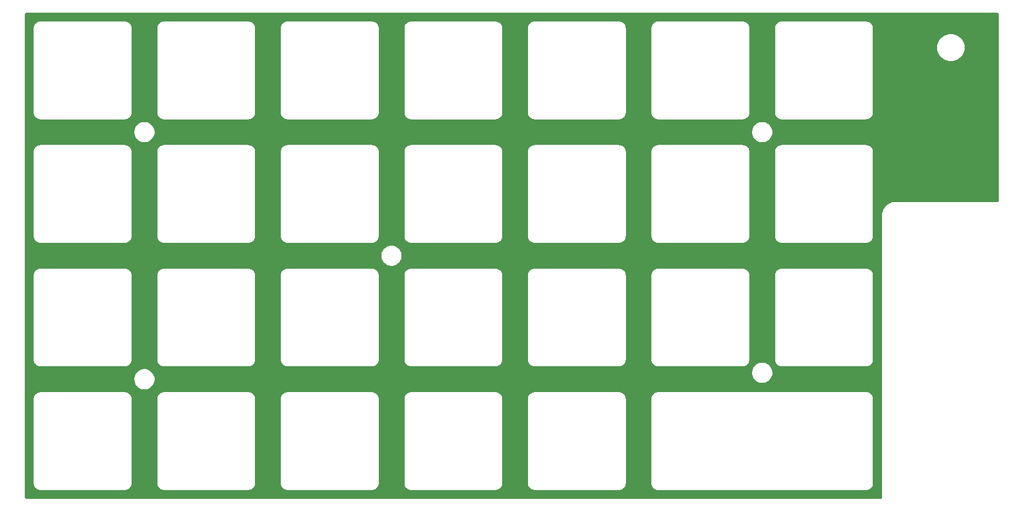
<source format=gbl>
G04 #@! TF.GenerationSoftware,KiCad,Pcbnew,(5.1.5)-3*
G04 #@! TF.CreationDate,2020-05-17T17:05:04+09:00*
G04 #@! TF.ProjectId,7x4x2-top,37783478-322d-4746-9f70-2e6b69636164,rev?*
G04 #@! TF.SameCoordinates,PX2faf080PY2faf080*
G04 #@! TF.FileFunction,Copper,L2,Bot*
G04 #@! TF.FilePolarity,Positive*
%FSLAX46Y46*%
G04 Gerber Fmt 4.6, Leading zero omitted, Abs format (unit mm)*
G04 Created by KiCad (PCBNEW (5.1.5)-3) date 2020-05-17 17:05:04*
%MOMM*%
%LPD*%
G04 APERTURE LIST*
%ADD10C,0.254000*%
G04 APERTURE END LIST*
D10*
G36*
X152456666Y-26574384D02*
G01*
X152510215Y-26590551D01*
X152559598Y-26616809D01*
X152602946Y-26652162D01*
X152638601Y-26695261D01*
X152665202Y-26744458D01*
X152681743Y-26797896D01*
X152691002Y-26885985D01*
X152691001Y-55445521D01*
X136866124Y-55445521D01*
X136835425Y-55448545D01*
X136826181Y-55448480D01*
X136816316Y-55449447D01*
X136525170Y-55480047D01*
X136462139Y-55492985D01*
X136398921Y-55505045D01*
X136389431Y-55507910D01*
X136109775Y-55594478D01*
X136050480Y-55619404D01*
X135990786Y-55643522D01*
X135982034Y-55648176D01*
X135724518Y-55787415D01*
X135671159Y-55823406D01*
X135617324Y-55858635D01*
X135609641Y-55864900D01*
X135384074Y-56051505D01*
X135338736Y-56097161D01*
X135292754Y-56142190D01*
X135286435Y-56149829D01*
X135101409Y-56376693D01*
X135065836Y-56430235D01*
X135029441Y-56483388D01*
X135024726Y-56492109D01*
X134887289Y-56750590D01*
X134862781Y-56810051D01*
X134837417Y-56869231D01*
X134834485Y-56878701D01*
X134749871Y-57158956D01*
X134737378Y-57222053D01*
X134723992Y-57285027D01*
X134722956Y-57294886D01*
X134694389Y-57586238D01*
X134694389Y-57586254D01*
X134691002Y-57620644D01*
X134691001Y-101145521D01*
X3435722Y-101145521D01*
X3345337Y-101136659D01*
X3291787Y-101120491D01*
X3242404Y-101094233D01*
X3199054Y-101058878D01*
X3163402Y-101015782D01*
X3136800Y-100966584D01*
X3120259Y-100913146D01*
X3111001Y-100825066D01*
X3111001Y-85821387D01*
X4256001Y-85821387D01*
X4256002Y-98889656D01*
X4258891Y-98918984D01*
X4258872Y-98921651D01*
X4259819Y-98931309D01*
X4264359Y-98974504D01*
X4266059Y-98991765D01*
X4266234Y-98992341D01*
X4268999Y-99018652D01*
X4281665Y-99080356D01*
X4293470Y-99142237D01*
X4296275Y-99151527D01*
X4322246Y-99235424D01*
X4346656Y-99293494D01*
X4370250Y-99351890D01*
X4374805Y-99360458D01*
X4416576Y-99437713D01*
X4451795Y-99489928D01*
X4486296Y-99542650D01*
X4492429Y-99550170D01*
X4548411Y-99617840D01*
X4593118Y-99662236D01*
X4637177Y-99707227D01*
X4644654Y-99713413D01*
X4644658Y-99713417D01*
X4644663Y-99713420D01*
X4712713Y-99768921D01*
X4765174Y-99803777D01*
X4817155Y-99839368D01*
X4825686Y-99843981D01*
X4825690Y-99843984D01*
X4825694Y-99843986D01*
X4903235Y-99885215D01*
X4961464Y-99909216D01*
X5019374Y-99934035D01*
X5028644Y-99936905D01*
X5112721Y-99962289D01*
X5174503Y-99974522D01*
X5236126Y-99987620D01*
X5245777Y-99988634D01*
X5333182Y-99997204D01*
X5333188Y-99997204D01*
X5366866Y-100000521D01*
X18435136Y-100000521D01*
X18464474Y-99997631D01*
X18467131Y-99997650D01*
X18476789Y-99996703D01*
X18519832Y-99992179D01*
X18537245Y-99990464D01*
X18537826Y-99990288D01*
X18564132Y-99987523D01*
X18625836Y-99974857D01*
X18687717Y-99963052D01*
X18696997Y-99960250D01*
X18697002Y-99960249D01*
X18697006Y-99960247D01*
X18780904Y-99934276D01*
X18838974Y-99909866D01*
X18897370Y-99886272D01*
X18905938Y-99881717D01*
X18905943Y-99881714D01*
X18905946Y-99881713D01*
X18905948Y-99881711D01*
X18983193Y-99839946D01*
X19035408Y-99804727D01*
X19088130Y-99770226D01*
X19095650Y-99764093D01*
X19163320Y-99708111D01*
X19207716Y-99663404D01*
X19252707Y-99619345D01*
X19258893Y-99611868D01*
X19258897Y-99611864D01*
X19258900Y-99611859D01*
X19314401Y-99543809D01*
X19349257Y-99491348D01*
X19384848Y-99439367D01*
X19389461Y-99430836D01*
X19389464Y-99430832D01*
X19389466Y-99430828D01*
X19430695Y-99353287D01*
X19454696Y-99295058D01*
X19479515Y-99237148D01*
X19482385Y-99227878D01*
X19507769Y-99143801D01*
X19520002Y-99082019D01*
X19533100Y-99020396D01*
X19534114Y-99010745D01*
X19542684Y-98923340D01*
X19542684Y-98923334D01*
X19546001Y-98889656D01*
X19546001Y-85821387D01*
X23256001Y-85821387D01*
X23256002Y-98889656D01*
X23258891Y-98918984D01*
X23258872Y-98921651D01*
X23259819Y-98931309D01*
X23264359Y-98974504D01*
X23266059Y-98991765D01*
X23266234Y-98992341D01*
X23268999Y-99018652D01*
X23281665Y-99080356D01*
X23293470Y-99142237D01*
X23296275Y-99151527D01*
X23322246Y-99235424D01*
X23346656Y-99293494D01*
X23370250Y-99351890D01*
X23374805Y-99360458D01*
X23416576Y-99437713D01*
X23451795Y-99489928D01*
X23486296Y-99542650D01*
X23492429Y-99550170D01*
X23548411Y-99617840D01*
X23593118Y-99662236D01*
X23637177Y-99707227D01*
X23644654Y-99713413D01*
X23644658Y-99713417D01*
X23644663Y-99713420D01*
X23712713Y-99768921D01*
X23765174Y-99803777D01*
X23817155Y-99839368D01*
X23825686Y-99843981D01*
X23825690Y-99843984D01*
X23825694Y-99843986D01*
X23903235Y-99885215D01*
X23961464Y-99909216D01*
X24019374Y-99934035D01*
X24028644Y-99936905D01*
X24112721Y-99962289D01*
X24174503Y-99974522D01*
X24236126Y-99987620D01*
X24245777Y-99988634D01*
X24333182Y-99997204D01*
X24333188Y-99997204D01*
X24366866Y-100000521D01*
X37435136Y-100000521D01*
X37464474Y-99997631D01*
X37467131Y-99997650D01*
X37476789Y-99996703D01*
X37519832Y-99992179D01*
X37537245Y-99990464D01*
X37537826Y-99990288D01*
X37564132Y-99987523D01*
X37625836Y-99974857D01*
X37687717Y-99963052D01*
X37696997Y-99960250D01*
X37697002Y-99960249D01*
X37697006Y-99960247D01*
X37780904Y-99934276D01*
X37838974Y-99909866D01*
X37897370Y-99886272D01*
X37905938Y-99881717D01*
X37905943Y-99881714D01*
X37905946Y-99881713D01*
X37905948Y-99881711D01*
X37983193Y-99839946D01*
X38035408Y-99804727D01*
X38088130Y-99770226D01*
X38095650Y-99764093D01*
X38163320Y-99708111D01*
X38207716Y-99663404D01*
X38252707Y-99619345D01*
X38258893Y-99611868D01*
X38258897Y-99611864D01*
X38258900Y-99611859D01*
X38314401Y-99543809D01*
X38349257Y-99491348D01*
X38384848Y-99439367D01*
X38389461Y-99430836D01*
X38389464Y-99430832D01*
X38389466Y-99430828D01*
X38430695Y-99353287D01*
X38454696Y-99295058D01*
X38479515Y-99237148D01*
X38482385Y-99227878D01*
X38507769Y-99143801D01*
X38520002Y-99082019D01*
X38533100Y-99020396D01*
X38534114Y-99010745D01*
X38542684Y-98923340D01*
X38542684Y-98923334D01*
X38546001Y-98889656D01*
X38546001Y-85821387D01*
X42256001Y-85821387D01*
X42256002Y-98889656D01*
X42258891Y-98918984D01*
X42258872Y-98921651D01*
X42259819Y-98931309D01*
X42264359Y-98974504D01*
X42266059Y-98991765D01*
X42266234Y-98992341D01*
X42268999Y-99018652D01*
X42281665Y-99080356D01*
X42293470Y-99142237D01*
X42296275Y-99151527D01*
X42322246Y-99235424D01*
X42346656Y-99293494D01*
X42370250Y-99351890D01*
X42374805Y-99360458D01*
X42416576Y-99437713D01*
X42451795Y-99489928D01*
X42486296Y-99542650D01*
X42492429Y-99550170D01*
X42548411Y-99617840D01*
X42593118Y-99662236D01*
X42637177Y-99707227D01*
X42644654Y-99713413D01*
X42644658Y-99713417D01*
X42644663Y-99713420D01*
X42712713Y-99768921D01*
X42765174Y-99803777D01*
X42817155Y-99839368D01*
X42825686Y-99843981D01*
X42825690Y-99843984D01*
X42825694Y-99843986D01*
X42903235Y-99885215D01*
X42961464Y-99909216D01*
X43019374Y-99934035D01*
X43028644Y-99936905D01*
X43112721Y-99962289D01*
X43174503Y-99974522D01*
X43236126Y-99987620D01*
X43245777Y-99988634D01*
X43333182Y-99997204D01*
X43333188Y-99997204D01*
X43366866Y-100000521D01*
X56435136Y-100000521D01*
X56464474Y-99997631D01*
X56467131Y-99997650D01*
X56476789Y-99996703D01*
X56519832Y-99992179D01*
X56537245Y-99990464D01*
X56537826Y-99990288D01*
X56564132Y-99987523D01*
X56625836Y-99974857D01*
X56687717Y-99963052D01*
X56696997Y-99960250D01*
X56697002Y-99960249D01*
X56697006Y-99960247D01*
X56780904Y-99934276D01*
X56838974Y-99909866D01*
X56897370Y-99886272D01*
X56905938Y-99881717D01*
X56905943Y-99881714D01*
X56905946Y-99881713D01*
X56905948Y-99881711D01*
X56983193Y-99839946D01*
X57035408Y-99804727D01*
X57088130Y-99770226D01*
X57095650Y-99764093D01*
X57163320Y-99708111D01*
X57207716Y-99663404D01*
X57252707Y-99619345D01*
X57258893Y-99611868D01*
X57258897Y-99611864D01*
X57258900Y-99611859D01*
X57314401Y-99543809D01*
X57349257Y-99491348D01*
X57384848Y-99439367D01*
X57389461Y-99430836D01*
X57389464Y-99430832D01*
X57389466Y-99430828D01*
X57430695Y-99353287D01*
X57454696Y-99295058D01*
X57479515Y-99237148D01*
X57482385Y-99227878D01*
X57507769Y-99143801D01*
X57520002Y-99082019D01*
X57533100Y-99020396D01*
X57534114Y-99010745D01*
X57542684Y-98923340D01*
X57542684Y-98923334D01*
X57546001Y-98889656D01*
X57546001Y-85821387D01*
X61256001Y-85821387D01*
X61256002Y-98889656D01*
X61258891Y-98918984D01*
X61258872Y-98921651D01*
X61259819Y-98931309D01*
X61264359Y-98974504D01*
X61266059Y-98991765D01*
X61266234Y-98992341D01*
X61268999Y-99018652D01*
X61281665Y-99080356D01*
X61293470Y-99142237D01*
X61296275Y-99151527D01*
X61322246Y-99235424D01*
X61346656Y-99293494D01*
X61370250Y-99351890D01*
X61374805Y-99360458D01*
X61416576Y-99437713D01*
X61451795Y-99489928D01*
X61486296Y-99542650D01*
X61492429Y-99550170D01*
X61548411Y-99617840D01*
X61593118Y-99662236D01*
X61637177Y-99707227D01*
X61644654Y-99713413D01*
X61644658Y-99713417D01*
X61644663Y-99713420D01*
X61712713Y-99768921D01*
X61765174Y-99803777D01*
X61817155Y-99839368D01*
X61825686Y-99843981D01*
X61825690Y-99843984D01*
X61825694Y-99843986D01*
X61903235Y-99885215D01*
X61961464Y-99909216D01*
X62019374Y-99934035D01*
X62028644Y-99936905D01*
X62112721Y-99962289D01*
X62174503Y-99974522D01*
X62236126Y-99987620D01*
X62245777Y-99988634D01*
X62333182Y-99997204D01*
X62333188Y-99997204D01*
X62366866Y-100000521D01*
X75435136Y-100000521D01*
X75464474Y-99997631D01*
X75467131Y-99997650D01*
X75476789Y-99996703D01*
X75519832Y-99992179D01*
X75537245Y-99990464D01*
X75537826Y-99990288D01*
X75564132Y-99987523D01*
X75625836Y-99974857D01*
X75687717Y-99963052D01*
X75696997Y-99960250D01*
X75697002Y-99960249D01*
X75697006Y-99960247D01*
X75780904Y-99934276D01*
X75838974Y-99909866D01*
X75897370Y-99886272D01*
X75905938Y-99881717D01*
X75905943Y-99881714D01*
X75905946Y-99881713D01*
X75905948Y-99881711D01*
X75983193Y-99839946D01*
X76035408Y-99804727D01*
X76088130Y-99770226D01*
X76095650Y-99764093D01*
X76163320Y-99708111D01*
X76207716Y-99663404D01*
X76252707Y-99619345D01*
X76258893Y-99611868D01*
X76258897Y-99611864D01*
X76258900Y-99611859D01*
X76314401Y-99543809D01*
X76349257Y-99491348D01*
X76384848Y-99439367D01*
X76389461Y-99430836D01*
X76389464Y-99430832D01*
X76389466Y-99430828D01*
X76430695Y-99353287D01*
X76454696Y-99295058D01*
X76479515Y-99237148D01*
X76482385Y-99227878D01*
X76507769Y-99143801D01*
X76520002Y-99082019D01*
X76533100Y-99020396D01*
X76534114Y-99010745D01*
X76542684Y-98923340D01*
X76542684Y-98923334D01*
X76546001Y-98889656D01*
X76546001Y-85821387D01*
X80256001Y-85821387D01*
X80256002Y-98889656D01*
X80258891Y-98918984D01*
X80258872Y-98921651D01*
X80259819Y-98931309D01*
X80264359Y-98974504D01*
X80266059Y-98991765D01*
X80266234Y-98992341D01*
X80268999Y-99018652D01*
X80281665Y-99080356D01*
X80293470Y-99142237D01*
X80296275Y-99151527D01*
X80322246Y-99235424D01*
X80346656Y-99293494D01*
X80370250Y-99351890D01*
X80374805Y-99360458D01*
X80416576Y-99437713D01*
X80451795Y-99489928D01*
X80486296Y-99542650D01*
X80492429Y-99550170D01*
X80548411Y-99617840D01*
X80593118Y-99662236D01*
X80637177Y-99707227D01*
X80644654Y-99713413D01*
X80644658Y-99713417D01*
X80644663Y-99713420D01*
X80712713Y-99768921D01*
X80765174Y-99803777D01*
X80817155Y-99839368D01*
X80825686Y-99843981D01*
X80825690Y-99843984D01*
X80825694Y-99843986D01*
X80903235Y-99885215D01*
X80961464Y-99909216D01*
X81019374Y-99934035D01*
X81028644Y-99936905D01*
X81112721Y-99962289D01*
X81174503Y-99974522D01*
X81236126Y-99987620D01*
X81245777Y-99988634D01*
X81333182Y-99997204D01*
X81333188Y-99997204D01*
X81366866Y-100000521D01*
X94435136Y-100000521D01*
X94464474Y-99997631D01*
X94467131Y-99997650D01*
X94476789Y-99996703D01*
X94519832Y-99992179D01*
X94537245Y-99990464D01*
X94537826Y-99990288D01*
X94564132Y-99987523D01*
X94625836Y-99974857D01*
X94687717Y-99963052D01*
X94696997Y-99960250D01*
X94697002Y-99960249D01*
X94697006Y-99960247D01*
X94780904Y-99934276D01*
X94838974Y-99909866D01*
X94897370Y-99886272D01*
X94905938Y-99881717D01*
X94905943Y-99881714D01*
X94905946Y-99881713D01*
X94905948Y-99881711D01*
X94983193Y-99839946D01*
X95035408Y-99804727D01*
X95088130Y-99770226D01*
X95095650Y-99764093D01*
X95163320Y-99708111D01*
X95207716Y-99663404D01*
X95252707Y-99619345D01*
X95258893Y-99611868D01*
X95258897Y-99611864D01*
X95258900Y-99611859D01*
X95314401Y-99543809D01*
X95349257Y-99491348D01*
X95384848Y-99439367D01*
X95389461Y-99430836D01*
X95389464Y-99430832D01*
X95389466Y-99430828D01*
X95430695Y-99353287D01*
X95454696Y-99295058D01*
X95479515Y-99237148D01*
X95482385Y-99227878D01*
X95507769Y-99143801D01*
X95520002Y-99082019D01*
X95533100Y-99020396D01*
X95534114Y-99010745D01*
X95542684Y-98923340D01*
X95542684Y-98923334D01*
X95546001Y-98889656D01*
X95546001Y-85821386D01*
X95545929Y-85820645D01*
X99241001Y-85820645D01*
X99241002Y-98890398D01*
X99243953Y-98920356D01*
X99243934Y-98923011D01*
X99244901Y-98932877D01*
X99249424Y-98975914D01*
X99251275Y-98994705D01*
X99251465Y-98995332D01*
X99254081Y-99020220D01*
X99267016Y-99083235D01*
X99279080Y-99146473D01*
X99281946Y-99155963D01*
X99307917Y-99239860D01*
X99332837Y-99299142D01*
X99356956Y-99358839D01*
X99361610Y-99367592D01*
X99403382Y-99444848D01*
X99439369Y-99498201D01*
X99474606Y-99552049D01*
X99480863Y-99559719D01*
X99480867Y-99559726D01*
X99480872Y-99559731D01*
X99536854Y-99627402D01*
X99582490Y-99672719D01*
X99627535Y-99718718D01*
X99635173Y-99725037D01*
X99703232Y-99780545D01*
X99756800Y-99816135D01*
X99809929Y-99852514D01*
X99818649Y-99857228D01*
X99896193Y-99898459D01*
X99955679Y-99922977D01*
X100014839Y-99948333D01*
X100024309Y-99951265D01*
X100108386Y-99976649D01*
X100171476Y-99989140D01*
X100234454Y-100002527D01*
X100244313Y-100003563D01*
X100331718Y-100012133D01*
X100331724Y-100012133D01*
X100366124Y-100015521D01*
X132435878Y-100015521D01*
X132465846Y-100012570D01*
X132468491Y-100012588D01*
X132478357Y-100011621D01*
X132521242Y-100007114D01*
X132540185Y-100005248D01*
X132540817Y-100005056D01*
X132565700Y-100002441D01*
X132628715Y-99989506D01*
X132691953Y-99977442D01*
X132701435Y-99974578D01*
X132701437Y-99974578D01*
X132701439Y-99974577D01*
X132701443Y-99974576D01*
X132785340Y-99948605D01*
X132844622Y-99923685D01*
X132904319Y-99899566D01*
X132913072Y-99894912D01*
X132990328Y-99853140D01*
X133043681Y-99817153D01*
X133097529Y-99781916D01*
X133105199Y-99775659D01*
X133105206Y-99775655D01*
X133105211Y-99775650D01*
X133172882Y-99719668D01*
X133218199Y-99674032D01*
X133264198Y-99628987D01*
X133270517Y-99621349D01*
X133326025Y-99553290D01*
X133361615Y-99499722D01*
X133397994Y-99446593D01*
X133402708Y-99437873D01*
X133443939Y-99360329D01*
X133468457Y-99300843D01*
X133493813Y-99241683D01*
X133496745Y-99232213D01*
X133522129Y-99148136D01*
X133534620Y-99085046D01*
X133548007Y-99022068D01*
X133549043Y-99012209D01*
X133557613Y-98924804D01*
X133557613Y-98924798D01*
X133561001Y-98890398D01*
X133561001Y-85820644D01*
X133558050Y-85790676D01*
X133558068Y-85788031D01*
X133557101Y-85778165D01*
X133552594Y-85735280D01*
X133550728Y-85716337D01*
X133550536Y-85715705D01*
X133547921Y-85690822D01*
X133534983Y-85627794D01*
X133522922Y-85564570D01*
X133520056Y-85555079D01*
X133494085Y-85471182D01*
X133469165Y-85411900D01*
X133445046Y-85352203D01*
X133440392Y-85343450D01*
X133398621Y-85266195D01*
X133362638Y-85212848D01*
X133327396Y-85158993D01*
X133321130Y-85151311D01*
X133265148Y-85083641D01*
X133219551Y-85038361D01*
X133174468Y-84992324D01*
X133166829Y-84986005D01*
X133098770Y-84930497D01*
X133045202Y-84894907D01*
X132992073Y-84858528D01*
X132983353Y-84853814D01*
X132905809Y-84812583D01*
X132846344Y-84788073D01*
X132787163Y-84762708D01*
X132777693Y-84759777D01*
X132693616Y-84734393D01*
X132630526Y-84721902D01*
X132567548Y-84708515D01*
X132557689Y-84707479D01*
X132470284Y-84698909D01*
X132470278Y-84698909D01*
X132435878Y-84695521D01*
X100366124Y-84695521D01*
X100336156Y-84698472D01*
X100333511Y-84698454D01*
X100323645Y-84699421D01*
X100280760Y-84703928D01*
X100261817Y-84705794D01*
X100261185Y-84705986D01*
X100236302Y-84708601D01*
X100173274Y-84721539D01*
X100110050Y-84733600D01*
X100100567Y-84736464D01*
X100100565Y-84736464D01*
X100100563Y-84736465D01*
X100100559Y-84736466D01*
X100016662Y-84762437D01*
X99957380Y-84787357D01*
X99897683Y-84811476D01*
X99888930Y-84816130D01*
X99811675Y-84857901D01*
X99758328Y-84893884D01*
X99704473Y-84929126D01*
X99696791Y-84935392D01*
X99629121Y-84991374D01*
X99583841Y-85036971D01*
X99537804Y-85082054D01*
X99531485Y-85089693D01*
X99475977Y-85157752D01*
X99440387Y-85211320D01*
X99404008Y-85264449D01*
X99399294Y-85273169D01*
X99358063Y-85350713D01*
X99333553Y-85410178D01*
X99308188Y-85469359D01*
X99305257Y-85478829D01*
X99279873Y-85562906D01*
X99267382Y-85625996D01*
X99253995Y-85688974D01*
X99252959Y-85698833D01*
X99244389Y-85786238D01*
X99244389Y-85786245D01*
X99241001Y-85820645D01*
X95545929Y-85820645D01*
X95543111Y-85792048D01*
X95543130Y-85789391D01*
X95542183Y-85779733D01*
X95537658Y-85736679D01*
X95535944Y-85719277D01*
X95535768Y-85718696D01*
X95533003Y-85692390D01*
X95520337Y-85630686D01*
X95508532Y-85568805D01*
X95505727Y-85559515D01*
X95479756Y-85475618D01*
X95455354Y-85417568D01*
X95431753Y-85359153D01*
X95427197Y-85350584D01*
X95385426Y-85273329D01*
X95350192Y-85221091D01*
X95315706Y-85168392D01*
X95309582Y-85160884D01*
X95309578Y-85160877D01*
X95309572Y-85160871D01*
X95253591Y-85093202D01*
X95208887Y-85048809D01*
X95164826Y-85003815D01*
X95157349Y-84997629D01*
X95089289Y-84942121D01*
X95036828Y-84907265D01*
X94984847Y-84871674D01*
X94976321Y-84867064D01*
X94976312Y-84867058D01*
X94976303Y-84867054D01*
X94898767Y-84825827D01*
X94840524Y-84801821D01*
X94782627Y-84777007D01*
X94773363Y-84774139D01*
X94773361Y-84774138D01*
X94773359Y-84774138D01*
X94773357Y-84774137D01*
X94689281Y-84748753D01*
X94627505Y-84736522D01*
X94565876Y-84723422D01*
X94556225Y-84722408D01*
X94468820Y-84713838D01*
X94468814Y-84713838D01*
X94435136Y-84710521D01*
X81366866Y-84710521D01*
X81337528Y-84713411D01*
X81334871Y-84713392D01*
X81325213Y-84714339D01*
X81282170Y-84718863D01*
X81264757Y-84720578D01*
X81264176Y-84720754D01*
X81237870Y-84723519D01*
X81176166Y-84736185D01*
X81114285Y-84747990D01*
X81105005Y-84750792D01*
X81105000Y-84750793D01*
X81104996Y-84750795D01*
X81104995Y-84750795D01*
X81021098Y-84776766D01*
X80963048Y-84801168D01*
X80904633Y-84824769D01*
X80896064Y-84829325D01*
X80896059Y-84829328D01*
X80896056Y-84829329D01*
X80896055Y-84829330D01*
X80818809Y-84871096D01*
X80766571Y-84906330D01*
X80713872Y-84940816D01*
X80706364Y-84946940D01*
X80706357Y-84946944D01*
X80706352Y-84946949D01*
X80638682Y-85002931D01*
X80594289Y-85047635D01*
X80549295Y-85091696D01*
X80543109Y-85099173D01*
X80487601Y-85167233D01*
X80452745Y-85219694D01*
X80417154Y-85271675D01*
X80412544Y-85280201D01*
X80412538Y-85280210D01*
X80412537Y-85280213D01*
X80371307Y-85357755D01*
X80347301Y-85415998D01*
X80322487Y-85473895D01*
X80319619Y-85483159D01*
X80319619Y-85483160D01*
X80319617Y-85483165D01*
X80294233Y-85567241D01*
X80282002Y-85629017D01*
X80268902Y-85690646D01*
X80267888Y-85700297D01*
X80259318Y-85787702D01*
X80259318Y-85787709D01*
X80256001Y-85821387D01*
X76546001Y-85821387D01*
X76546001Y-85821386D01*
X76543111Y-85792048D01*
X76543130Y-85789391D01*
X76542183Y-85779733D01*
X76537658Y-85736679D01*
X76535944Y-85719277D01*
X76535768Y-85718696D01*
X76533003Y-85692390D01*
X76520337Y-85630686D01*
X76508532Y-85568805D01*
X76505727Y-85559515D01*
X76479756Y-85475618D01*
X76455354Y-85417568D01*
X76431753Y-85359153D01*
X76427197Y-85350584D01*
X76385426Y-85273329D01*
X76350192Y-85221091D01*
X76315706Y-85168392D01*
X76309582Y-85160884D01*
X76309578Y-85160877D01*
X76309572Y-85160871D01*
X76253591Y-85093202D01*
X76208887Y-85048809D01*
X76164826Y-85003815D01*
X76157349Y-84997629D01*
X76089289Y-84942121D01*
X76036828Y-84907265D01*
X75984847Y-84871674D01*
X75976321Y-84867064D01*
X75976312Y-84867058D01*
X75976303Y-84867054D01*
X75898767Y-84825827D01*
X75840524Y-84801821D01*
X75782627Y-84777007D01*
X75773363Y-84774139D01*
X75773361Y-84774138D01*
X75773359Y-84774138D01*
X75773357Y-84774137D01*
X75689281Y-84748753D01*
X75627505Y-84736522D01*
X75565876Y-84723422D01*
X75556225Y-84722408D01*
X75468820Y-84713838D01*
X75468814Y-84713838D01*
X75435136Y-84710521D01*
X62366866Y-84710521D01*
X62337528Y-84713411D01*
X62334871Y-84713392D01*
X62325213Y-84714339D01*
X62282170Y-84718863D01*
X62264757Y-84720578D01*
X62264176Y-84720754D01*
X62237870Y-84723519D01*
X62176166Y-84736185D01*
X62114285Y-84747990D01*
X62105005Y-84750792D01*
X62105000Y-84750793D01*
X62104996Y-84750795D01*
X62104995Y-84750795D01*
X62021098Y-84776766D01*
X61963048Y-84801168D01*
X61904633Y-84824769D01*
X61896064Y-84829325D01*
X61896059Y-84829328D01*
X61896056Y-84829329D01*
X61896055Y-84829330D01*
X61818809Y-84871096D01*
X61766571Y-84906330D01*
X61713872Y-84940816D01*
X61706364Y-84946940D01*
X61706357Y-84946944D01*
X61706352Y-84946949D01*
X61638682Y-85002931D01*
X61594289Y-85047635D01*
X61549295Y-85091696D01*
X61543109Y-85099173D01*
X61487601Y-85167233D01*
X61452745Y-85219694D01*
X61417154Y-85271675D01*
X61412544Y-85280201D01*
X61412538Y-85280210D01*
X61412537Y-85280213D01*
X61371307Y-85357755D01*
X61347301Y-85415998D01*
X61322487Y-85473895D01*
X61319619Y-85483159D01*
X61319619Y-85483160D01*
X61319617Y-85483165D01*
X61294233Y-85567241D01*
X61282002Y-85629017D01*
X61268902Y-85690646D01*
X61267888Y-85700297D01*
X61259318Y-85787702D01*
X61259318Y-85787709D01*
X61256001Y-85821387D01*
X57546001Y-85821387D01*
X57546001Y-85821386D01*
X57543111Y-85792048D01*
X57543130Y-85789391D01*
X57542183Y-85779733D01*
X57537658Y-85736679D01*
X57535944Y-85719277D01*
X57535768Y-85718696D01*
X57533003Y-85692390D01*
X57520337Y-85630686D01*
X57508532Y-85568805D01*
X57505727Y-85559515D01*
X57479756Y-85475618D01*
X57455354Y-85417568D01*
X57431753Y-85359153D01*
X57427197Y-85350584D01*
X57385426Y-85273329D01*
X57350192Y-85221091D01*
X57315706Y-85168392D01*
X57309582Y-85160884D01*
X57309578Y-85160877D01*
X57309572Y-85160871D01*
X57253591Y-85093202D01*
X57208887Y-85048809D01*
X57164826Y-85003815D01*
X57157349Y-84997629D01*
X57089289Y-84942121D01*
X57036828Y-84907265D01*
X56984847Y-84871674D01*
X56976321Y-84867064D01*
X56976312Y-84867058D01*
X56976303Y-84867054D01*
X56898767Y-84825827D01*
X56840524Y-84801821D01*
X56782627Y-84777007D01*
X56773363Y-84774139D01*
X56773361Y-84774138D01*
X56773359Y-84774138D01*
X56773357Y-84774137D01*
X56689281Y-84748753D01*
X56627505Y-84736522D01*
X56565876Y-84723422D01*
X56556225Y-84722408D01*
X56468820Y-84713838D01*
X56468814Y-84713838D01*
X56435136Y-84710521D01*
X43366866Y-84710521D01*
X43337528Y-84713411D01*
X43334871Y-84713392D01*
X43325213Y-84714339D01*
X43282170Y-84718863D01*
X43264757Y-84720578D01*
X43264176Y-84720754D01*
X43237870Y-84723519D01*
X43176166Y-84736185D01*
X43114285Y-84747990D01*
X43105005Y-84750792D01*
X43105000Y-84750793D01*
X43104996Y-84750795D01*
X43104995Y-84750795D01*
X43021098Y-84776766D01*
X42963048Y-84801168D01*
X42904633Y-84824769D01*
X42896064Y-84829325D01*
X42896059Y-84829328D01*
X42896056Y-84829329D01*
X42896055Y-84829330D01*
X42818809Y-84871096D01*
X42766571Y-84906330D01*
X42713872Y-84940816D01*
X42706364Y-84946940D01*
X42706357Y-84946944D01*
X42706352Y-84946949D01*
X42638682Y-85002931D01*
X42594289Y-85047635D01*
X42549295Y-85091696D01*
X42543109Y-85099173D01*
X42487601Y-85167233D01*
X42452745Y-85219694D01*
X42417154Y-85271675D01*
X42412544Y-85280201D01*
X42412538Y-85280210D01*
X42412537Y-85280213D01*
X42371307Y-85357755D01*
X42347301Y-85415998D01*
X42322487Y-85473895D01*
X42319619Y-85483159D01*
X42319619Y-85483160D01*
X42319617Y-85483165D01*
X42294233Y-85567241D01*
X42282002Y-85629017D01*
X42268902Y-85690646D01*
X42267888Y-85700297D01*
X42259318Y-85787702D01*
X42259318Y-85787709D01*
X42256001Y-85821387D01*
X38546001Y-85821387D01*
X38546001Y-85821386D01*
X38543111Y-85792048D01*
X38543130Y-85789391D01*
X38542183Y-85779733D01*
X38537658Y-85736679D01*
X38535944Y-85719277D01*
X38535768Y-85718696D01*
X38533003Y-85692390D01*
X38520337Y-85630686D01*
X38508532Y-85568805D01*
X38505727Y-85559515D01*
X38479756Y-85475618D01*
X38455354Y-85417568D01*
X38431753Y-85359153D01*
X38427197Y-85350584D01*
X38385426Y-85273329D01*
X38350192Y-85221091D01*
X38315706Y-85168392D01*
X38309582Y-85160884D01*
X38309578Y-85160877D01*
X38309572Y-85160871D01*
X38253591Y-85093202D01*
X38208887Y-85048809D01*
X38164826Y-85003815D01*
X38157349Y-84997629D01*
X38089289Y-84942121D01*
X38036828Y-84907265D01*
X37984847Y-84871674D01*
X37976321Y-84867064D01*
X37976312Y-84867058D01*
X37976303Y-84867054D01*
X37898767Y-84825827D01*
X37840524Y-84801821D01*
X37782627Y-84777007D01*
X37773363Y-84774139D01*
X37773361Y-84774138D01*
X37773359Y-84774138D01*
X37773357Y-84774137D01*
X37689281Y-84748753D01*
X37627505Y-84736522D01*
X37565876Y-84723422D01*
X37556225Y-84722408D01*
X37468820Y-84713838D01*
X37468814Y-84713838D01*
X37435136Y-84710521D01*
X24366866Y-84710521D01*
X24337528Y-84713411D01*
X24334871Y-84713392D01*
X24325213Y-84714339D01*
X24282170Y-84718863D01*
X24264757Y-84720578D01*
X24264176Y-84720754D01*
X24237870Y-84723519D01*
X24176166Y-84736185D01*
X24114285Y-84747990D01*
X24105005Y-84750792D01*
X24105000Y-84750793D01*
X24104996Y-84750795D01*
X24104995Y-84750795D01*
X24021098Y-84776766D01*
X23963048Y-84801168D01*
X23904633Y-84824769D01*
X23896064Y-84829325D01*
X23896059Y-84829328D01*
X23896056Y-84829329D01*
X23896055Y-84829330D01*
X23818809Y-84871096D01*
X23766571Y-84906330D01*
X23713872Y-84940816D01*
X23706364Y-84946940D01*
X23706357Y-84946944D01*
X23706352Y-84946949D01*
X23638682Y-85002931D01*
X23594289Y-85047635D01*
X23549295Y-85091696D01*
X23543109Y-85099173D01*
X23487601Y-85167233D01*
X23452745Y-85219694D01*
X23417154Y-85271675D01*
X23412544Y-85280201D01*
X23412538Y-85280210D01*
X23412537Y-85280213D01*
X23371307Y-85357755D01*
X23347301Y-85415998D01*
X23322487Y-85473895D01*
X23319619Y-85483159D01*
X23319619Y-85483160D01*
X23319617Y-85483165D01*
X23294233Y-85567241D01*
X23282002Y-85629017D01*
X23268902Y-85690646D01*
X23267888Y-85700297D01*
X23259318Y-85787702D01*
X23259318Y-85787709D01*
X23256001Y-85821387D01*
X19546001Y-85821387D01*
X19546001Y-85821386D01*
X19543111Y-85792048D01*
X19543130Y-85789391D01*
X19542183Y-85779733D01*
X19537658Y-85736679D01*
X19535944Y-85719277D01*
X19535768Y-85718696D01*
X19533003Y-85692390D01*
X19520337Y-85630686D01*
X19508532Y-85568805D01*
X19505727Y-85559515D01*
X19479756Y-85475618D01*
X19455354Y-85417568D01*
X19431753Y-85359153D01*
X19427197Y-85350584D01*
X19385426Y-85273329D01*
X19350192Y-85221091D01*
X19315706Y-85168392D01*
X19309582Y-85160884D01*
X19309578Y-85160877D01*
X19309572Y-85160871D01*
X19253591Y-85093202D01*
X19208887Y-85048809D01*
X19164826Y-85003815D01*
X19157349Y-84997629D01*
X19089289Y-84942121D01*
X19036828Y-84907265D01*
X18984847Y-84871674D01*
X18976321Y-84867064D01*
X18976312Y-84867058D01*
X18976303Y-84867054D01*
X18898767Y-84825827D01*
X18840524Y-84801821D01*
X18782627Y-84777007D01*
X18773363Y-84774139D01*
X18773361Y-84774138D01*
X18773359Y-84774138D01*
X18773357Y-84774137D01*
X18689281Y-84748753D01*
X18627505Y-84736522D01*
X18565876Y-84723422D01*
X18556225Y-84722408D01*
X18468820Y-84713838D01*
X18468814Y-84713838D01*
X18435136Y-84710521D01*
X5366866Y-84710521D01*
X5337528Y-84713411D01*
X5334871Y-84713392D01*
X5325213Y-84714339D01*
X5282170Y-84718863D01*
X5264757Y-84720578D01*
X5264176Y-84720754D01*
X5237870Y-84723519D01*
X5176166Y-84736185D01*
X5114285Y-84747990D01*
X5105005Y-84750792D01*
X5105000Y-84750793D01*
X5104996Y-84750795D01*
X5104995Y-84750795D01*
X5021098Y-84776766D01*
X4963048Y-84801168D01*
X4904633Y-84824769D01*
X4896064Y-84829325D01*
X4896059Y-84829328D01*
X4896056Y-84829329D01*
X4896055Y-84829330D01*
X4818809Y-84871096D01*
X4766571Y-84906330D01*
X4713872Y-84940816D01*
X4706364Y-84946940D01*
X4706357Y-84946944D01*
X4706352Y-84946949D01*
X4638682Y-85002931D01*
X4594289Y-85047635D01*
X4549295Y-85091696D01*
X4543109Y-85099173D01*
X4487601Y-85167233D01*
X4452745Y-85219694D01*
X4417154Y-85271675D01*
X4412544Y-85280201D01*
X4412538Y-85280210D01*
X4412537Y-85280213D01*
X4371307Y-85357755D01*
X4347301Y-85415998D01*
X4322487Y-85473895D01*
X4319619Y-85483159D01*
X4319619Y-85483160D01*
X4319617Y-85483165D01*
X4294233Y-85567241D01*
X4282002Y-85629017D01*
X4268902Y-85690646D01*
X4267888Y-85700297D01*
X4259318Y-85787702D01*
X4259318Y-85787709D01*
X4256001Y-85821387D01*
X3111001Y-85821387D01*
X3111001Y-82689563D01*
X19716001Y-82689563D01*
X19716001Y-83021479D01*
X19780755Y-83347017D01*
X19907773Y-83653668D01*
X20092176Y-83929646D01*
X20326876Y-84164346D01*
X20602854Y-84348749D01*
X20909505Y-84475767D01*
X21235043Y-84540521D01*
X21566959Y-84540521D01*
X21892497Y-84475767D01*
X22199148Y-84348749D01*
X22475126Y-84164346D01*
X22709826Y-83929646D01*
X22894229Y-83653668D01*
X23021247Y-83347017D01*
X23086001Y-83021479D01*
X23086001Y-82689563D01*
X23021247Y-82364025D01*
X22894229Y-82057374D01*
X22709826Y-81781396D01*
X22617993Y-81689563D01*
X114716001Y-81689563D01*
X114716001Y-82021479D01*
X114780755Y-82347017D01*
X114907773Y-82653668D01*
X115092176Y-82929646D01*
X115326876Y-83164346D01*
X115602854Y-83348749D01*
X115909505Y-83475767D01*
X116235043Y-83540521D01*
X116566959Y-83540521D01*
X116892497Y-83475767D01*
X117199148Y-83348749D01*
X117475126Y-83164346D01*
X117709826Y-82929646D01*
X117894229Y-82653668D01*
X118021247Y-82347017D01*
X118086001Y-82021479D01*
X118086001Y-81689563D01*
X118021247Y-81364025D01*
X117894229Y-81057374D01*
X117709826Y-80781396D01*
X117475126Y-80546696D01*
X117199148Y-80362293D01*
X116892497Y-80235275D01*
X116566959Y-80170521D01*
X116235043Y-80170521D01*
X115909505Y-80235275D01*
X115602854Y-80362293D01*
X115326876Y-80546696D01*
X115092176Y-80781396D01*
X114907773Y-81057374D01*
X114780755Y-81364025D01*
X114716001Y-81689563D01*
X22617993Y-81689563D01*
X22475126Y-81546696D01*
X22199148Y-81362293D01*
X21892497Y-81235275D01*
X21566959Y-81170521D01*
X21235043Y-81170521D01*
X20909505Y-81235275D01*
X20602854Y-81362293D01*
X20326876Y-81546696D01*
X20092176Y-81781396D01*
X19907773Y-82057374D01*
X19780755Y-82364025D01*
X19716001Y-82689563D01*
X3111001Y-82689563D01*
X3111001Y-66821387D01*
X4256001Y-66821387D01*
X4256002Y-79889656D01*
X4258891Y-79918984D01*
X4258872Y-79921651D01*
X4259819Y-79931309D01*
X4264359Y-79974504D01*
X4266059Y-79991765D01*
X4266234Y-79992341D01*
X4268999Y-80018652D01*
X4281665Y-80080356D01*
X4293470Y-80142237D01*
X4296275Y-80151527D01*
X4322246Y-80235424D01*
X4346656Y-80293494D01*
X4370250Y-80351890D01*
X4374805Y-80360458D01*
X4416576Y-80437713D01*
X4451795Y-80489928D01*
X4486296Y-80542650D01*
X4492429Y-80550170D01*
X4548411Y-80617840D01*
X4593118Y-80662236D01*
X4637177Y-80707227D01*
X4644654Y-80713413D01*
X4644658Y-80713417D01*
X4644663Y-80713420D01*
X4712713Y-80768921D01*
X4765174Y-80803777D01*
X4817155Y-80839368D01*
X4825686Y-80843981D01*
X4825690Y-80843984D01*
X4825694Y-80843986D01*
X4903235Y-80885215D01*
X4961464Y-80909216D01*
X5019374Y-80934035D01*
X5028644Y-80936905D01*
X5112721Y-80962289D01*
X5174503Y-80974522D01*
X5236126Y-80987620D01*
X5245777Y-80988634D01*
X5333182Y-80997204D01*
X5333188Y-80997204D01*
X5366866Y-81000521D01*
X18435136Y-81000521D01*
X18464474Y-80997631D01*
X18467131Y-80997650D01*
X18476789Y-80996703D01*
X18519832Y-80992179D01*
X18537245Y-80990464D01*
X18537826Y-80990288D01*
X18564132Y-80987523D01*
X18625836Y-80974857D01*
X18687717Y-80963052D01*
X18696997Y-80960250D01*
X18697002Y-80960249D01*
X18697006Y-80960247D01*
X18780904Y-80934276D01*
X18838974Y-80909866D01*
X18897370Y-80886272D01*
X18905938Y-80881717D01*
X18905943Y-80881714D01*
X18905946Y-80881713D01*
X18905948Y-80881711D01*
X18983193Y-80839946D01*
X19035408Y-80804727D01*
X19088130Y-80770226D01*
X19095650Y-80764093D01*
X19163320Y-80708111D01*
X19207716Y-80663404D01*
X19252707Y-80619345D01*
X19258893Y-80611868D01*
X19258897Y-80611864D01*
X19258900Y-80611859D01*
X19314401Y-80543809D01*
X19349257Y-80491348D01*
X19384848Y-80439367D01*
X19389461Y-80430836D01*
X19389464Y-80430832D01*
X19389466Y-80430828D01*
X19430695Y-80353287D01*
X19454696Y-80295058D01*
X19479515Y-80237148D01*
X19482385Y-80227878D01*
X19507769Y-80143801D01*
X19520002Y-80082019D01*
X19533100Y-80020396D01*
X19534114Y-80010745D01*
X19542684Y-79923340D01*
X19542684Y-79923334D01*
X19546001Y-79889656D01*
X19546001Y-66821387D01*
X23256001Y-66821387D01*
X23256002Y-79889656D01*
X23258891Y-79918984D01*
X23258872Y-79921651D01*
X23259819Y-79931309D01*
X23264359Y-79974504D01*
X23266059Y-79991765D01*
X23266234Y-79992341D01*
X23268999Y-80018652D01*
X23281665Y-80080356D01*
X23293470Y-80142237D01*
X23296275Y-80151527D01*
X23322246Y-80235424D01*
X23346656Y-80293494D01*
X23370250Y-80351890D01*
X23374805Y-80360458D01*
X23416576Y-80437713D01*
X23451795Y-80489928D01*
X23486296Y-80542650D01*
X23492429Y-80550170D01*
X23548411Y-80617840D01*
X23593118Y-80662236D01*
X23637177Y-80707227D01*
X23644654Y-80713413D01*
X23644658Y-80713417D01*
X23644663Y-80713420D01*
X23712713Y-80768921D01*
X23765174Y-80803777D01*
X23817155Y-80839368D01*
X23825686Y-80843981D01*
X23825690Y-80843984D01*
X23825694Y-80843986D01*
X23903235Y-80885215D01*
X23961464Y-80909216D01*
X24019374Y-80934035D01*
X24028644Y-80936905D01*
X24112721Y-80962289D01*
X24174503Y-80974522D01*
X24236126Y-80987620D01*
X24245777Y-80988634D01*
X24333182Y-80997204D01*
X24333188Y-80997204D01*
X24366866Y-81000521D01*
X37435136Y-81000521D01*
X37464474Y-80997631D01*
X37467131Y-80997650D01*
X37476789Y-80996703D01*
X37519832Y-80992179D01*
X37537245Y-80990464D01*
X37537826Y-80990288D01*
X37564132Y-80987523D01*
X37625836Y-80974857D01*
X37687717Y-80963052D01*
X37696997Y-80960250D01*
X37697002Y-80960249D01*
X37697006Y-80960247D01*
X37780904Y-80934276D01*
X37838974Y-80909866D01*
X37897370Y-80886272D01*
X37905938Y-80881717D01*
X37905943Y-80881714D01*
X37905946Y-80881713D01*
X37905948Y-80881711D01*
X37983193Y-80839946D01*
X38035408Y-80804727D01*
X38088130Y-80770226D01*
X38095650Y-80764093D01*
X38163320Y-80708111D01*
X38207716Y-80663404D01*
X38252707Y-80619345D01*
X38258893Y-80611868D01*
X38258897Y-80611864D01*
X38258900Y-80611859D01*
X38314401Y-80543809D01*
X38349257Y-80491348D01*
X38384848Y-80439367D01*
X38389461Y-80430836D01*
X38389464Y-80430832D01*
X38389466Y-80430828D01*
X38430695Y-80353287D01*
X38454696Y-80295058D01*
X38479515Y-80237148D01*
X38482385Y-80227878D01*
X38507769Y-80143801D01*
X38520002Y-80082019D01*
X38533100Y-80020396D01*
X38534114Y-80010745D01*
X38542684Y-79923340D01*
X38542684Y-79923334D01*
X38546001Y-79889656D01*
X38546001Y-66821387D01*
X42256001Y-66821387D01*
X42256002Y-79889656D01*
X42258891Y-79918984D01*
X42258872Y-79921651D01*
X42259819Y-79931309D01*
X42264359Y-79974504D01*
X42266059Y-79991765D01*
X42266234Y-79992341D01*
X42268999Y-80018652D01*
X42281665Y-80080356D01*
X42293470Y-80142237D01*
X42296275Y-80151527D01*
X42322246Y-80235424D01*
X42346656Y-80293494D01*
X42370250Y-80351890D01*
X42374805Y-80360458D01*
X42416576Y-80437713D01*
X42451795Y-80489928D01*
X42486296Y-80542650D01*
X42492429Y-80550170D01*
X42548411Y-80617840D01*
X42593118Y-80662236D01*
X42637177Y-80707227D01*
X42644654Y-80713413D01*
X42644658Y-80713417D01*
X42644663Y-80713420D01*
X42712713Y-80768921D01*
X42765174Y-80803777D01*
X42817155Y-80839368D01*
X42825686Y-80843981D01*
X42825690Y-80843984D01*
X42825694Y-80843986D01*
X42903235Y-80885215D01*
X42961464Y-80909216D01*
X43019374Y-80934035D01*
X43028644Y-80936905D01*
X43112721Y-80962289D01*
X43174503Y-80974522D01*
X43236126Y-80987620D01*
X43245777Y-80988634D01*
X43333182Y-80997204D01*
X43333188Y-80997204D01*
X43366866Y-81000521D01*
X56435136Y-81000521D01*
X56464474Y-80997631D01*
X56467131Y-80997650D01*
X56476789Y-80996703D01*
X56519832Y-80992179D01*
X56537245Y-80990464D01*
X56537826Y-80990288D01*
X56564132Y-80987523D01*
X56625836Y-80974857D01*
X56687717Y-80963052D01*
X56696997Y-80960250D01*
X56697002Y-80960249D01*
X56697006Y-80960247D01*
X56780904Y-80934276D01*
X56838974Y-80909866D01*
X56897370Y-80886272D01*
X56905938Y-80881717D01*
X56905943Y-80881714D01*
X56905946Y-80881713D01*
X56905948Y-80881711D01*
X56983193Y-80839946D01*
X57035408Y-80804727D01*
X57088130Y-80770226D01*
X57095650Y-80764093D01*
X57163320Y-80708111D01*
X57207716Y-80663404D01*
X57252707Y-80619345D01*
X57258893Y-80611868D01*
X57258897Y-80611864D01*
X57258900Y-80611859D01*
X57314401Y-80543809D01*
X57349257Y-80491348D01*
X57384848Y-80439367D01*
X57389461Y-80430836D01*
X57389464Y-80430832D01*
X57389466Y-80430828D01*
X57430695Y-80353287D01*
X57454696Y-80295058D01*
X57479515Y-80237148D01*
X57482385Y-80227878D01*
X57507769Y-80143801D01*
X57520002Y-80082019D01*
X57533100Y-80020396D01*
X57534114Y-80010745D01*
X57542684Y-79923340D01*
X57542684Y-79923334D01*
X57546001Y-79889656D01*
X57546001Y-66821387D01*
X61256001Y-66821387D01*
X61256002Y-79889656D01*
X61258891Y-79918984D01*
X61258872Y-79921651D01*
X61259819Y-79931309D01*
X61264359Y-79974504D01*
X61266059Y-79991765D01*
X61266234Y-79992341D01*
X61268999Y-80018652D01*
X61281665Y-80080356D01*
X61293470Y-80142237D01*
X61296275Y-80151527D01*
X61322246Y-80235424D01*
X61346656Y-80293494D01*
X61370250Y-80351890D01*
X61374805Y-80360458D01*
X61416576Y-80437713D01*
X61451795Y-80489928D01*
X61486296Y-80542650D01*
X61492429Y-80550170D01*
X61548411Y-80617840D01*
X61593118Y-80662236D01*
X61637177Y-80707227D01*
X61644654Y-80713413D01*
X61644658Y-80713417D01*
X61644663Y-80713420D01*
X61712713Y-80768921D01*
X61765174Y-80803777D01*
X61817155Y-80839368D01*
X61825686Y-80843981D01*
X61825690Y-80843984D01*
X61825694Y-80843986D01*
X61903235Y-80885215D01*
X61961464Y-80909216D01*
X62019374Y-80934035D01*
X62028644Y-80936905D01*
X62112721Y-80962289D01*
X62174503Y-80974522D01*
X62236126Y-80987620D01*
X62245777Y-80988634D01*
X62333182Y-80997204D01*
X62333188Y-80997204D01*
X62366866Y-81000521D01*
X75435136Y-81000521D01*
X75464474Y-80997631D01*
X75467131Y-80997650D01*
X75476789Y-80996703D01*
X75519832Y-80992179D01*
X75537245Y-80990464D01*
X75537826Y-80990288D01*
X75564132Y-80987523D01*
X75625836Y-80974857D01*
X75687717Y-80963052D01*
X75696997Y-80960250D01*
X75697002Y-80960249D01*
X75697006Y-80960247D01*
X75780904Y-80934276D01*
X75838974Y-80909866D01*
X75897370Y-80886272D01*
X75905938Y-80881717D01*
X75905943Y-80881714D01*
X75905946Y-80881713D01*
X75905948Y-80881711D01*
X75983193Y-80839946D01*
X76035408Y-80804727D01*
X76088130Y-80770226D01*
X76095650Y-80764093D01*
X76163320Y-80708111D01*
X76207716Y-80663404D01*
X76252707Y-80619345D01*
X76258893Y-80611868D01*
X76258897Y-80611864D01*
X76258900Y-80611859D01*
X76314401Y-80543809D01*
X76349257Y-80491348D01*
X76384848Y-80439367D01*
X76389461Y-80430836D01*
X76389464Y-80430832D01*
X76389466Y-80430828D01*
X76430695Y-80353287D01*
X76454696Y-80295058D01*
X76479515Y-80237148D01*
X76482385Y-80227878D01*
X76507769Y-80143801D01*
X76520002Y-80082019D01*
X76533100Y-80020396D01*
X76534114Y-80010745D01*
X76542684Y-79923340D01*
X76542684Y-79923334D01*
X76546001Y-79889656D01*
X76546001Y-66821387D01*
X80256001Y-66821387D01*
X80256002Y-79889656D01*
X80258891Y-79918984D01*
X80258872Y-79921651D01*
X80259819Y-79931309D01*
X80264359Y-79974504D01*
X80266059Y-79991765D01*
X80266234Y-79992341D01*
X80268999Y-80018652D01*
X80281665Y-80080356D01*
X80293470Y-80142237D01*
X80296275Y-80151527D01*
X80322246Y-80235424D01*
X80346656Y-80293494D01*
X80370250Y-80351890D01*
X80374805Y-80360458D01*
X80416576Y-80437713D01*
X80451795Y-80489928D01*
X80486296Y-80542650D01*
X80492429Y-80550170D01*
X80548411Y-80617840D01*
X80593118Y-80662236D01*
X80637177Y-80707227D01*
X80644654Y-80713413D01*
X80644658Y-80713417D01*
X80644663Y-80713420D01*
X80712713Y-80768921D01*
X80765174Y-80803777D01*
X80817155Y-80839368D01*
X80825686Y-80843981D01*
X80825690Y-80843984D01*
X80825694Y-80843986D01*
X80903235Y-80885215D01*
X80961464Y-80909216D01*
X81019374Y-80934035D01*
X81028644Y-80936905D01*
X81112721Y-80962289D01*
X81174503Y-80974522D01*
X81236126Y-80987620D01*
X81245777Y-80988634D01*
X81333182Y-80997204D01*
X81333188Y-80997204D01*
X81366866Y-81000521D01*
X94435136Y-81000521D01*
X94464474Y-80997631D01*
X94467131Y-80997650D01*
X94476789Y-80996703D01*
X94519832Y-80992179D01*
X94537245Y-80990464D01*
X94537826Y-80990288D01*
X94564132Y-80987523D01*
X94625836Y-80974857D01*
X94687717Y-80963052D01*
X94696997Y-80960250D01*
X94697002Y-80960249D01*
X94697006Y-80960247D01*
X94780904Y-80934276D01*
X94838974Y-80909866D01*
X94897370Y-80886272D01*
X94905938Y-80881717D01*
X94905943Y-80881714D01*
X94905946Y-80881713D01*
X94905948Y-80881711D01*
X94983193Y-80839946D01*
X95035408Y-80804727D01*
X95088130Y-80770226D01*
X95095650Y-80764093D01*
X95163320Y-80708111D01*
X95207716Y-80663404D01*
X95252707Y-80619345D01*
X95258893Y-80611868D01*
X95258897Y-80611864D01*
X95258900Y-80611859D01*
X95314401Y-80543809D01*
X95349257Y-80491348D01*
X95384848Y-80439367D01*
X95389461Y-80430836D01*
X95389464Y-80430832D01*
X95389466Y-80430828D01*
X95430695Y-80353287D01*
X95454696Y-80295058D01*
X95479515Y-80237148D01*
X95482385Y-80227878D01*
X95507769Y-80143801D01*
X95520002Y-80082019D01*
X95533100Y-80020396D01*
X95534114Y-80010745D01*
X95542684Y-79923340D01*
X95542684Y-79923334D01*
X95546001Y-79889656D01*
X95546001Y-66821387D01*
X99256001Y-66821387D01*
X99256002Y-79889656D01*
X99258891Y-79918984D01*
X99258872Y-79921651D01*
X99259819Y-79931309D01*
X99264359Y-79974504D01*
X99266059Y-79991765D01*
X99266234Y-79992341D01*
X99268999Y-80018652D01*
X99281665Y-80080356D01*
X99293470Y-80142237D01*
X99296275Y-80151527D01*
X99322246Y-80235424D01*
X99346656Y-80293494D01*
X99370250Y-80351890D01*
X99374805Y-80360458D01*
X99416576Y-80437713D01*
X99451795Y-80489928D01*
X99486296Y-80542650D01*
X99492429Y-80550170D01*
X99548411Y-80617840D01*
X99593118Y-80662236D01*
X99637177Y-80707227D01*
X99644654Y-80713413D01*
X99644658Y-80713417D01*
X99644663Y-80713420D01*
X99712713Y-80768921D01*
X99765174Y-80803777D01*
X99817155Y-80839368D01*
X99825686Y-80843981D01*
X99825690Y-80843984D01*
X99825694Y-80843986D01*
X99903235Y-80885215D01*
X99961464Y-80909216D01*
X100019374Y-80934035D01*
X100028644Y-80936905D01*
X100112721Y-80962289D01*
X100174503Y-80974522D01*
X100236126Y-80987620D01*
X100245777Y-80988634D01*
X100333182Y-80997204D01*
X100333188Y-80997204D01*
X100366866Y-81000521D01*
X113435136Y-81000521D01*
X113464474Y-80997631D01*
X113467131Y-80997650D01*
X113476789Y-80996703D01*
X113519832Y-80992179D01*
X113537245Y-80990464D01*
X113537826Y-80990288D01*
X113564132Y-80987523D01*
X113625836Y-80974857D01*
X113687717Y-80963052D01*
X113696997Y-80960250D01*
X113697002Y-80960249D01*
X113697006Y-80960247D01*
X113780904Y-80934276D01*
X113838974Y-80909866D01*
X113897370Y-80886272D01*
X113905938Y-80881717D01*
X113905943Y-80881714D01*
X113905946Y-80881713D01*
X113905948Y-80881711D01*
X113983193Y-80839946D01*
X114035408Y-80804727D01*
X114088130Y-80770226D01*
X114095650Y-80764093D01*
X114163320Y-80708111D01*
X114207716Y-80663404D01*
X114252707Y-80619345D01*
X114258893Y-80611868D01*
X114258897Y-80611864D01*
X114258900Y-80611859D01*
X114314401Y-80543809D01*
X114349257Y-80491348D01*
X114384848Y-80439367D01*
X114389461Y-80430836D01*
X114389464Y-80430832D01*
X114389466Y-80430828D01*
X114430695Y-80353287D01*
X114454696Y-80295058D01*
X114479515Y-80237148D01*
X114482385Y-80227878D01*
X114507769Y-80143801D01*
X114520002Y-80082019D01*
X114533100Y-80020396D01*
X114534114Y-80010745D01*
X114542684Y-79923340D01*
X114542684Y-79923334D01*
X114546001Y-79889656D01*
X114546001Y-66821387D01*
X118256001Y-66821387D01*
X118256002Y-79889656D01*
X118258891Y-79918984D01*
X118258872Y-79921651D01*
X118259819Y-79931309D01*
X118264359Y-79974504D01*
X118266059Y-79991765D01*
X118266234Y-79992341D01*
X118268999Y-80018652D01*
X118281665Y-80080356D01*
X118293470Y-80142237D01*
X118296275Y-80151527D01*
X118322246Y-80235424D01*
X118346656Y-80293494D01*
X118370250Y-80351890D01*
X118374805Y-80360458D01*
X118416576Y-80437713D01*
X118451795Y-80489928D01*
X118486296Y-80542650D01*
X118492429Y-80550170D01*
X118548411Y-80617840D01*
X118593118Y-80662236D01*
X118637177Y-80707227D01*
X118644654Y-80713413D01*
X118644658Y-80713417D01*
X118644663Y-80713420D01*
X118712713Y-80768921D01*
X118765174Y-80803777D01*
X118817155Y-80839368D01*
X118825686Y-80843981D01*
X118825690Y-80843984D01*
X118825694Y-80843986D01*
X118903235Y-80885215D01*
X118961464Y-80909216D01*
X119019374Y-80934035D01*
X119028644Y-80936905D01*
X119112721Y-80962289D01*
X119174503Y-80974522D01*
X119236126Y-80987620D01*
X119245777Y-80988634D01*
X119333182Y-80997204D01*
X119333188Y-80997204D01*
X119366866Y-81000521D01*
X132435136Y-81000521D01*
X132464474Y-80997631D01*
X132467131Y-80997650D01*
X132476789Y-80996703D01*
X132519832Y-80992179D01*
X132537245Y-80990464D01*
X132537826Y-80990288D01*
X132564132Y-80987523D01*
X132625836Y-80974857D01*
X132687717Y-80963052D01*
X132696997Y-80960250D01*
X132697002Y-80960249D01*
X132697006Y-80960247D01*
X132780904Y-80934276D01*
X132838974Y-80909866D01*
X132897370Y-80886272D01*
X132905938Y-80881717D01*
X132905943Y-80881714D01*
X132905946Y-80881713D01*
X132905948Y-80881711D01*
X132983193Y-80839946D01*
X133035408Y-80804727D01*
X133088130Y-80770226D01*
X133095650Y-80764093D01*
X133163320Y-80708111D01*
X133207716Y-80663404D01*
X133252707Y-80619345D01*
X133258893Y-80611868D01*
X133258897Y-80611864D01*
X133258900Y-80611859D01*
X133314401Y-80543809D01*
X133349257Y-80491348D01*
X133384848Y-80439367D01*
X133389461Y-80430836D01*
X133389464Y-80430832D01*
X133389466Y-80430828D01*
X133430695Y-80353287D01*
X133454696Y-80295058D01*
X133479515Y-80237148D01*
X133482385Y-80227878D01*
X133507769Y-80143801D01*
X133520002Y-80082019D01*
X133533100Y-80020396D01*
X133534114Y-80010745D01*
X133542684Y-79923340D01*
X133542684Y-79923334D01*
X133546001Y-79889656D01*
X133546001Y-66821386D01*
X133543111Y-66792048D01*
X133543130Y-66789391D01*
X133542183Y-66779733D01*
X133537659Y-66736690D01*
X133535944Y-66719277D01*
X133535768Y-66718696D01*
X133533003Y-66692390D01*
X133520337Y-66630686D01*
X133508532Y-66568805D01*
X133505727Y-66559515D01*
X133479756Y-66475618D01*
X133455354Y-66417568D01*
X133431753Y-66359153D01*
X133427197Y-66350584D01*
X133385426Y-66273329D01*
X133350192Y-66221091D01*
X133315706Y-66168392D01*
X133309582Y-66160884D01*
X133309578Y-66160877D01*
X133309572Y-66160871D01*
X133253591Y-66093202D01*
X133208887Y-66048809D01*
X133164826Y-66003815D01*
X133157349Y-65997629D01*
X133089289Y-65942121D01*
X133036828Y-65907265D01*
X132984847Y-65871674D01*
X132976321Y-65867064D01*
X132976312Y-65867058D01*
X132976303Y-65867054D01*
X132898767Y-65825827D01*
X132840524Y-65801821D01*
X132782627Y-65777007D01*
X132773363Y-65774139D01*
X132773361Y-65774138D01*
X132773359Y-65774138D01*
X132773357Y-65774137D01*
X132689281Y-65748753D01*
X132627505Y-65736522D01*
X132565876Y-65723422D01*
X132556225Y-65722408D01*
X132468820Y-65713838D01*
X132468814Y-65713838D01*
X132435136Y-65710521D01*
X119366866Y-65710521D01*
X119337528Y-65713411D01*
X119334871Y-65713392D01*
X119325213Y-65714339D01*
X119282170Y-65718863D01*
X119264757Y-65720578D01*
X119264176Y-65720754D01*
X119237870Y-65723519D01*
X119176166Y-65736185D01*
X119114285Y-65747990D01*
X119105005Y-65750792D01*
X119105000Y-65750793D01*
X119104996Y-65750795D01*
X119104995Y-65750795D01*
X119021098Y-65776766D01*
X118963048Y-65801168D01*
X118904633Y-65824769D01*
X118896064Y-65829325D01*
X118896059Y-65829328D01*
X118896056Y-65829329D01*
X118896055Y-65829330D01*
X118818809Y-65871096D01*
X118766571Y-65906330D01*
X118713872Y-65940816D01*
X118706364Y-65946940D01*
X118706357Y-65946944D01*
X118706352Y-65946949D01*
X118638682Y-66002931D01*
X118594289Y-66047635D01*
X118549295Y-66091696D01*
X118543109Y-66099173D01*
X118487601Y-66167233D01*
X118452745Y-66219694D01*
X118417154Y-66271675D01*
X118412544Y-66280201D01*
X118412538Y-66280210D01*
X118412537Y-66280213D01*
X118371307Y-66357755D01*
X118347301Y-66415998D01*
X118322487Y-66473895D01*
X118319619Y-66483159D01*
X118319619Y-66483160D01*
X118319617Y-66483165D01*
X118294233Y-66567241D01*
X118282002Y-66629017D01*
X118268902Y-66690646D01*
X118267888Y-66700297D01*
X118259318Y-66787702D01*
X118259318Y-66787709D01*
X118256001Y-66821387D01*
X114546001Y-66821387D01*
X114546001Y-66821386D01*
X114543111Y-66792048D01*
X114543130Y-66789391D01*
X114542183Y-66779733D01*
X114537659Y-66736690D01*
X114535944Y-66719277D01*
X114535768Y-66718696D01*
X114533003Y-66692390D01*
X114520337Y-66630686D01*
X114508532Y-66568805D01*
X114505727Y-66559515D01*
X114479756Y-66475618D01*
X114455354Y-66417568D01*
X114431753Y-66359153D01*
X114427197Y-66350584D01*
X114385426Y-66273329D01*
X114350192Y-66221091D01*
X114315706Y-66168392D01*
X114309582Y-66160884D01*
X114309578Y-66160877D01*
X114309572Y-66160871D01*
X114253591Y-66093202D01*
X114208887Y-66048809D01*
X114164826Y-66003815D01*
X114157349Y-65997629D01*
X114089289Y-65942121D01*
X114036828Y-65907265D01*
X113984847Y-65871674D01*
X113976321Y-65867064D01*
X113976312Y-65867058D01*
X113976303Y-65867054D01*
X113898767Y-65825827D01*
X113840524Y-65801821D01*
X113782627Y-65777007D01*
X113773363Y-65774139D01*
X113773361Y-65774138D01*
X113773359Y-65774138D01*
X113773357Y-65774137D01*
X113689281Y-65748753D01*
X113627505Y-65736522D01*
X113565876Y-65723422D01*
X113556225Y-65722408D01*
X113468820Y-65713838D01*
X113468814Y-65713838D01*
X113435136Y-65710521D01*
X100366866Y-65710521D01*
X100337528Y-65713411D01*
X100334871Y-65713392D01*
X100325213Y-65714339D01*
X100282170Y-65718863D01*
X100264757Y-65720578D01*
X100264176Y-65720754D01*
X100237870Y-65723519D01*
X100176166Y-65736185D01*
X100114285Y-65747990D01*
X100105005Y-65750792D01*
X100105000Y-65750793D01*
X100104996Y-65750795D01*
X100104995Y-65750795D01*
X100021098Y-65776766D01*
X99963048Y-65801168D01*
X99904633Y-65824769D01*
X99896064Y-65829325D01*
X99896059Y-65829328D01*
X99896056Y-65829329D01*
X99896055Y-65829330D01*
X99818809Y-65871096D01*
X99766571Y-65906330D01*
X99713872Y-65940816D01*
X99706364Y-65946940D01*
X99706357Y-65946944D01*
X99706352Y-65946949D01*
X99638682Y-66002931D01*
X99594289Y-66047635D01*
X99549295Y-66091696D01*
X99543109Y-66099173D01*
X99487601Y-66167233D01*
X99452745Y-66219694D01*
X99417154Y-66271675D01*
X99412544Y-66280201D01*
X99412538Y-66280210D01*
X99412537Y-66280213D01*
X99371307Y-66357755D01*
X99347301Y-66415998D01*
X99322487Y-66473895D01*
X99319619Y-66483159D01*
X99319619Y-66483160D01*
X99319617Y-66483165D01*
X99294233Y-66567241D01*
X99282002Y-66629017D01*
X99268902Y-66690646D01*
X99267888Y-66700297D01*
X99259318Y-66787702D01*
X99259318Y-66787709D01*
X99256001Y-66821387D01*
X95546001Y-66821387D01*
X95546001Y-66821386D01*
X95543111Y-66792048D01*
X95543130Y-66789391D01*
X95542183Y-66779733D01*
X95537659Y-66736690D01*
X95535944Y-66719277D01*
X95535768Y-66718696D01*
X95533003Y-66692390D01*
X95520337Y-66630686D01*
X95508532Y-66568805D01*
X95505727Y-66559515D01*
X95479756Y-66475618D01*
X95455354Y-66417568D01*
X95431753Y-66359153D01*
X95427197Y-66350584D01*
X95385426Y-66273329D01*
X95350192Y-66221091D01*
X95315706Y-66168392D01*
X95309582Y-66160884D01*
X95309578Y-66160877D01*
X95309572Y-66160871D01*
X95253591Y-66093202D01*
X95208887Y-66048809D01*
X95164826Y-66003815D01*
X95157349Y-65997629D01*
X95089289Y-65942121D01*
X95036828Y-65907265D01*
X94984847Y-65871674D01*
X94976321Y-65867064D01*
X94976312Y-65867058D01*
X94976303Y-65867054D01*
X94898767Y-65825827D01*
X94840524Y-65801821D01*
X94782627Y-65777007D01*
X94773363Y-65774139D01*
X94773361Y-65774138D01*
X94773359Y-65774138D01*
X94773357Y-65774137D01*
X94689281Y-65748753D01*
X94627505Y-65736522D01*
X94565876Y-65723422D01*
X94556225Y-65722408D01*
X94468820Y-65713838D01*
X94468814Y-65713838D01*
X94435136Y-65710521D01*
X81366866Y-65710521D01*
X81337528Y-65713411D01*
X81334871Y-65713392D01*
X81325213Y-65714339D01*
X81282170Y-65718863D01*
X81264757Y-65720578D01*
X81264176Y-65720754D01*
X81237870Y-65723519D01*
X81176166Y-65736185D01*
X81114285Y-65747990D01*
X81105005Y-65750792D01*
X81105000Y-65750793D01*
X81104996Y-65750795D01*
X81104995Y-65750795D01*
X81021098Y-65776766D01*
X80963048Y-65801168D01*
X80904633Y-65824769D01*
X80896064Y-65829325D01*
X80896059Y-65829328D01*
X80896056Y-65829329D01*
X80896055Y-65829330D01*
X80818809Y-65871096D01*
X80766571Y-65906330D01*
X80713872Y-65940816D01*
X80706364Y-65946940D01*
X80706357Y-65946944D01*
X80706352Y-65946949D01*
X80638682Y-66002931D01*
X80594289Y-66047635D01*
X80549295Y-66091696D01*
X80543109Y-66099173D01*
X80487601Y-66167233D01*
X80452745Y-66219694D01*
X80417154Y-66271675D01*
X80412544Y-66280201D01*
X80412538Y-66280210D01*
X80412537Y-66280213D01*
X80371307Y-66357755D01*
X80347301Y-66415998D01*
X80322487Y-66473895D01*
X80319619Y-66483159D01*
X80319619Y-66483160D01*
X80319617Y-66483165D01*
X80294233Y-66567241D01*
X80282002Y-66629017D01*
X80268902Y-66690646D01*
X80267888Y-66700297D01*
X80259318Y-66787702D01*
X80259318Y-66787709D01*
X80256001Y-66821387D01*
X76546001Y-66821387D01*
X76546001Y-66821386D01*
X76543111Y-66792048D01*
X76543130Y-66789391D01*
X76542183Y-66779733D01*
X76537659Y-66736690D01*
X76535944Y-66719277D01*
X76535768Y-66718696D01*
X76533003Y-66692390D01*
X76520337Y-66630686D01*
X76508532Y-66568805D01*
X76505727Y-66559515D01*
X76479756Y-66475618D01*
X76455354Y-66417568D01*
X76431753Y-66359153D01*
X76427197Y-66350584D01*
X76385426Y-66273329D01*
X76350192Y-66221091D01*
X76315706Y-66168392D01*
X76309582Y-66160884D01*
X76309578Y-66160877D01*
X76309572Y-66160871D01*
X76253591Y-66093202D01*
X76208887Y-66048809D01*
X76164826Y-66003815D01*
X76157349Y-65997629D01*
X76089289Y-65942121D01*
X76036828Y-65907265D01*
X75984847Y-65871674D01*
X75976321Y-65867064D01*
X75976312Y-65867058D01*
X75976303Y-65867054D01*
X75898767Y-65825827D01*
X75840524Y-65801821D01*
X75782627Y-65777007D01*
X75773363Y-65774139D01*
X75773361Y-65774138D01*
X75773359Y-65774138D01*
X75773357Y-65774137D01*
X75689281Y-65748753D01*
X75627505Y-65736522D01*
X75565876Y-65723422D01*
X75556225Y-65722408D01*
X75468820Y-65713838D01*
X75468814Y-65713838D01*
X75435136Y-65710521D01*
X62366866Y-65710521D01*
X62337528Y-65713411D01*
X62334871Y-65713392D01*
X62325213Y-65714339D01*
X62282170Y-65718863D01*
X62264757Y-65720578D01*
X62264176Y-65720754D01*
X62237870Y-65723519D01*
X62176166Y-65736185D01*
X62114285Y-65747990D01*
X62105005Y-65750792D01*
X62105000Y-65750793D01*
X62104996Y-65750795D01*
X62104995Y-65750795D01*
X62021098Y-65776766D01*
X61963048Y-65801168D01*
X61904633Y-65824769D01*
X61896064Y-65829325D01*
X61896059Y-65829328D01*
X61896056Y-65829329D01*
X61896055Y-65829330D01*
X61818809Y-65871096D01*
X61766571Y-65906330D01*
X61713872Y-65940816D01*
X61706364Y-65946940D01*
X61706357Y-65946944D01*
X61706352Y-65946949D01*
X61638682Y-66002931D01*
X61594289Y-66047635D01*
X61549295Y-66091696D01*
X61543109Y-66099173D01*
X61487601Y-66167233D01*
X61452745Y-66219694D01*
X61417154Y-66271675D01*
X61412544Y-66280201D01*
X61412538Y-66280210D01*
X61412537Y-66280213D01*
X61371307Y-66357755D01*
X61347301Y-66415998D01*
X61322487Y-66473895D01*
X61319619Y-66483159D01*
X61319619Y-66483160D01*
X61319617Y-66483165D01*
X61294233Y-66567241D01*
X61282002Y-66629017D01*
X61268902Y-66690646D01*
X61267888Y-66700297D01*
X61259318Y-66787702D01*
X61259318Y-66787709D01*
X61256001Y-66821387D01*
X57546001Y-66821387D01*
X57546001Y-66821386D01*
X57543111Y-66792048D01*
X57543130Y-66789391D01*
X57542183Y-66779733D01*
X57537659Y-66736690D01*
X57535944Y-66719277D01*
X57535768Y-66718696D01*
X57533003Y-66692390D01*
X57520337Y-66630686D01*
X57508532Y-66568805D01*
X57505727Y-66559515D01*
X57479756Y-66475618D01*
X57455354Y-66417568D01*
X57431753Y-66359153D01*
X57427197Y-66350584D01*
X57385426Y-66273329D01*
X57350192Y-66221091D01*
X57315706Y-66168392D01*
X57309582Y-66160884D01*
X57309578Y-66160877D01*
X57309572Y-66160871D01*
X57253591Y-66093202D01*
X57208887Y-66048809D01*
X57164826Y-66003815D01*
X57157349Y-65997629D01*
X57089289Y-65942121D01*
X57036828Y-65907265D01*
X56984847Y-65871674D01*
X56976321Y-65867064D01*
X56976312Y-65867058D01*
X56976303Y-65867054D01*
X56898767Y-65825827D01*
X56840524Y-65801821D01*
X56782627Y-65777007D01*
X56773363Y-65774139D01*
X56773361Y-65774138D01*
X56773359Y-65774138D01*
X56773357Y-65774137D01*
X56689281Y-65748753D01*
X56627505Y-65736522D01*
X56565876Y-65723422D01*
X56556225Y-65722408D01*
X56468820Y-65713838D01*
X56468814Y-65713838D01*
X56435136Y-65710521D01*
X43366866Y-65710521D01*
X43337528Y-65713411D01*
X43334871Y-65713392D01*
X43325213Y-65714339D01*
X43282170Y-65718863D01*
X43264757Y-65720578D01*
X43264176Y-65720754D01*
X43237870Y-65723519D01*
X43176166Y-65736185D01*
X43114285Y-65747990D01*
X43105005Y-65750792D01*
X43105000Y-65750793D01*
X43104996Y-65750795D01*
X43104995Y-65750795D01*
X43021098Y-65776766D01*
X42963048Y-65801168D01*
X42904633Y-65824769D01*
X42896064Y-65829325D01*
X42896059Y-65829328D01*
X42896056Y-65829329D01*
X42896055Y-65829330D01*
X42818809Y-65871096D01*
X42766571Y-65906330D01*
X42713872Y-65940816D01*
X42706364Y-65946940D01*
X42706357Y-65946944D01*
X42706352Y-65946949D01*
X42638682Y-66002931D01*
X42594289Y-66047635D01*
X42549295Y-66091696D01*
X42543109Y-66099173D01*
X42487601Y-66167233D01*
X42452745Y-66219694D01*
X42417154Y-66271675D01*
X42412544Y-66280201D01*
X42412538Y-66280210D01*
X42412537Y-66280213D01*
X42371307Y-66357755D01*
X42347301Y-66415998D01*
X42322487Y-66473895D01*
X42319619Y-66483159D01*
X42319619Y-66483160D01*
X42319617Y-66483165D01*
X42294233Y-66567241D01*
X42282002Y-66629017D01*
X42268902Y-66690646D01*
X42267888Y-66700297D01*
X42259318Y-66787702D01*
X42259318Y-66787709D01*
X42256001Y-66821387D01*
X38546001Y-66821387D01*
X38546001Y-66821386D01*
X38543111Y-66792048D01*
X38543130Y-66789391D01*
X38542183Y-66779733D01*
X38537659Y-66736690D01*
X38535944Y-66719277D01*
X38535768Y-66718696D01*
X38533003Y-66692390D01*
X38520337Y-66630686D01*
X38508532Y-66568805D01*
X38505727Y-66559515D01*
X38479756Y-66475618D01*
X38455354Y-66417568D01*
X38431753Y-66359153D01*
X38427197Y-66350584D01*
X38385426Y-66273329D01*
X38350192Y-66221091D01*
X38315706Y-66168392D01*
X38309582Y-66160884D01*
X38309578Y-66160877D01*
X38309572Y-66160871D01*
X38253591Y-66093202D01*
X38208887Y-66048809D01*
X38164826Y-66003815D01*
X38157349Y-65997629D01*
X38089289Y-65942121D01*
X38036828Y-65907265D01*
X37984847Y-65871674D01*
X37976321Y-65867064D01*
X37976312Y-65867058D01*
X37976303Y-65867054D01*
X37898767Y-65825827D01*
X37840524Y-65801821D01*
X37782627Y-65777007D01*
X37773363Y-65774139D01*
X37773361Y-65774138D01*
X37773359Y-65774138D01*
X37773357Y-65774137D01*
X37689281Y-65748753D01*
X37627505Y-65736522D01*
X37565876Y-65723422D01*
X37556225Y-65722408D01*
X37468820Y-65713838D01*
X37468814Y-65713838D01*
X37435136Y-65710521D01*
X24366866Y-65710521D01*
X24337528Y-65713411D01*
X24334871Y-65713392D01*
X24325213Y-65714339D01*
X24282170Y-65718863D01*
X24264757Y-65720578D01*
X24264176Y-65720754D01*
X24237870Y-65723519D01*
X24176166Y-65736185D01*
X24114285Y-65747990D01*
X24105005Y-65750792D01*
X24105000Y-65750793D01*
X24104996Y-65750795D01*
X24104995Y-65750795D01*
X24021098Y-65776766D01*
X23963048Y-65801168D01*
X23904633Y-65824769D01*
X23896064Y-65829325D01*
X23896059Y-65829328D01*
X23896056Y-65829329D01*
X23896055Y-65829330D01*
X23818809Y-65871096D01*
X23766571Y-65906330D01*
X23713872Y-65940816D01*
X23706364Y-65946940D01*
X23706357Y-65946944D01*
X23706352Y-65946949D01*
X23638682Y-66002931D01*
X23594289Y-66047635D01*
X23549295Y-66091696D01*
X23543109Y-66099173D01*
X23487601Y-66167233D01*
X23452745Y-66219694D01*
X23417154Y-66271675D01*
X23412544Y-66280201D01*
X23412538Y-66280210D01*
X23412537Y-66280213D01*
X23371307Y-66357755D01*
X23347301Y-66415998D01*
X23322487Y-66473895D01*
X23319619Y-66483159D01*
X23319619Y-66483160D01*
X23319617Y-66483165D01*
X23294233Y-66567241D01*
X23282002Y-66629017D01*
X23268902Y-66690646D01*
X23267888Y-66700297D01*
X23259318Y-66787702D01*
X23259318Y-66787709D01*
X23256001Y-66821387D01*
X19546001Y-66821387D01*
X19546001Y-66821386D01*
X19543111Y-66792048D01*
X19543130Y-66789391D01*
X19542183Y-66779733D01*
X19537659Y-66736690D01*
X19535944Y-66719277D01*
X19535768Y-66718696D01*
X19533003Y-66692390D01*
X19520337Y-66630686D01*
X19508532Y-66568805D01*
X19505727Y-66559515D01*
X19479756Y-66475618D01*
X19455354Y-66417568D01*
X19431753Y-66359153D01*
X19427197Y-66350584D01*
X19385426Y-66273329D01*
X19350192Y-66221091D01*
X19315706Y-66168392D01*
X19309582Y-66160884D01*
X19309578Y-66160877D01*
X19309572Y-66160871D01*
X19253591Y-66093202D01*
X19208887Y-66048809D01*
X19164826Y-66003815D01*
X19157349Y-65997629D01*
X19089289Y-65942121D01*
X19036828Y-65907265D01*
X18984847Y-65871674D01*
X18976321Y-65867064D01*
X18976312Y-65867058D01*
X18976303Y-65867054D01*
X18898767Y-65825827D01*
X18840524Y-65801821D01*
X18782627Y-65777007D01*
X18773363Y-65774139D01*
X18773361Y-65774138D01*
X18773359Y-65774138D01*
X18773357Y-65774137D01*
X18689281Y-65748753D01*
X18627505Y-65736522D01*
X18565876Y-65723422D01*
X18556225Y-65722408D01*
X18468820Y-65713838D01*
X18468814Y-65713838D01*
X18435136Y-65710521D01*
X5366866Y-65710521D01*
X5337528Y-65713411D01*
X5334871Y-65713392D01*
X5325213Y-65714339D01*
X5282170Y-65718863D01*
X5264757Y-65720578D01*
X5264176Y-65720754D01*
X5237870Y-65723519D01*
X5176166Y-65736185D01*
X5114285Y-65747990D01*
X5105005Y-65750792D01*
X5105000Y-65750793D01*
X5104996Y-65750795D01*
X5104995Y-65750795D01*
X5021098Y-65776766D01*
X4963048Y-65801168D01*
X4904633Y-65824769D01*
X4896064Y-65829325D01*
X4896059Y-65829328D01*
X4896056Y-65829329D01*
X4896055Y-65829330D01*
X4818809Y-65871096D01*
X4766571Y-65906330D01*
X4713872Y-65940816D01*
X4706364Y-65946940D01*
X4706357Y-65946944D01*
X4706352Y-65946949D01*
X4638682Y-66002931D01*
X4594289Y-66047635D01*
X4549295Y-66091696D01*
X4543109Y-66099173D01*
X4487601Y-66167233D01*
X4452745Y-66219694D01*
X4417154Y-66271675D01*
X4412544Y-66280201D01*
X4412538Y-66280210D01*
X4412537Y-66280213D01*
X4371307Y-66357755D01*
X4347301Y-66415998D01*
X4322487Y-66473895D01*
X4319619Y-66483159D01*
X4319619Y-66483160D01*
X4319617Y-66483165D01*
X4294233Y-66567241D01*
X4282002Y-66629017D01*
X4268902Y-66690646D01*
X4267888Y-66700297D01*
X4259318Y-66787702D01*
X4259318Y-66787709D01*
X4256001Y-66821387D01*
X3111001Y-66821387D01*
X3111001Y-63689563D01*
X57716001Y-63689563D01*
X57716001Y-64021479D01*
X57780755Y-64347017D01*
X57907773Y-64653668D01*
X58092176Y-64929646D01*
X58326876Y-65164346D01*
X58602854Y-65348749D01*
X58909505Y-65475767D01*
X59235043Y-65540521D01*
X59566959Y-65540521D01*
X59892497Y-65475767D01*
X60199148Y-65348749D01*
X60475126Y-65164346D01*
X60709826Y-64929646D01*
X60894229Y-64653668D01*
X61021247Y-64347017D01*
X61086001Y-64021479D01*
X61086001Y-63689563D01*
X61021247Y-63364025D01*
X60894229Y-63057374D01*
X60709826Y-62781396D01*
X60475126Y-62546696D01*
X60199148Y-62362293D01*
X59892497Y-62235275D01*
X59566959Y-62170521D01*
X59235043Y-62170521D01*
X58909505Y-62235275D01*
X58602854Y-62362293D01*
X58326876Y-62546696D01*
X58092176Y-62781396D01*
X57907773Y-63057374D01*
X57780755Y-63364025D01*
X57716001Y-63689563D01*
X3111001Y-63689563D01*
X3111001Y-47821387D01*
X4256001Y-47821387D01*
X4256002Y-60889656D01*
X4258891Y-60918984D01*
X4258872Y-60921651D01*
X4259819Y-60931309D01*
X4264359Y-60974504D01*
X4266059Y-60991765D01*
X4266234Y-60992341D01*
X4268999Y-61018652D01*
X4281665Y-61080356D01*
X4293470Y-61142237D01*
X4296275Y-61151527D01*
X4322246Y-61235424D01*
X4346656Y-61293494D01*
X4370250Y-61351890D01*
X4374805Y-61360458D01*
X4416576Y-61437713D01*
X4451795Y-61489928D01*
X4486296Y-61542650D01*
X4492429Y-61550170D01*
X4548411Y-61617840D01*
X4593118Y-61662236D01*
X4637177Y-61707227D01*
X4644654Y-61713413D01*
X4644658Y-61713417D01*
X4644663Y-61713420D01*
X4712713Y-61768921D01*
X4765174Y-61803777D01*
X4817155Y-61839368D01*
X4825686Y-61843981D01*
X4825690Y-61843984D01*
X4825694Y-61843986D01*
X4903235Y-61885215D01*
X4961464Y-61909216D01*
X5019374Y-61934035D01*
X5028644Y-61936905D01*
X5112721Y-61962289D01*
X5174503Y-61974522D01*
X5236126Y-61987620D01*
X5245777Y-61988634D01*
X5333182Y-61997204D01*
X5333188Y-61997204D01*
X5366866Y-62000521D01*
X18435136Y-62000521D01*
X18464474Y-61997631D01*
X18467131Y-61997650D01*
X18476789Y-61996703D01*
X18519832Y-61992179D01*
X18537245Y-61990464D01*
X18537826Y-61990288D01*
X18564132Y-61987523D01*
X18625836Y-61974857D01*
X18687717Y-61963052D01*
X18696997Y-61960250D01*
X18697002Y-61960249D01*
X18697006Y-61960247D01*
X18780904Y-61934276D01*
X18838974Y-61909866D01*
X18897370Y-61886272D01*
X18905938Y-61881717D01*
X18905943Y-61881714D01*
X18905946Y-61881713D01*
X18905948Y-61881711D01*
X18983193Y-61839946D01*
X19035408Y-61804727D01*
X19088130Y-61770226D01*
X19095650Y-61764093D01*
X19163320Y-61708111D01*
X19207716Y-61663404D01*
X19252707Y-61619345D01*
X19258893Y-61611868D01*
X19258897Y-61611864D01*
X19258900Y-61611859D01*
X19314401Y-61543809D01*
X19349257Y-61491348D01*
X19384848Y-61439367D01*
X19389461Y-61430836D01*
X19389464Y-61430832D01*
X19389466Y-61430828D01*
X19430695Y-61353287D01*
X19454696Y-61295058D01*
X19479515Y-61237148D01*
X19482385Y-61227878D01*
X19507769Y-61143801D01*
X19520002Y-61082019D01*
X19533100Y-61020396D01*
X19534114Y-61010745D01*
X19542684Y-60923340D01*
X19542684Y-60923334D01*
X19546001Y-60889656D01*
X19546001Y-47821387D01*
X23256001Y-47821387D01*
X23256002Y-60889656D01*
X23258891Y-60918984D01*
X23258872Y-60921651D01*
X23259819Y-60931309D01*
X23264359Y-60974504D01*
X23266059Y-60991765D01*
X23266234Y-60992341D01*
X23268999Y-61018652D01*
X23281665Y-61080356D01*
X23293470Y-61142237D01*
X23296275Y-61151527D01*
X23322246Y-61235424D01*
X23346656Y-61293494D01*
X23370250Y-61351890D01*
X23374805Y-61360458D01*
X23416576Y-61437713D01*
X23451795Y-61489928D01*
X23486296Y-61542650D01*
X23492429Y-61550170D01*
X23548411Y-61617840D01*
X23593118Y-61662236D01*
X23637177Y-61707227D01*
X23644654Y-61713413D01*
X23644658Y-61713417D01*
X23644663Y-61713420D01*
X23712713Y-61768921D01*
X23765174Y-61803777D01*
X23817155Y-61839368D01*
X23825686Y-61843981D01*
X23825690Y-61843984D01*
X23825694Y-61843986D01*
X23903235Y-61885215D01*
X23961464Y-61909216D01*
X24019374Y-61934035D01*
X24028644Y-61936905D01*
X24112721Y-61962289D01*
X24174503Y-61974522D01*
X24236126Y-61987620D01*
X24245777Y-61988634D01*
X24333182Y-61997204D01*
X24333188Y-61997204D01*
X24366866Y-62000521D01*
X37435136Y-62000521D01*
X37464474Y-61997631D01*
X37467131Y-61997650D01*
X37476789Y-61996703D01*
X37519832Y-61992179D01*
X37537245Y-61990464D01*
X37537826Y-61990288D01*
X37564132Y-61987523D01*
X37625836Y-61974857D01*
X37687717Y-61963052D01*
X37696997Y-61960250D01*
X37697002Y-61960249D01*
X37697006Y-61960247D01*
X37780904Y-61934276D01*
X37838974Y-61909866D01*
X37897370Y-61886272D01*
X37905938Y-61881717D01*
X37905943Y-61881714D01*
X37905946Y-61881713D01*
X37905948Y-61881711D01*
X37983193Y-61839946D01*
X38035408Y-61804727D01*
X38088130Y-61770226D01*
X38095650Y-61764093D01*
X38163320Y-61708111D01*
X38207716Y-61663404D01*
X38252707Y-61619345D01*
X38258893Y-61611868D01*
X38258897Y-61611864D01*
X38258900Y-61611859D01*
X38314401Y-61543809D01*
X38349257Y-61491348D01*
X38384848Y-61439367D01*
X38389461Y-61430836D01*
X38389464Y-61430832D01*
X38389466Y-61430828D01*
X38430695Y-61353287D01*
X38454696Y-61295058D01*
X38479515Y-61237148D01*
X38482385Y-61227878D01*
X38507769Y-61143801D01*
X38520002Y-61082019D01*
X38533100Y-61020396D01*
X38534114Y-61010745D01*
X38542684Y-60923340D01*
X38542684Y-60923334D01*
X38546001Y-60889656D01*
X38546001Y-47821387D01*
X42256001Y-47821387D01*
X42256002Y-60889656D01*
X42258891Y-60918984D01*
X42258872Y-60921651D01*
X42259819Y-60931309D01*
X42264359Y-60974504D01*
X42266059Y-60991765D01*
X42266234Y-60992341D01*
X42268999Y-61018652D01*
X42281665Y-61080356D01*
X42293470Y-61142237D01*
X42296275Y-61151527D01*
X42322246Y-61235424D01*
X42346656Y-61293494D01*
X42370250Y-61351890D01*
X42374805Y-61360458D01*
X42416576Y-61437713D01*
X42451795Y-61489928D01*
X42486296Y-61542650D01*
X42492429Y-61550170D01*
X42548411Y-61617840D01*
X42593118Y-61662236D01*
X42637177Y-61707227D01*
X42644654Y-61713413D01*
X42644658Y-61713417D01*
X42644663Y-61713420D01*
X42712713Y-61768921D01*
X42765174Y-61803777D01*
X42817155Y-61839368D01*
X42825686Y-61843981D01*
X42825690Y-61843984D01*
X42825694Y-61843986D01*
X42903235Y-61885215D01*
X42961464Y-61909216D01*
X43019374Y-61934035D01*
X43028644Y-61936905D01*
X43112721Y-61962289D01*
X43174503Y-61974522D01*
X43236126Y-61987620D01*
X43245777Y-61988634D01*
X43333182Y-61997204D01*
X43333188Y-61997204D01*
X43366866Y-62000521D01*
X56435136Y-62000521D01*
X56464474Y-61997631D01*
X56467131Y-61997650D01*
X56476789Y-61996703D01*
X56519832Y-61992179D01*
X56537245Y-61990464D01*
X56537826Y-61990288D01*
X56564132Y-61987523D01*
X56625836Y-61974857D01*
X56687717Y-61963052D01*
X56696997Y-61960250D01*
X56697002Y-61960249D01*
X56697006Y-61960247D01*
X56780904Y-61934276D01*
X56838974Y-61909866D01*
X56897370Y-61886272D01*
X56905938Y-61881717D01*
X56905943Y-61881714D01*
X56905946Y-61881713D01*
X56905948Y-61881711D01*
X56983193Y-61839946D01*
X57035408Y-61804727D01*
X57088130Y-61770226D01*
X57095650Y-61764093D01*
X57163320Y-61708111D01*
X57207716Y-61663404D01*
X57252707Y-61619345D01*
X57258893Y-61611868D01*
X57258897Y-61611864D01*
X57258900Y-61611859D01*
X57314401Y-61543809D01*
X57349257Y-61491348D01*
X57384848Y-61439367D01*
X57389461Y-61430836D01*
X57389464Y-61430832D01*
X57389466Y-61430828D01*
X57430695Y-61353287D01*
X57454696Y-61295058D01*
X57479515Y-61237148D01*
X57482385Y-61227878D01*
X57507769Y-61143801D01*
X57520002Y-61082019D01*
X57533100Y-61020396D01*
X57534114Y-61010745D01*
X57542684Y-60923340D01*
X57542684Y-60923334D01*
X57546001Y-60889656D01*
X57546001Y-47821387D01*
X61256001Y-47821387D01*
X61256002Y-60889656D01*
X61258891Y-60918984D01*
X61258872Y-60921651D01*
X61259819Y-60931309D01*
X61264359Y-60974504D01*
X61266059Y-60991765D01*
X61266234Y-60992341D01*
X61268999Y-61018652D01*
X61281665Y-61080356D01*
X61293470Y-61142237D01*
X61296275Y-61151527D01*
X61322246Y-61235424D01*
X61346656Y-61293494D01*
X61370250Y-61351890D01*
X61374805Y-61360458D01*
X61416576Y-61437713D01*
X61451795Y-61489928D01*
X61486296Y-61542650D01*
X61492429Y-61550170D01*
X61548411Y-61617840D01*
X61593118Y-61662236D01*
X61637177Y-61707227D01*
X61644654Y-61713413D01*
X61644658Y-61713417D01*
X61644663Y-61713420D01*
X61712713Y-61768921D01*
X61765174Y-61803777D01*
X61817155Y-61839368D01*
X61825686Y-61843981D01*
X61825690Y-61843984D01*
X61825694Y-61843986D01*
X61903235Y-61885215D01*
X61961464Y-61909216D01*
X62019374Y-61934035D01*
X62028644Y-61936905D01*
X62112721Y-61962289D01*
X62174503Y-61974522D01*
X62236126Y-61987620D01*
X62245777Y-61988634D01*
X62333182Y-61997204D01*
X62333188Y-61997204D01*
X62366866Y-62000521D01*
X75435136Y-62000521D01*
X75464474Y-61997631D01*
X75467131Y-61997650D01*
X75476789Y-61996703D01*
X75519832Y-61992179D01*
X75537245Y-61990464D01*
X75537826Y-61990288D01*
X75564132Y-61987523D01*
X75625836Y-61974857D01*
X75687717Y-61963052D01*
X75696997Y-61960250D01*
X75697002Y-61960249D01*
X75697006Y-61960247D01*
X75780904Y-61934276D01*
X75838974Y-61909866D01*
X75897370Y-61886272D01*
X75905938Y-61881717D01*
X75905943Y-61881714D01*
X75905946Y-61881713D01*
X75905948Y-61881711D01*
X75983193Y-61839946D01*
X76035408Y-61804727D01*
X76088130Y-61770226D01*
X76095650Y-61764093D01*
X76163320Y-61708111D01*
X76207716Y-61663404D01*
X76252707Y-61619345D01*
X76258893Y-61611868D01*
X76258897Y-61611864D01*
X76258900Y-61611859D01*
X76314401Y-61543809D01*
X76349257Y-61491348D01*
X76384848Y-61439367D01*
X76389461Y-61430836D01*
X76389464Y-61430832D01*
X76389466Y-61430828D01*
X76430695Y-61353287D01*
X76454696Y-61295058D01*
X76479515Y-61237148D01*
X76482385Y-61227878D01*
X76507769Y-61143801D01*
X76520002Y-61082019D01*
X76533100Y-61020396D01*
X76534114Y-61010745D01*
X76542684Y-60923340D01*
X76542684Y-60923334D01*
X76546001Y-60889656D01*
X76546001Y-47821387D01*
X80256001Y-47821387D01*
X80256002Y-60889656D01*
X80258891Y-60918984D01*
X80258872Y-60921651D01*
X80259819Y-60931309D01*
X80264359Y-60974504D01*
X80266059Y-60991765D01*
X80266234Y-60992341D01*
X80268999Y-61018652D01*
X80281665Y-61080356D01*
X80293470Y-61142237D01*
X80296275Y-61151527D01*
X80322246Y-61235424D01*
X80346656Y-61293494D01*
X80370250Y-61351890D01*
X80374805Y-61360458D01*
X80416576Y-61437713D01*
X80451795Y-61489928D01*
X80486296Y-61542650D01*
X80492429Y-61550170D01*
X80548411Y-61617840D01*
X80593118Y-61662236D01*
X80637177Y-61707227D01*
X80644654Y-61713413D01*
X80644658Y-61713417D01*
X80644663Y-61713420D01*
X80712713Y-61768921D01*
X80765174Y-61803777D01*
X80817155Y-61839368D01*
X80825686Y-61843981D01*
X80825690Y-61843984D01*
X80825694Y-61843986D01*
X80903235Y-61885215D01*
X80961464Y-61909216D01*
X81019374Y-61934035D01*
X81028644Y-61936905D01*
X81112721Y-61962289D01*
X81174503Y-61974522D01*
X81236126Y-61987620D01*
X81245777Y-61988634D01*
X81333182Y-61997204D01*
X81333188Y-61997204D01*
X81366866Y-62000521D01*
X94435136Y-62000521D01*
X94464474Y-61997631D01*
X94467131Y-61997650D01*
X94476789Y-61996703D01*
X94519832Y-61992179D01*
X94537245Y-61990464D01*
X94537826Y-61990288D01*
X94564132Y-61987523D01*
X94625836Y-61974857D01*
X94687717Y-61963052D01*
X94696997Y-61960250D01*
X94697002Y-61960249D01*
X94697006Y-61960247D01*
X94780904Y-61934276D01*
X94838974Y-61909866D01*
X94897370Y-61886272D01*
X94905938Y-61881717D01*
X94905943Y-61881714D01*
X94905946Y-61881713D01*
X94905948Y-61881711D01*
X94983193Y-61839946D01*
X95035408Y-61804727D01*
X95088130Y-61770226D01*
X95095650Y-61764093D01*
X95163320Y-61708111D01*
X95207716Y-61663404D01*
X95252707Y-61619345D01*
X95258893Y-61611868D01*
X95258897Y-61611864D01*
X95258900Y-61611859D01*
X95314401Y-61543809D01*
X95349257Y-61491348D01*
X95384848Y-61439367D01*
X95389461Y-61430836D01*
X95389464Y-61430832D01*
X95389466Y-61430828D01*
X95430695Y-61353287D01*
X95454696Y-61295058D01*
X95479515Y-61237148D01*
X95482385Y-61227878D01*
X95507769Y-61143801D01*
X95520002Y-61082019D01*
X95533100Y-61020396D01*
X95534114Y-61010745D01*
X95542684Y-60923340D01*
X95542684Y-60923334D01*
X95546001Y-60889656D01*
X95546001Y-47821387D01*
X99256001Y-47821387D01*
X99256002Y-60889656D01*
X99258891Y-60918984D01*
X99258872Y-60921651D01*
X99259819Y-60931309D01*
X99264359Y-60974504D01*
X99266059Y-60991765D01*
X99266234Y-60992341D01*
X99268999Y-61018652D01*
X99281665Y-61080356D01*
X99293470Y-61142237D01*
X99296275Y-61151527D01*
X99322246Y-61235424D01*
X99346656Y-61293494D01*
X99370250Y-61351890D01*
X99374805Y-61360458D01*
X99416576Y-61437713D01*
X99451795Y-61489928D01*
X99486296Y-61542650D01*
X99492429Y-61550170D01*
X99548411Y-61617840D01*
X99593118Y-61662236D01*
X99637177Y-61707227D01*
X99644654Y-61713413D01*
X99644658Y-61713417D01*
X99644663Y-61713420D01*
X99712713Y-61768921D01*
X99765174Y-61803777D01*
X99817155Y-61839368D01*
X99825686Y-61843981D01*
X99825690Y-61843984D01*
X99825694Y-61843986D01*
X99903235Y-61885215D01*
X99961464Y-61909216D01*
X100019374Y-61934035D01*
X100028644Y-61936905D01*
X100112721Y-61962289D01*
X100174503Y-61974522D01*
X100236126Y-61987620D01*
X100245777Y-61988634D01*
X100333182Y-61997204D01*
X100333188Y-61997204D01*
X100366866Y-62000521D01*
X113435136Y-62000521D01*
X113464474Y-61997631D01*
X113467131Y-61997650D01*
X113476789Y-61996703D01*
X113519832Y-61992179D01*
X113537245Y-61990464D01*
X113537826Y-61990288D01*
X113564132Y-61987523D01*
X113625836Y-61974857D01*
X113687717Y-61963052D01*
X113696997Y-61960250D01*
X113697002Y-61960249D01*
X113697006Y-61960247D01*
X113780904Y-61934276D01*
X113838974Y-61909866D01*
X113897370Y-61886272D01*
X113905938Y-61881717D01*
X113905943Y-61881714D01*
X113905946Y-61881713D01*
X113905948Y-61881711D01*
X113983193Y-61839946D01*
X114035408Y-61804727D01*
X114088130Y-61770226D01*
X114095650Y-61764093D01*
X114163320Y-61708111D01*
X114207716Y-61663404D01*
X114252707Y-61619345D01*
X114258893Y-61611868D01*
X114258897Y-61611864D01*
X114258900Y-61611859D01*
X114314401Y-61543809D01*
X114349257Y-61491348D01*
X114384848Y-61439367D01*
X114389461Y-61430836D01*
X114389464Y-61430832D01*
X114389466Y-61430828D01*
X114430695Y-61353287D01*
X114454696Y-61295058D01*
X114479515Y-61237148D01*
X114482385Y-61227878D01*
X114507769Y-61143801D01*
X114520002Y-61082019D01*
X114533100Y-61020396D01*
X114534114Y-61010745D01*
X114542684Y-60923340D01*
X114542684Y-60923334D01*
X114546001Y-60889656D01*
X114546001Y-47821387D01*
X118256001Y-47821387D01*
X118256002Y-60889656D01*
X118258891Y-60918984D01*
X118258872Y-60921651D01*
X118259819Y-60931309D01*
X118264359Y-60974504D01*
X118266059Y-60991765D01*
X118266234Y-60992341D01*
X118268999Y-61018652D01*
X118281665Y-61080356D01*
X118293470Y-61142237D01*
X118296275Y-61151527D01*
X118322246Y-61235424D01*
X118346656Y-61293494D01*
X118370250Y-61351890D01*
X118374805Y-61360458D01*
X118416576Y-61437713D01*
X118451795Y-61489928D01*
X118486296Y-61542650D01*
X118492429Y-61550170D01*
X118548411Y-61617840D01*
X118593118Y-61662236D01*
X118637177Y-61707227D01*
X118644654Y-61713413D01*
X118644658Y-61713417D01*
X118644663Y-61713420D01*
X118712713Y-61768921D01*
X118765174Y-61803777D01*
X118817155Y-61839368D01*
X118825686Y-61843981D01*
X118825690Y-61843984D01*
X118825694Y-61843986D01*
X118903235Y-61885215D01*
X118961464Y-61909216D01*
X119019374Y-61934035D01*
X119028644Y-61936905D01*
X119112721Y-61962289D01*
X119174503Y-61974522D01*
X119236126Y-61987620D01*
X119245777Y-61988634D01*
X119333182Y-61997204D01*
X119333188Y-61997204D01*
X119366866Y-62000521D01*
X132435136Y-62000521D01*
X132464474Y-61997631D01*
X132467131Y-61997650D01*
X132476789Y-61996703D01*
X132519832Y-61992179D01*
X132537245Y-61990464D01*
X132537826Y-61990288D01*
X132564132Y-61987523D01*
X132625836Y-61974857D01*
X132687717Y-61963052D01*
X132696997Y-61960250D01*
X132697002Y-61960249D01*
X132697006Y-61960247D01*
X132780904Y-61934276D01*
X132838974Y-61909866D01*
X132897370Y-61886272D01*
X132905938Y-61881717D01*
X132905943Y-61881714D01*
X132905946Y-61881713D01*
X132905948Y-61881711D01*
X132983193Y-61839946D01*
X133035408Y-61804727D01*
X133088130Y-61770226D01*
X133095650Y-61764093D01*
X133163320Y-61708111D01*
X133207716Y-61663404D01*
X133252707Y-61619345D01*
X133258893Y-61611868D01*
X133258897Y-61611864D01*
X133258900Y-61611859D01*
X133314401Y-61543809D01*
X133349257Y-61491348D01*
X133384848Y-61439367D01*
X133389461Y-61430836D01*
X133389464Y-61430832D01*
X133389466Y-61430828D01*
X133430695Y-61353287D01*
X133454696Y-61295058D01*
X133479515Y-61237148D01*
X133482385Y-61227878D01*
X133507769Y-61143801D01*
X133520002Y-61082019D01*
X133533100Y-61020396D01*
X133534114Y-61010745D01*
X133542684Y-60923340D01*
X133542684Y-60923334D01*
X133546001Y-60889656D01*
X133546001Y-47821386D01*
X133543111Y-47792048D01*
X133543130Y-47789391D01*
X133542183Y-47779733D01*
X133537659Y-47736690D01*
X133535944Y-47719277D01*
X133535768Y-47718696D01*
X133533003Y-47692390D01*
X133520337Y-47630686D01*
X133508532Y-47568805D01*
X133505727Y-47559515D01*
X133479756Y-47475618D01*
X133455354Y-47417568D01*
X133431753Y-47359153D01*
X133427197Y-47350584D01*
X133385426Y-47273329D01*
X133350192Y-47221091D01*
X133315706Y-47168392D01*
X133309582Y-47160884D01*
X133309578Y-47160877D01*
X133309572Y-47160871D01*
X133253591Y-47093202D01*
X133208887Y-47048809D01*
X133164826Y-47003815D01*
X133157349Y-46997629D01*
X133089289Y-46942121D01*
X133036828Y-46907265D01*
X132984847Y-46871674D01*
X132976321Y-46867064D01*
X132976312Y-46867058D01*
X132976303Y-46867054D01*
X132898767Y-46825827D01*
X132840524Y-46801821D01*
X132782627Y-46777007D01*
X132773363Y-46774139D01*
X132773361Y-46774138D01*
X132773359Y-46774138D01*
X132773357Y-46774137D01*
X132689281Y-46748753D01*
X132627505Y-46736522D01*
X132565876Y-46723422D01*
X132556225Y-46722408D01*
X132468820Y-46713838D01*
X132468814Y-46713838D01*
X132435136Y-46710521D01*
X119366866Y-46710521D01*
X119337528Y-46713411D01*
X119334871Y-46713392D01*
X119325213Y-46714339D01*
X119282170Y-46718863D01*
X119264757Y-46720578D01*
X119264176Y-46720754D01*
X119237870Y-46723519D01*
X119176166Y-46736185D01*
X119114285Y-46747990D01*
X119105005Y-46750792D01*
X119105000Y-46750793D01*
X119104996Y-46750795D01*
X119104995Y-46750795D01*
X119021098Y-46776766D01*
X118963048Y-46801168D01*
X118904633Y-46824769D01*
X118896064Y-46829325D01*
X118896059Y-46829328D01*
X118896056Y-46829329D01*
X118896055Y-46829330D01*
X118818809Y-46871096D01*
X118766571Y-46906330D01*
X118713872Y-46940816D01*
X118706364Y-46946940D01*
X118706357Y-46946944D01*
X118706352Y-46946949D01*
X118638682Y-47002931D01*
X118594289Y-47047635D01*
X118549295Y-47091696D01*
X118543109Y-47099173D01*
X118487601Y-47167233D01*
X118452745Y-47219694D01*
X118417154Y-47271675D01*
X118412544Y-47280201D01*
X118412538Y-47280210D01*
X118412537Y-47280213D01*
X118371307Y-47357755D01*
X118347301Y-47415998D01*
X118322487Y-47473895D01*
X118319619Y-47483159D01*
X118319619Y-47483160D01*
X118319617Y-47483165D01*
X118294233Y-47567241D01*
X118282002Y-47629017D01*
X118268902Y-47690646D01*
X118267888Y-47700297D01*
X118259318Y-47787702D01*
X118259318Y-47787709D01*
X118256001Y-47821387D01*
X114546001Y-47821387D01*
X114546001Y-47821386D01*
X114543111Y-47792048D01*
X114543130Y-47789391D01*
X114542183Y-47779733D01*
X114537659Y-47736690D01*
X114535944Y-47719277D01*
X114535768Y-47718696D01*
X114533003Y-47692390D01*
X114520337Y-47630686D01*
X114508532Y-47568805D01*
X114505727Y-47559515D01*
X114479756Y-47475618D01*
X114455354Y-47417568D01*
X114431753Y-47359153D01*
X114427197Y-47350584D01*
X114385426Y-47273329D01*
X114350192Y-47221091D01*
X114315706Y-47168392D01*
X114309582Y-47160884D01*
X114309578Y-47160877D01*
X114309572Y-47160871D01*
X114253591Y-47093202D01*
X114208887Y-47048809D01*
X114164826Y-47003815D01*
X114157349Y-46997629D01*
X114089289Y-46942121D01*
X114036828Y-46907265D01*
X113984847Y-46871674D01*
X113976321Y-46867064D01*
X113976312Y-46867058D01*
X113976303Y-46867054D01*
X113898767Y-46825827D01*
X113840524Y-46801821D01*
X113782627Y-46777007D01*
X113773363Y-46774139D01*
X113773361Y-46774138D01*
X113773359Y-46774138D01*
X113773357Y-46774137D01*
X113689281Y-46748753D01*
X113627505Y-46736522D01*
X113565876Y-46723422D01*
X113556225Y-46722408D01*
X113468820Y-46713838D01*
X113468814Y-46713838D01*
X113435136Y-46710521D01*
X100366866Y-46710521D01*
X100337528Y-46713411D01*
X100334871Y-46713392D01*
X100325213Y-46714339D01*
X100282170Y-46718863D01*
X100264757Y-46720578D01*
X100264176Y-46720754D01*
X100237870Y-46723519D01*
X100176166Y-46736185D01*
X100114285Y-46747990D01*
X100105005Y-46750792D01*
X100105000Y-46750793D01*
X100104996Y-46750795D01*
X100104995Y-46750795D01*
X100021098Y-46776766D01*
X99963048Y-46801168D01*
X99904633Y-46824769D01*
X99896064Y-46829325D01*
X99896059Y-46829328D01*
X99896056Y-46829329D01*
X99896055Y-46829330D01*
X99818809Y-46871096D01*
X99766571Y-46906330D01*
X99713872Y-46940816D01*
X99706364Y-46946940D01*
X99706357Y-46946944D01*
X99706352Y-46946949D01*
X99638682Y-47002931D01*
X99594289Y-47047635D01*
X99549295Y-47091696D01*
X99543109Y-47099173D01*
X99487601Y-47167233D01*
X99452745Y-47219694D01*
X99417154Y-47271675D01*
X99412544Y-47280201D01*
X99412538Y-47280210D01*
X99412537Y-47280213D01*
X99371307Y-47357755D01*
X99347301Y-47415998D01*
X99322487Y-47473895D01*
X99319619Y-47483159D01*
X99319619Y-47483160D01*
X99319617Y-47483165D01*
X99294233Y-47567241D01*
X99282002Y-47629017D01*
X99268902Y-47690646D01*
X99267888Y-47700297D01*
X99259318Y-47787702D01*
X99259318Y-47787709D01*
X99256001Y-47821387D01*
X95546001Y-47821387D01*
X95546001Y-47821386D01*
X95543111Y-47792048D01*
X95543130Y-47789391D01*
X95542183Y-47779733D01*
X95537659Y-47736690D01*
X95535944Y-47719277D01*
X95535768Y-47718696D01*
X95533003Y-47692390D01*
X95520337Y-47630686D01*
X95508532Y-47568805D01*
X95505727Y-47559515D01*
X95479756Y-47475618D01*
X95455354Y-47417568D01*
X95431753Y-47359153D01*
X95427197Y-47350584D01*
X95385426Y-47273329D01*
X95350192Y-47221091D01*
X95315706Y-47168392D01*
X95309582Y-47160884D01*
X95309578Y-47160877D01*
X95309572Y-47160871D01*
X95253591Y-47093202D01*
X95208887Y-47048809D01*
X95164826Y-47003815D01*
X95157349Y-46997629D01*
X95089289Y-46942121D01*
X95036828Y-46907265D01*
X94984847Y-46871674D01*
X94976321Y-46867064D01*
X94976312Y-46867058D01*
X94976303Y-46867054D01*
X94898767Y-46825827D01*
X94840524Y-46801821D01*
X94782627Y-46777007D01*
X94773363Y-46774139D01*
X94773361Y-46774138D01*
X94773359Y-46774138D01*
X94773357Y-46774137D01*
X94689281Y-46748753D01*
X94627505Y-46736522D01*
X94565876Y-46723422D01*
X94556225Y-46722408D01*
X94468820Y-46713838D01*
X94468814Y-46713838D01*
X94435136Y-46710521D01*
X81366866Y-46710521D01*
X81337528Y-46713411D01*
X81334871Y-46713392D01*
X81325213Y-46714339D01*
X81282170Y-46718863D01*
X81264757Y-46720578D01*
X81264176Y-46720754D01*
X81237870Y-46723519D01*
X81176166Y-46736185D01*
X81114285Y-46747990D01*
X81105005Y-46750792D01*
X81105000Y-46750793D01*
X81104996Y-46750795D01*
X81104995Y-46750795D01*
X81021098Y-46776766D01*
X80963048Y-46801168D01*
X80904633Y-46824769D01*
X80896064Y-46829325D01*
X80896059Y-46829328D01*
X80896056Y-46829329D01*
X80896055Y-46829330D01*
X80818809Y-46871096D01*
X80766571Y-46906330D01*
X80713872Y-46940816D01*
X80706364Y-46946940D01*
X80706357Y-46946944D01*
X80706352Y-46946949D01*
X80638682Y-47002931D01*
X80594289Y-47047635D01*
X80549295Y-47091696D01*
X80543109Y-47099173D01*
X80487601Y-47167233D01*
X80452745Y-47219694D01*
X80417154Y-47271675D01*
X80412544Y-47280201D01*
X80412538Y-47280210D01*
X80412537Y-47280213D01*
X80371307Y-47357755D01*
X80347301Y-47415998D01*
X80322487Y-47473895D01*
X80319619Y-47483159D01*
X80319619Y-47483160D01*
X80319617Y-47483165D01*
X80294233Y-47567241D01*
X80282002Y-47629017D01*
X80268902Y-47690646D01*
X80267888Y-47700297D01*
X80259318Y-47787702D01*
X80259318Y-47787709D01*
X80256001Y-47821387D01*
X76546001Y-47821387D01*
X76546001Y-47821386D01*
X76543111Y-47792048D01*
X76543130Y-47789391D01*
X76542183Y-47779733D01*
X76537659Y-47736690D01*
X76535944Y-47719277D01*
X76535768Y-47718696D01*
X76533003Y-47692390D01*
X76520337Y-47630686D01*
X76508532Y-47568805D01*
X76505727Y-47559515D01*
X76479756Y-47475618D01*
X76455354Y-47417568D01*
X76431753Y-47359153D01*
X76427197Y-47350584D01*
X76385426Y-47273329D01*
X76350192Y-47221091D01*
X76315706Y-47168392D01*
X76309582Y-47160884D01*
X76309578Y-47160877D01*
X76309572Y-47160871D01*
X76253591Y-47093202D01*
X76208887Y-47048809D01*
X76164826Y-47003815D01*
X76157349Y-46997629D01*
X76089289Y-46942121D01*
X76036828Y-46907265D01*
X75984847Y-46871674D01*
X75976321Y-46867064D01*
X75976312Y-46867058D01*
X75976303Y-46867054D01*
X75898767Y-46825827D01*
X75840524Y-46801821D01*
X75782627Y-46777007D01*
X75773363Y-46774139D01*
X75773361Y-46774138D01*
X75773359Y-46774138D01*
X75773357Y-46774137D01*
X75689281Y-46748753D01*
X75627505Y-46736522D01*
X75565876Y-46723422D01*
X75556225Y-46722408D01*
X75468820Y-46713838D01*
X75468814Y-46713838D01*
X75435136Y-46710521D01*
X62366866Y-46710521D01*
X62337528Y-46713411D01*
X62334871Y-46713392D01*
X62325213Y-46714339D01*
X62282170Y-46718863D01*
X62264757Y-46720578D01*
X62264176Y-46720754D01*
X62237870Y-46723519D01*
X62176166Y-46736185D01*
X62114285Y-46747990D01*
X62105005Y-46750792D01*
X62105000Y-46750793D01*
X62104996Y-46750795D01*
X62104995Y-46750795D01*
X62021098Y-46776766D01*
X61963048Y-46801168D01*
X61904633Y-46824769D01*
X61896064Y-46829325D01*
X61896059Y-46829328D01*
X61896056Y-46829329D01*
X61896055Y-46829330D01*
X61818809Y-46871096D01*
X61766571Y-46906330D01*
X61713872Y-46940816D01*
X61706364Y-46946940D01*
X61706357Y-46946944D01*
X61706352Y-46946949D01*
X61638682Y-47002931D01*
X61594289Y-47047635D01*
X61549295Y-47091696D01*
X61543109Y-47099173D01*
X61487601Y-47167233D01*
X61452745Y-47219694D01*
X61417154Y-47271675D01*
X61412544Y-47280201D01*
X61412538Y-47280210D01*
X61412537Y-47280213D01*
X61371307Y-47357755D01*
X61347301Y-47415998D01*
X61322487Y-47473895D01*
X61319619Y-47483159D01*
X61319619Y-47483160D01*
X61319617Y-47483165D01*
X61294233Y-47567241D01*
X61282002Y-47629017D01*
X61268902Y-47690646D01*
X61267888Y-47700297D01*
X61259318Y-47787702D01*
X61259318Y-47787709D01*
X61256001Y-47821387D01*
X57546001Y-47821387D01*
X57546001Y-47821386D01*
X57543111Y-47792048D01*
X57543130Y-47789391D01*
X57542183Y-47779733D01*
X57537659Y-47736690D01*
X57535944Y-47719277D01*
X57535768Y-47718696D01*
X57533003Y-47692390D01*
X57520337Y-47630686D01*
X57508532Y-47568805D01*
X57505727Y-47559515D01*
X57479756Y-47475618D01*
X57455354Y-47417568D01*
X57431753Y-47359153D01*
X57427197Y-47350584D01*
X57385426Y-47273329D01*
X57350192Y-47221091D01*
X57315706Y-47168392D01*
X57309582Y-47160884D01*
X57309578Y-47160877D01*
X57309572Y-47160871D01*
X57253591Y-47093202D01*
X57208887Y-47048809D01*
X57164826Y-47003815D01*
X57157349Y-46997629D01*
X57089289Y-46942121D01*
X57036828Y-46907265D01*
X56984847Y-46871674D01*
X56976321Y-46867064D01*
X56976312Y-46867058D01*
X56976303Y-46867054D01*
X56898767Y-46825827D01*
X56840524Y-46801821D01*
X56782627Y-46777007D01*
X56773363Y-46774139D01*
X56773361Y-46774138D01*
X56773359Y-46774138D01*
X56773357Y-46774137D01*
X56689281Y-46748753D01*
X56627505Y-46736522D01*
X56565876Y-46723422D01*
X56556225Y-46722408D01*
X56468820Y-46713838D01*
X56468814Y-46713838D01*
X56435136Y-46710521D01*
X43366866Y-46710521D01*
X43337528Y-46713411D01*
X43334871Y-46713392D01*
X43325213Y-46714339D01*
X43282170Y-46718863D01*
X43264757Y-46720578D01*
X43264176Y-46720754D01*
X43237870Y-46723519D01*
X43176166Y-46736185D01*
X43114285Y-46747990D01*
X43105005Y-46750792D01*
X43105000Y-46750793D01*
X43104996Y-46750795D01*
X43104995Y-46750795D01*
X43021098Y-46776766D01*
X42963048Y-46801168D01*
X42904633Y-46824769D01*
X42896064Y-46829325D01*
X42896059Y-46829328D01*
X42896056Y-46829329D01*
X42896055Y-46829330D01*
X42818809Y-46871096D01*
X42766571Y-46906330D01*
X42713872Y-46940816D01*
X42706364Y-46946940D01*
X42706357Y-46946944D01*
X42706352Y-46946949D01*
X42638682Y-47002931D01*
X42594289Y-47047635D01*
X42549295Y-47091696D01*
X42543109Y-47099173D01*
X42487601Y-47167233D01*
X42452745Y-47219694D01*
X42417154Y-47271675D01*
X42412544Y-47280201D01*
X42412538Y-47280210D01*
X42412537Y-47280213D01*
X42371307Y-47357755D01*
X42347301Y-47415998D01*
X42322487Y-47473895D01*
X42319619Y-47483159D01*
X42319619Y-47483160D01*
X42319617Y-47483165D01*
X42294233Y-47567241D01*
X42282002Y-47629017D01*
X42268902Y-47690646D01*
X42267888Y-47700297D01*
X42259318Y-47787702D01*
X42259318Y-47787709D01*
X42256001Y-47821387D01*
X38546001Y-47821387D01*
X38546001Y-47821386D01*
X38543111Y-47792048D01*
X38543130Y-47789391D01*
X38542183Y-47779733D01*
X38537659Y-47736690D01*
X38535944Y-47719277D01*
X38535768Y-47718696D01*
X38533003Y-47692390D01*
X38520337Y-47630686D01*
X38508532Y-47568805D01*
X38505727Y-47559515D01*
X38479756Y-47475618D01*
X38455354Y-47417568D01*
X38431753Y-47359153D01*
X38427197Y-47350584D01*
X38385426Y-47273329D01*
X38350192Y-47221091D01*
X38315706Y-47168392D01*
X38309582Y-47160884D01*
X38309578Y-47160877D01*
X38309572Y-47160871D01*
X38253591Y-47093202D01*
X38208887Y-47048809D01*
X38164826Y-47003815D01*
X38157349Y-46997629D01*
X38089289Y-46942121D01*
X38036828Y-46907265D01*
X37984847Y-46871674D01*
X37976321Y-46867064D01*
X37976312Y-46867058D01*
X37976303Y-46867054D01*
X37898767Y-46825827D01*
X37840524Y-46801821D01*
X37782627Y-46777007D01*
X37773363Y-46774139D01*
X37773361Y-46774138D01*
X37773359Y-46774138D01*
X37773357Y-46774137D01*
X37689281Y-46748753D01*
X37627505Y-46736522D01*
X37565876Y-46723422D01*
X37556225Y-46722408D01*
X37468820Y-46713838D01*
X37468814Y-46713838D01*
X37435136Y-46710521D01*
X24366866Y-46710521D01*
X24337528Y-46713411D01*
X24334871Y-46713392D01*
X24325213Y-46714339D01*
X24282170Y-46718863D01*
X24264757Y-46720578D01*
X24264176Y-46720754D01*
X24237870Y-46723519D01*
X24176166Y-46736185D01*
X24114285Y-46747990D01*
X24105005Y-46750792D01*
X24105000Y-46750793D01*
X24104996Y-46750795D01*
X24104995Y-46750795D01*
X24021098Y-46776766D01*
X23963048Y-46801168D01*
X23904633Y-46824769D01*
X23896064Y-46829325D01*
X23896059Y-46829328D01*
X23896056Y-46829329D01*
X23896055Y-46829330D01*
X23818809Y-46871096D01*
X23766571Y-46906330D01*
X23713872Y-46940816D01*
X23706364Y-46946940D01*
X23706357Y-46946944D01*
X23706352Y-46946949D01*
X23638682Y-47002931D01*
X23594289Y-47047635D01*
X23549295Y-47091696D01*
X23543109Y-47099173D01*
X23487601Y-47167233D01*
X23452745Y-47219694D01*
X23417154Y-47271675D01*
X23412544Y-47280201D01*
X23412538Y-47280210D01*
X23412537Y-47280213D01*
X23371307Y-47357755D01*
X23347301Y-47415998D01*
X23322487Y-47473895D01*
X23319619Y-47483159D01*
X23319619Y-47483160D01*
X23319617Y-47483165D01*
X23294233Y-47567241D01*
X23282002Y-47629017D01*
X23268902Y-47690646D01*
X23267888Y-47700297D01*
X23259318Y-47787702D01*
X23259318Y-47787709D01*
X23256001Y-47821387D01*
X19546001Y-47821387D01*
X19546001Y-47821386D01*
X19543111Y-47792048D01*
X19543130Y-47789391D01*
X19542183Y-47779733D01*
X19537659Y-47736690D01*
X19535944Y-47719277D01*
X19535768Y-47718696D01*
X19533003Y-47692390D01*
X19520337Y-47630686D01*
X19508532Y-47568805D01*
X19505727Y-47559515D01*
X19479756Y-47475618D01*
X19455354Y-47417568D01*
X19431753Y-47359153D01*
X19427197Y-47350584D01*
X19385426Y-47273329D01*
X19350192Y-47221091D01*
X19315706Y-47168392D01*
X19309582Y-47160884D01*
X19309578Y-47160877D01*
X19309572Y-47160871D01*
X19253591Y-47093202D01*
X19208887Y-47048809D01*
X19164826Y-47003815D01*
X19157349Y-46997629D01*
X19089289Y-46942121D01*
X19036828Y-46907265D01*
X18984847Y-46871674D01*
X18976321Y-46867064D01*
X18976312Y-46867058D01*
X18976303Y-46867054D01*
X18898767Y-46825827D01*
X18840524Y-46801821D01*
X18782627Y-46777007D01*
X18773363Y-46774139D01*
X18773361Y-46774138D01*
X18773359Y-46774138D01*
X18773357Y-46774137D01*
X18689281Y-46748753D01*
X18627505Y-46736522D01*
X18565876Y-46723422D01*
X18556225Y-46722408D01*
X18468820Y-46713838D01*
X18468814Y-46713838D01*
X18435136Y-46710521D01*
X5366866Y-46710521D01*
X5337528Y-46713411D01*
X5334871Y-46713392D01*
X5325213Y-46714339D01*
X5282170Y-46718863D01*
X5264757Y-46720578D01*
X5264176Y-46720754D01*
X5237870Y-46723519D01*
X5176166Y-46736185D01*
X5114285Y-46747990D01*
X5105005Y-46750792D01*
X5105000Y-46750793D01*
X5104996Y-46750795D01*
X5104995Y-46750795D01*
X5021098Y-46776766D01*
X4963048Y-46801168D01*
X4904633Y-46824769D01*
X4896064Y-46829325D01*
X4896059Y-46829328D01*
X4896056Y-46829329D01*
X4896055Y-46829330D01*
X4818809Y-46871096D01*
X4766571Y-46906330D01*
X4713872Y-46940816D01*
X4706364Y-46946940D01*
X4706357Y-46946944D01*
X4706352Y-46946949D01*
X4638682Y-47002931D01*
X4594289Y-47047635D01*
X4549295Y-47091696D01*
X4543109Y-47099173D01*
X4487601Y-47167233D01*
X4452745Y-47219694D01*
X4417154Y-47271675D01*
X4412544Y-47280201D01*
X4412538Y-47280210D01*
X4412537Y-47280213D01*
X4371307Y-47357755D01*
X4347301Y-47415998D01*
X4322487Y-47473895D01*
X4319619Y-47483159D01*
X4319619Y-47483160D01*
X4319617Y-47483165D01*
X4294233Y-47567241D01*
X4282002Y-47629017D01*
X4268902Y-47690646D01*
X4267888Y-47700297D01*
X4259318Y-47787702D01*
X4259318Y-47787709D01*
X4256001Y-47821387D01*
X3111001Y-47821387D01*
X3111001Y-44689563D01*
X19716001Y-44689563D01*
X19716001Y-45021479D01*
X19780755Y-45347017D01*
X19907773Y-45653668D01*
X20092176Y-45929646D01*
X20326876Y-46164346D01*
X20602854Y-46348749D01*
X20909505Y-46475767D01*
X21235043Y-46540521D01*
X21566959Y-46540521D01*
X21892497Y-46475767D01*
X22199148Y-46348749D01*
X22475126Y-46164346D01*
X22709826Y-45929646D01*
X22894229Y-45653668D01*
X23021247Y-45347017D01*
X23086001Y-45021479D01*
X23086001Y-44689563D01*
X114716001Y-44689563D01*
X114716001Y-45021479D01*
X114780755Y-45347017D01*
X114907773Y-45653668D01*
X115092176Y-45929646D01*
X115326876Y-46164346D01*
X115602854Y-46348749D01*
X115909505Y-46475767D01*
X116235043Y-46540521D01*
X116566959Y-46540521D01*
X116892497Y-46475767D01*
X117199148Y-46348749D01*
X117475126Y-46164346D01*
X117709826Y-45929646D01*
X117894229Y-45653668D01*
X118021247Y-45347017D01*
X118086001Y-45021479D01*
X118086001Y-44689563D01*
X118021247Y-44364025D01*
X117894229Y-44057374D01*
X117709826Y-43781396D01*
X117475126Y-43546696D01*
X117199148Y-43362293D01*
X116892497Y-43235275D01*
X116566959Y-43170521D01*
X116235043Y-43170521D01*
X115909505Y-43235275D01*
X115602854Y-43362293D01*
X115326876Y-43546696D01*
X115092176Y-43781396D01*
X114907773Y-44057374D01*
X114780755Y-44364025D01*
X114716001Y-44689563D01*
X23086001Y-44689563D01*
X23021247Y-44364025D01*
X22894229Y-44057374D01*
X22709826Y-43781396D01*
X22475126Y-43546696D01*
X22199148Y-43362293D01*
X21892497Y-43235275D01*
X21566959Y-43170521D01*
X21235043Y-43170521D01*
X20909505Y-43235275D01*
X20602854Y-43362293D01*
X20326876Y-43546696D01*
X20092176Y-43781396D01*
X19907773Y-44057374D01*
X19780755Y-44364025D01*
X19716001Y-44689563D01*
X3111001Y-44689563D01*
X3111001Y-28821387D01*
X4256001Y-28821387D01*
X4256002Y-41889656D01*
X4258891Y-41918984D01*
X4258872Y-41921651D01*
X4259819Y-41931309D01*
X4264359Y-41974504D01*
X4266059Y-41991765D01*
X4266234Y-41992341D01*
X4268999Y-42018652D01*
X4281665Y-42080356D01*
X4293470Y-42142237D01*
X4296275Y-42151527D01*
X4322246Y-42235424D01*
X4346656Y-42293494D01*
X4370250Y-42351890D01*
X4374805Y-42360458D01*
X4416576Y-42437713D01*
X4451795Y-42489928D01*
X4486296Y-42542650D01*
X4492429Y-42550170D01*
X4548411Y-42617840D01*
X4593118Y-42662236D01*
X4637177Y-42707227D01*
X4644654Y-42713413D01*
X4644658Y-42713417D01*
X4644663Y-42713420D01*
X4712713Y-42768921D01*
X4765174Y-42803777D01*
X4817155Y-42839368D01*
X4825686Y-42843981D01*
X4825690Y-42843984D01*
X4825694Y-42843986D01*
X4903235Y-42885215D01*
X4961464Y-42909216D01*
X5019374Y-42934035D01*
X5028644Y-42936905D01*
X5112721Y-42962289D01*
X5174503Y-42974522D01*
X5236126Y-42987620D01*
X5245777Y-42988634D01*
X5333182Y-42997204D01*
X5333188Y-42997204D01*
X5366866Y-43000521D01*
X18435136Y-43000521D01*
X18464474Y-42997631D01*
X18467131Y-42997650D01*
X18476789Y-42996703D01*
X18519832Y-42992179D01*
X18537245Y-42990464D01*
X18537826Y-42990288D01*
X18564132Y-42987523D01*
X18625836Y-42974857D01*
X18687717Y-42963052D01*
X18696997Y-42960250D01*
X18697002Y-42960249D01*
X18697006Y-42960247D01*
X18780904Y-42934276D01*
X18838974Y-42909866D01*
X18897370Y-42886272D01*
X18905938Y-42881717D01*
X18905943Y-42881714D01*
X18905946Y-42881713D01*
X18905948Y-42881711D01*
X18983193Y-42839946D01*
X19035408Y-42804727D01*
X19088130Y-42770226D01*
X19095650Y-42764093D01*
X19163320Y-42708111D01*
X19207716Y-42663404D01*
X19252707Y-42619345D01*
X19258893Y-42611868D01*
X19258897Y-42611864D01*
X19258900Y-42611859D01*
X19314401Y-42543809D01*
X19349257Y-42491348D01*
X19384848Y-42439367D01*
X19389461Y-42430836D01*
X19389464Y-42430832D01*
X19389466Y-42430828D01*
X19430695Y-42353287D01*
X19454696Y-42295058D01*
X19479515Y-42237148D01*
X19482385Y-42227878D01*
X19507769Y-42143801D01*
X19520002Y-42082019D01*
X19533100Y-42020396D01*
X19534114Y-42010745D01*
X19542684Y-41923340D01*
X19542684Y-41923334D01*
X19546001Y-41889656D01*
X19546001Y-28821387D01*
X23256001Y-28821387D01*
X23256002Y-41889656D01*
X23258891Y-41918984D01*
X23258872Y-41921651D01*
X23259819Y-41931309D01*
X23264359Y-41974504D01*
X23266059Y-41991765D01*
X23266234Y-41992341D01*
X23268999Y-42018652D01*
X23281665Y-42080356D01*
X23293470Y-42142237D01*
X23296275Y-42151527D01*
X23322246Y-42235424D01*
X23346656Y-42293494D01*
X23370250Y-42351890D01*
X23374805Y-42360458D01*
X23416576Y-42437713D01*
X23451795Y-42489928D01*
X23486296Y-42542650D01*
X23492429Y-42550170D01*
X23548411Y-42617840D01*
X23593118Y-42662236D01*
X23637177Y-42707227D01*
X23644654Y-42713413D01*
X23644658Y-42713417D01*
X23644663Y-42713420D01*
X23712713Y-42768921D01*
X23765174Y-42803777D01*
X23817155Y-42839368D01*
X23825686Y-42843981D01*
X23825690Y-42843984D01*
X23825694Y-42843986D01*
X23903235Y-42885215D01*
X23961464Y-42909216D01*
X24019374Y-42934035D01*
X24028644Y-42936905D01*
X24112721Y-42962289D01*
X24174503Y-42974522D01*
X24236126Y-42987620D01*
X24245777Y-42988634D01*
X24333182Y-42997204D01*
X24333188Y-42997204D01*
X24366866Y-43000521D01*
X37435136Y-43000521D01*
X37464474Y-42997631D01*
X37467131Y-42997650D01*
X37476789Y-42996703D01*
X37519832Y-42992179D01*
X37537245Y-42990464D01*
X37537826Y-42990288D01*
X37564132Y-42987523D01*
X37625836Y-42974857D01*
X37687717Y-42963052D01*
X37696997Y-42960250D01*
X37697002Y-42960249D01*
X37697006Y-42960247D01*
X37780904Y-42934276D01*
X37838974Y-42909866D01*
X37897370Y-42886272D01*
X37905938Y-42881717D01*
X37905943Y-42881714D01*
X37905946Y-42881713D01*
X37905948Y-42881711D01*
X37983193Y-42839946D01*
X38035408Y-42804727D01*
X38088130Y-42770226D01*
X38095650Y-42764093D01*
X38163320Y-42708111D01*
X38207716Y-42663404D01*
X38252707Y-42619345D01*
X38258893Y-42611868D01*
X38258897Y-42611864D01*
X38258900Y-42611859D01*
X38314401Y-42543809D01*
X38349257Y-42491348D01*
X38384848Y-42439367D01*
X38389461Y-42430836D01*
X38389464Y-42430832D01*
X38389466Y-42430828D01*
X38430695Y-42353287D01*
X38454696Y-42295058D01*
X38479515Y-42237148D01*
X38482385Y-42227878D01*
X38507769Y-42143801D01*
X38520002Y-42082019D01*
X38533100Y-42020396D01*
X38534114Y-42010745D01*
X38542684Y-41923340D01*
X38542684Y-41923334D01*
X38546001Y-41889656D01*
X38546001Y-28821387D01*
X42256001Y-28821387D01*
X42256002Y-41889656D01*
X42258891Y-41918984D01*
X42258872Y-41921651D01*
X42259819Y-41931309D01*
X42264359Y-41974504D01*
X42266059Y-41991765D01*
X42266234Y-41992341D01*
X42268999Y-42018652D01*
X42281665Y-42080356D01*
X42293470Y-42142237D01*
X42296275Y-42151527D01*
X42322246Y-42235424D01*
X42346656Y-42293494D01*
X42370250Y-42351890D01*
X42374805Y-42360458D01*
X42416576Y-42437713D01*
X42451795Y-42489928D01*
X42486296Y-42542650D01*
X42492429Y-42550170D01*
X42548411Y-42617840D01*
X42593118Y-42662236D01*
X42637177Y-42707227D01*
X42644654Y-42713413D01*
X42644658Y-42713417D01*
X42644663Y-42713420D01*
X42712713Y-42768921D01*
X42765174Y-42803777D01*
X42817155Y-42839368D01*
X42825686Y-42843981D01*
X42825690Y-42843984D01*
X42825694Y-42843986D01*
X42903235Y-42885215D01*
X42961464Y-42909216D01*
X43019374Y-42934035D01*
X43028644Y-42936905D01*
X43112721Y-42962289D01*
X43174503Y-42974522D01*
X43236126Y-42987620D01*
X43245777Y-42988634D01*
X43333182Y-42997204D01*
X43333188Y-42997204D01*
X43366866Y-43000521D01*
X56435136Y-43000521D01*
X56464474Y-42997631D01*
X56467131Y-42997650D01*
X56476789Y-42996703D01*
X56519832Y-42992179D01*
X56537245Y-42990464D01*
X56537826Y-42990288D01*
X56564132Y-42987523D01*
X56625836Y-42974857D01*
X56687717Y-42963052D01*
X56696997Y-42960250D01*
X56697002Y-42960249D01*
X56697006Y-42960247D01*
X56780904Y-42934276D01*
X56838974Y-42909866D01*
X56897370Y-42886272D01*
X56905938Y-42881717D01*
X56905943Y-42881714D01*
X56905946Y-42881713D01*
X56905948Y-42881711D01*
X56983193Y-42839946D01*
X57035408Y-42804727D01*
X57088130Y-42770226D01*
X57095650Y-42764093D01*
X57163320Y-42708111D01*
X57207716Y-42663404D01*
X57252707Y-42619345D01*
X57258893Y-42611868D01*
X57258897Y-42611864D01*
X57258900Y-42611859D01*
X57314401Y-42543809D01*
X57349257Y-42491348D01*
X57384848Y-42439367D01*
X57389461Y-42430836D01*
X57389464Y-42430832D01*
X57389466Y-42430828D01*
X57430695Y-42353287D01*
X57454696Y-42295058D01*
X57479515Y-42237148D01*
X57482385Y-42227878D01*
X57507769Y-42143801D01*
X57520002Y-42082019D01*
X57533100Y-42020396D01*
X57534114Y-42010745D01*
X57542684Y-41923340D01*
X57542684Y-41923334D01*
X57546001Y-41889656D01*
X57546001Y-28821387D01*
X61256001Y-28821387D01*
X61256002Y-41889656D01*
X61258891Y-41918984D01*
X61258872Y-41921651D01*
X61259819Y-41931309D01*
X61264359Y-41974504D01*
X61266059Y-41991765D01*
X61266234Y-41992341D01*
X61268999Y-42018652D01*
X61281665Y-42080356D01*
X61293470Y-42142237D01*
X61296275Y-42151527D01*
X61322246Y-42235424D01*
X61346656Y-42293494D01*
X61370250Y-42351890D01*
X61374805Y-42360458D01*
X61416576Y-42437713D01*
X61451795Y-42489928D01*
X61486296Y-42542650D01*
X61492429Y-42550170D01*
X61548411Y-42617840D01*
X61593118Y-42662236D01*
X61637177Y-42707227D01*
X61644654Y-42713413D01*
X61644658Y-42713417D01*
X61644663Y-42713420D01*
X61712713Y-42768921D01*
X61765174Y-42803777D01*
X61817155Y-42839368D01*
X61825686Y-42843981D01*
X61825690Y-42843984D01*
X61825694Y-42843986D01*
X61903235Y-42885215D01*
X61961464Y-42909216D01*
X62019374Y-42934035D01*
X62028644Y-42936905D01*
X62112721Y-42962289D01*
X62174503Y-42974522D01*
X62236126Y-42987620D01*
X62245777Y-42988634D01*
X62333182Y-42997204D01*
X62333188Y-42997204D01*
X62366866Y-43000521D01*
X75435136Y-43000521D01*
X75464474Y-42997631D01*
X75467131Y-42997650D01*
X75476789Y-42996703D01*
X75519832Y-42992179D01*
X75537245Y-42990464D01*
X75537826Y-42990288D01*
X75564132Y-42987523D01*
X75625836Y-42974857D01*
X75687717Y-42963052D01*
X75696997Y-42960250D01*
X75697002Y-42960249D01*
X75697006Y-42960247D01*
X75780904Y-42934276D01*
X75838974Y-42909866D01*
X75897370Y-42886272D01*
X75905938Y-42881717D01*
X75905943Y-42881714D01*
X75905946Y-42881713D01*
X75905948Y-42881711D01*
X75983193Y-42839946D01*
X76035408Y-42804727D01*
X76088130Y-42770226D01*
X76095650Y-42764093D01*
X76163320Y-42708111D01*
X76207716Y-42663404D01*
X76252707Y-42619345D01*
X76258893Y-42611868D01*
X76258897Y-42611864D01*
X76258900Y-42611859D01*
X76314401Y-42543809D01*
X76349257Y-42491348D01*
X76384848Y-42439367D01*
X76389461Y-42430836D01*
X76389464Y-42430832D01*
X76389466Y-42430828D01*
X76430695Y-42353287D01*
X76454696Y-42295058D01*
X76479515Y-42237148D01*
X76482385Y-42227878D01*
X76507769Y-42143801D01*
X76520002Y-42082019D01*
X76533100Y-42020396D01*
X76534114Y-42010745D01*
X76542684Y-41923340D01*
X76542684Y-41923334D01*
X76546001Y-41889656D01*
X76546001Y-28821387D01*
X80256001Y-28821387D01*
X80256002Y-41889656D01*
X80258891Y-41918984D01*
X80258872Y-41921651D01*
X80259819Y-41931309D01*
X80264359Y-41974504D01*
X80266059Y-41991765D01*
X80266234Y-41992341D01*
X80268999Y-42018652D01*
X80281665Y-42080356D01*
X80293470Y-42142237D01*
X80296275Y-42151527D01*
X80322246Y-42235424D01*
X80346656Y-42293494D01*
X80370250Y-42351890D01*
X80374805Y-42360458D01*
X80416576Y-42437713D01*
X80451795Y-42489928D01*
X80486296Y-42542650D01*
X80492429Y-42550170D01*
X80548411Y-42617840D01*
X80593118Y-42662236D01*
X80637177Y-42707227D01*
X80644654Y-42713413D01*
X80644658Y-42713417D01*
X80644663Y-42713420D01*
X80712713Y-42768921D01*
X80765174Y-42803777D01*
X80817155Y-42839368D01*
X80825686Y-42843981D01*
X80825690Y-42843984D01*
X80825694Y-42843986D01*
X80903235Y-42885215D01*
X80961464Y-42909216D01*
X81019374Y-42934035D01*
X81028644Y-42936905D01*
X81112721Y-42962289D01*
X81174503Y-42974522D01*
X81236126Y-42987620D01*
X81245777Y-42988634D01*
X81333182Y-42997204D01*
X81333188Y-42997204D01*
X81366866Y-43000521D01*
X94435136Y-43000521D01*
X94464474Y-42997631D01*
X94467131Y-42997650D01*
X94476789Y-42996703D01*
X94519832Y-42992179D01*
X94537245Y-42990464D01*
X94537826Y-42990288D01*
X94564132Y-42987523D01*
X94625836Y-42974857D01*
X94687717Y-42963052D01*
X94696997Y-42960250D01*
X94697002Y-42960249D01*
X94697006Y-42960247D01*
X94780904Y-42934276D01*
X94838974Y-42909866D01*
X94897370Y-42886272D01*
X94905938Y-42881717D01*
X94905943Y-42881714D01*
X94905946Y-42881713D01*
X94905948Y-42881711D01*
X94983193Y-42839946D01*
X95035408Y-42804727D01*
X95088130Y-42770226D01*
X95095650Y-42764093D01*
X95163320Y-42708111D01*
X95207716Y-42663404D01*
X95252707Y-42619345D01*
X95258893Y-42611868D01*
X95258897Y-42611864D01*
X95258900Y-42611859D01*
X95314401Y-42543809D01*
X95349257Y-42491348D01*
X95384848Y-42439367D01*
X95389461Y-42430836D01*
X95389464Y-42430832D01*
X95389466Y-42430828D01*
X95430695Y-42353287D01*
X95454696Y-42295058D01*
X95479515Y-42237148D01*
X95482385Y-42227878D01*
X95507769Y-42143801D01*
X95520002Y-42082019D01*
X95533100Y-42020396D01*
X95534114Y-42010745D01*
X95542684Y-41923340D01*
X95542684Y-41923334D01*
X95546001Y-41889656D01*
X95546001Y-28821387D01*
X99256001Y-28821387D01*
X99256002Y-41889656D01*
X99258891Y-41918984D01*
X99258872Y-41921651D01*
X99259819Y-41931309D01*
X99264359Y-41974504D01*
X99266059Y-41991765D01*
X99266234Y-41992341D01*
X99268999Y-42018652D01*
X99281665Y-42080356D01*
X99293470Y-42142237D01*
X99296275Y-42151527D01*
X99322246Y-42235424D01*
X99346656Y-42293494D01*
X99370250Y-42351890D01*
X99374805Y-42360458D01*
X99416576Y-42437713D01*
X99451795Y-42489928D01*
X99486296Y-42542650D01*
X99492429Y-42550170D01*
X99548411Y-42617840D01*
X99593118Y-42662236D01*
X99637177Y-42707227D01*
X99644654Y-42713413D01*
X99644658Y-42713417D01*
X99644663Y-42713420D01*
X99712713Y-42768921D01*
X99765174Y-42803777D01*
X99817155Y-42839368D01*
X99825686Y-42843981D01*
X99825690Y-42843984D01*
X99825694Y-42843986D01*
X99903235Y-42885215D01*
X99961464Y-42909216D01*
X100019374Y-42934035D01*
X100028644Y-42936905D01*
X100112721Y-42962289D01*
X100174503Y-42974522D01*
X100236126Y-42987620D01*
X100245777Y-42988634D01*
X100333182Y-42997204D01*
X100333188Y-42997204D01*
X100366866Y-43000521D01*
X113435136Y-43000521D01*
X113464474Y-42997631D01*
X113467131Y-42997650D01*
X113476789Y-42996703D01*
X113519832Y-42992179D01*
X113537245Y-42990464D01*
X113537826Y-42990288D01*
X113564132Y-42987523D01*
X113625836Y-42974857D01*
X113687717Y-42963052D01*
X113696997Y-42960250D01*
X113697002Y-42960249D01*
X113697006Y-42960247D01*
X113780904Y-42934276D01*
X113838974Y-42909866D01*
X113897370Y-42886272D01*
X113905938Y-42881717D01*
X113905943Y-42881714D01*
X113905946Y-42881713D01*
X113905948Y-42881711D01*
X113983193Y-42839946D01*
X114035408Y-42804727D01*
X114088130Y-42770226D01*
X114095650Y-42764093D01*
X114163320Y-42708111D01*
X114207716Y-42663404D01*
X114252707Y-42619345D01*
X114258893Y-42611868D01*
X114258897Y-42611864D01*
X114258900Y-42611859D01*
X114314401Y-42543809D01*
X114349257Y-42491348D01*
X114384848Y-42439367D01*
X114389461Y-42430836D01*
X114389464Y-42430832D01*
X114389466Y-42430828D01*
X114430695Y-42353287D01*
X114454696Y-42295058D01*
X114479515Y-42237148D01*
X114482385Y-42227878D01*
X114507769Y-42143801D01*
X114520002Y-42082019D01*
X114533100Y-42020396D01*
X114534114Y-42010745D01*
X114542684Y-41923340D01*
X114542684Y-41923334D01*
X114546001Y-41889656D01*
X114546001Y-28821387D01*
X118256001Y-28821387D01*
X118256002Y-41889656D01*
X118258891Y-41918984D01*
X118258872Y-41921651D01*
X118259819Y-41931309D01*
X118264359Y-41974504D01*
X118266059Y-41991765D01*
X118266234Y-41992341D01*
X118268999Y-42018652D01*
X118281665Y-42080356D01*
X118293470Y-42142237D01*
X118296275Y-42151527D01*
X118322246Y-42235424D01*
X118346656Y-42293494D01*
X118370250Y-42351890D01*
X118374805Y-42360458D01*
X118416576Y-42437713D01*
X118451795Y-42489928D01*
X118486296Y-42542650D01*
X118492429Y-42550170D01*
X118548411Y-42617840D01*
X118593118Y-42662236D01*
X118637177Y-42707227D01*
X118644654Y-42713413D01*
X118644658Y-42713417D01*
X118644663Y-42713420D01*
X118712713Y-42768921D01*
X118765174Y-42803777D01*
X118817155Y-42839368D01*
X118825686Y-42843981D01*
X118825690Y-42843984D01*
X118825694Y-42843986D01*
X118903235Y-42885215D01*
X118961464Y-42909216D01*
X119019374Y-42934035D01*
X119028644Y-42936905D01*
X119112721Y-42962289D01*
X119174503Y-42974522D01*
X119236126Y-42987620D01*
X119245777Y-42988634D01*
X119333182Y-42997204D01*
X119333188Y-42997204D01*
X119366866Y-43000521D01*
X132435136Y-43000521D01*
X132464474Y-42997631D01*
X132467131Y-42997650D01*
X132476789Y-42996703D01*
X132519832Y-42992179D01*
X132537245Y-42990464D01*
X132537826Y-42990288D01*
X132564132Y-42987523D01*
X132625836Y-42974857D01*
X132687717Y-42963052D01*
X132696997Y-42960250D01*
X132697002Y-42960249D01*
X132697006Y-42960247D01*
X132780904Y-42934276D01*
X132838974Y-42909866D01*
X132897370Y-42886272D01*
X132905938Y-42881717D01*
X132905943Y-42881714D01*
X132905946Y-42881713D01*
X132905948Y-42881711D01*
X132983193Y-42839946D01*
X133035408Y-42804727D01*
X133088130Y-42770226D01*
X133095650Y-42764093D01*
X133163320Y-42708111D01*
X133207716Y-42663404D01*
X133252707Y-42619345D01*
X133258893Y-42611868D01*
X133258897Y-42611864D01*
X133258900Y-42611859D01*
X133314401Y-42543809D01*
X133349257Y-42491348D01*
X133384848Y-42439367D01*
X133389461Y-42430836D01*
X133389464Y-42430832D01*
X133389466Y-42430828D01*
X133430695Y-42353287D01*
X133454696Y-42295058D01*
X133479515Y-42237148D01*
X133482385Y-42227878D01*
X133507769Y-42143801D01*
X133520002Y-42082019D01*
X133533100Y-42020396D01*
X133534114Y-42010745D01*
X133542684Y-41923340D01*
X133542684Y-41923334D01*
X133546001Y-41889656D01*
X133546001Y-31636943D01*
X143181739Y-31636943D01*
X143181739Y-32074099D01*
X143267024Y-32502856D01*
X143434317Y-32906736D01*
X143677188Y-33270218D01*
X143986304Y-33579334D01*
X144349786Y-33822205D01*
X144753666Y-33989498D01*
X145182423Y-34074783D01*
X145619579Y-34074783D01*
X146048336Y-33989498D01*
X146452216Y-33822205D01*
X146815698Y-33579334D01*
X147124814Y-33270218D01*
X147367685Y-32906736D01*
X147534978Y-32502856D01*
X147620263Y-32074099D01*
X147620263Y-31636943D01*
X147534978Y-31208186D01*
X147367685Y-30804306D01*
X147124814Y-30440824D01*
X146815698Y-30131708D01*
X146452216Y-29888837D01*
X146048336Y-29721544D01*
X145619579Y-29636259D01*
X145182423Y-29636259D01*
X144753666Y-29721544D01*
X144349786Y-29888837D01*
X143986304Y-30131708D01*
X143677188Y-30440824D01*
X143434317Y-30804306D01*
X143267024Y-31208186D01*
X143181739Y-31636943D01*
X133546001Y-31636943D01*
X133546001Y-28821386D01*
X133543111Y-28792048D01*
X133543130Y-28789391D01*
X133542183Y-28779733D01*
X133537659Y-28736690D01*
X133535944Y-28719277D01*
X133535768Y-28718696D01*
X133533003Y-28692390D01*
X133520337Y-28630686D01*
X133508532Y-28568805D01*
X133505727Y-28559515D01*
X133479756Y-28475618D01*
X133455354Y-28417568D01*
X133431753Y-28359153D01*
X133427197Y-28350584D01*
X133385426Y-28273329D01*
X133350192Y-28221091D01*
X133315706Y-28168392D01*
X133309582Y-28160884D01*
X133309578Y-28160877D01*
X133309572Y-28160871D01*
X133253591Y-28093202D01*
X133208887Y-28048809D01*
X133164826Y-28003815D01*
X133157349Y-27997629D01*
X133089289Y-27942121D01*
X133036828Y-27907265D01*
X132984847Y-27871674D01*
X132976321Y-27867064D01*
X132976312Y-27867058D01*
X132976303Y-27867054D01*
X132898767Y-27825827D01*
X132840524Y-27801821D01*
X132782627Y-27777007D01*
X132773363Y-27774139D01*
X132773361Y-27774138D01*
X132773359Y-27774138D01*
X132773357Y-27774137D01*
X132689281Y-27748753D01*
X132627505Y-27736522D01*
X132565876Y-27723422D01*
X132556225Y-27722408D01*
X132468820Y-27713838D01*
X132468814Y-27713838D01*
X132435136Y-27710521D01*
X119366866Y-27710521D01*
X119337528Y-27713411D01*
X119334871Y-27713392D01*
X119325213Y-27714339D01*
X119282170Y-27718863D01*
X119264757Y-27720578D01*
X119264176Y-27720754D01*
X119237870Y-27723519D01*
X119176166Y-27736185D01*
X119114285Y-27747990D01*
X119105005Y-27750792D01*
X119105000Y-27750793D01*
X119104996Y-27750795D01*
X119104995Y-27750795D01*
X119021098Y-27776766D01*
X118963048Y-27801168D01*
X118904633Y-27824769D01*
X118896064Y-27829325D01*
X118896059Y-27829328D01*
X118896056Y-27829329D01*
X118896055Y-27829330D01*
X118818809Y-27871096D01*
X118766571Y-27906330D01*
X118713872Y-27940816D01*
X118706364Y-27946940D01*
X118706357Y-27946944D01*
X118706352Y-27946949D01*
X118638682Y-28002931D01*
X118594289Y-28047635D01*
X118549295Y-28091696D01*
X118543109Y-28099173D01*
X118487601Y-28167233D01*
X118452745Y-28219694D01*
X118417154Y-28271675D01*
X118412544Y-28280201D01*
X118412538Y-28280210D01*
X118412537Y-28280213D01*
X118371307Y-28357755D01*
X118347301Y-28415998D01*
X118322487Y-28473895D01*
X118319619Y-28483159D01*
X118319619Y-28483160D01*
X118319617Y-28483165D01*
X118294233Y-28567241D01*
X118282002Y-28629017D01*
X118268902Y-28690646D01*
X118267888Y-28700297D01*
X118259318Y-28787702D01*
X118259318Y-28787709D01*
X118256001Y-28821387D01*
X114546001Y-28821387D01*
X114546001Y-28821386D01*
X114543111Y-28792048D01*
X114543130Y-28789391D01*
X114542183Y-28779733D01*
X114537659Y-28736690D01*
X114535944Y-28719277D01*
X114535768Y-28718696D01*
X114533003Y-28692390D01*
X114520337Y-28630686D01*
X114508532Y-28568805D01*
X114505727Y-28559515D01*
X114479756Y-28475618D01*
X114455354Y-28417568D01*
X114431753Y-28359153D01*
X114427197Y-28350584D01*
X114385426Y-28273329D01*
X114350192Y-28221091D01*
X114315706Y-28168392D01*
X114309582Y-28160884D01*
X114309578Y-28160877D01*
X114309572Y-28160871D01*
X114253591Y-28093202D01*
X114208887Y-28048809D01*
X114164826Y-28003815D01*
X114157349Y-27997629D01*
X114089289Y-27942121D01*
X114036828Y-27907265D01*
X113984847Y-27871674D01*
X113976321Y-27867064D01*
X113976312Y-27867058D01*
X113976303Y-27867054D01*
X113898767Y-27825827D01*
X113840524Y-27801821D01*
X113782627Y-27777007D01*
X113773363Y-27774139D01*
X113773361Y-27774138D01*
X113773359Y-27774138D01*
X113773357Y-27774137D01*
X113689281Y-27748753D01*
X113627505Y-27736522D01*
X113565876Y-27723422D01*
X113556225Y-27722408D01*
X113468820Y-27713838D01*
X113468814Y-27713838D01*
X113435136Y-27710521D01*
X100366866Y-27710521D01*
X100337528Y-27713411D01*
X100334871Y-27713392D01*
X100325213Y-27714339D01*
X100282170Y-27718863D01*
X100264757Y-27720578D01*
X100264176Y-27720754D01*
X100237870Y-27723519D01*
X100176166Y-27736185D01*
X100114285Y-27747990D01*
X100105005Y-27750792D01*
X100105000Y-27750793D01*
X100104996Y-27750795D01*
X100104995Y-27750795D01*
X100021098Y-27776766D01*
X99963048Y-27801168D01*
X99904633Y-27824769D01*
X99896064Y-27829325D01*
X99896059Y-27829328D01*
X99896056Y-27829329D01*
X99896055Y-27829330D01*
X99818809Y-27871096D01*
X99766571Y-27906330D01*
X99713872Y-27940816D01*
X99706364Y-27946940D01*
X99706357Y-27946944D01*
X99706352Y-27946949D01*
X99638682Y-28002931D01*
X99594289Y-28047635D01*
X99549295Y-28091696D01*
X99543109Y-28099173D01*
X99487601Y-28167233D01*
X99452745Y-28219694D01*
X99417154Y-28271675D01*
X99412544Y-28280201D01*
X99412538Y-28280210D01*
X99412537Y-28280213D01*
X99371307Y-28357755D01*
X99347301Y-28415998D01*
X99322487Y-28473895D01*
X99319619Y-28483159D01*
X99319619Y-28483160D01*
X99319617Y-28483165D01*
X99294233Y-28567241D01*
X99282002Y-28629017D01*
X99268902Y-28690646D01*
X99267888Y-28700297D01*
X99259318Y-28787702D01*
X99259318Y-28787709D01*
X99256001Y-28821387D01*
X95546001Y-28821387D01*
X95546001Y-28821386D01*
X95543111Y-28792048D01*
X95543130Y-28789391D01*
X95542183Y-28779733D01*
X95537659Y-28736690D01*
X95535944Y-28719277D01*
X95535768Y-28718696D01*
X95533003Y-28692390D01*
X95520337Y-28630686D01*
X95508532Y-28568805D01*
X95505727Y-28559515D01*
X95479756Y-28475618D01*
X95455354Y-28417568D01*
X95431753Y-28359153D01*
X95427197Y-28350584D01*
X95385426Y-28273329D01*
X95350192Y-28221091D01*
X95315706Y-28168392D01*
X95309582Y-28160884D01*
X95309578Y-28160877D01*
X95309572Y-28160871D01*
X95253591Y-28093202D01*
X95208887Y-28048809D01*
X95164826Y-28003815D01*
X95157349Y-27997629D01*
X95089289Y-27942121D01*
X95036828Y-27907265D01*
X94984847Y-27871674D01*
X94976321Y-27867064D01*
X94976312Y-27867058D01*
X94976303Y-27867054D01*
X94898767Y-27825827D01*
X94840524Y-27801821D01*
X94782627Y-27777007D01*
X94773363Y-27774139D01*
X94773361Y-27774138D01*
X94773359Y-27774138D01*
X94773357Y-27774137D01*
X94689281Y-27748753D01*
X94627505Y-27736522D01*
X94565876Y-27723422D01*
X94556225Y-27722408D01*
X94468820Y-27713838D01*
X94468814Y-27713838D01*
X94435136Y-27710521D01*
X81366866Y-27710521D01*
X81337528Y-27713411D01*
X81334871Y-27713392D01*
X81325213Y-27714339D01*
X81282170Y-27718863D01*
X81264757Y-27720578D01*
X81264176Y-27720754D01*
X81237870Y-27723519D01*
X81176166Y-27736185D01*
X81114285Y-27747990D01*
X81105005Y-27750792D01*
X81105000Y-27750793D01*
X81104996Y-27750795D01*
X81104995Y-27750795D01*
X81021098Y-27776766D01*
X80963048Y-27801168D01*
X80904633Y-27824769D01*
X80896064Y-27829325D01*
X80896059Y-27829328D01*
X80896056Y-27829329D01*
X80896055Y-27829330D01*
X80818809Y-27871096D01*
X80766571Y-27906330D01*
X80713872Y-27940816D01*
X80706364Y-27946940D01*
X80706357Y-27946944D01*
X80706352Y-27946949D01*
X80638682Y-28002931D01*
X80594289Y-28047635D01*
X80549295Y-28091696D01*
X80543109Y-28099173D01*
X80487601Y-28167233D01*
X80452745Y-28219694D01*
X80417154Y-28271675D01*
X80412544Y-28280201D01*
X80412538Y-28280210D01*
X80412537Y-28280213D01*
X80371307Y-28357755D01*
X80347301Y-28415998D01*
X80322487Y-28473895D01*
X80319619Y-28483159D01*
X80319619Y-28483160D01*
X80319617Y-28483165D01*
X80294233Y-28567241D01*
X80282002Y-28629017D01*
X80268902Y-28690646D01*
X80267888Y-28700297D01*
X80259318Y-28787702D01*
X80259318Y-28787709D01*
X80256001Y-28821387D01*
X76546001Y-28821387D01*
X76546001Y-28821386D01*
X76543111Y-28792048D01*
X76543130Y-28789391D01*
X76542183Y-28779733D01*
X76537659Y-28736690D01*
X76535944Y-28719277D01*
X76535768Y-28718696D01*
X76533003Y-28692390D01*
X76520337Y-28630686D01*
X76508532Y-28568805D01*
X76505727Y-28559515D01*
X76479756Y-28475618D01*
X76455354Y-28417568D01*
X76431753Y-28359153D01*
X76427197Y-28350584D01*
X76385426Y-28273329D01*
X76350192Y-28221091D01*
X76315706Y-28168392D01*
X76309582Y-28160884D01*
X76309578Y-28160877D01*
X76309572Y-28160871D01*
X76253591Y-28093202D01*
X76208887Y-28048809D01*
X76164826Y-28003815D01*
X76157349Y-27997629D01*
X76089289Y-27942121D01*
X76036828Y-27907265D01*
X75984847Y-27871674D01*
X75976321Y-27867064D01*
X75976312Y-27867058D01*
X75976303Y-27867054D01*
X75898767Y-27825827D01*
X75840524Y-27801821D01*
X75782627Y-27777007D01*
X75773363Y-27774139D01*
X75773361Y-27774138D01*
X75773359Y-27774138D01*
X75773357Y-27774137D01*
X75689281Y-27748753D01*
X75627505Y-27736522D01*
X75565876Y-27723422D01*
X75556225Y-27722408D01*
X75468820Y-27713838D01*
X75468814Y-27713838D01*
X75435136Y-27710521D01*
X62366866Y-27710521D01*
X62337528Y-27713411D01*
X62334871Y-27713392D01*
X62325213Y-27714339D01*
X62282170Y-27718863D01*
X62264757Y-27720578D01*
X62264176Y-27720754D01*
X62237870Y-27723519D01*
X62176166Y-27736185D01*
X62114285Y-27747990D01*
X62105005Y-27750792D01*
X62105000Y-27750793D01*
X62104996Y-27750795D01*
X62104995Y-27750795D01*
X62021098Y-27776766D01*
X61963048Y-27801168D01*
X61904633Y-27824769D01*
X61896064Y-27829325D01*
X61896059Y-27829328D01*
X61896056Y-27829329D01*
X61896055Y-27829330D01*
X61818809Y-27871096D01*
X61766571Y-27906330D01*
X61713872Y-27940816D01*
X61706364Y-27946940D01*
X61706357Y-27946944D01*
X61706352Y-27946949D01*
X61638682Y-28002931D01*
X61594289Y-28047635D01*
X61549295Y-28091696D01*
X61543109Y-28099173D01*
X61487601Y-28167233D01*
X61452745Y-28219694D01*
X61417154Y-28271675D01*
X61412544Y-28280201D01*
X61412538Y-28280210D01*
X61412537Y-28280213D01*
X61371307Y-28357755D01*
X61347301Y-28415998D01*
X61322487Y-28473895D01*
X61319619Y-28483159D01*
X61319619Y-28483160D01*
X61319617Y-28483165D01*
X61294233Y-28567241D01*
X61282002Y-28629017D01*
X61268902Y-28690646D01*
X61267888Y-28700297D01*
X61259318Y-28787702D01*
X61259318Y-28787709D01*
X61256001Y-28821387D01*
X57546001Y-28821387D01*
X57546001Y-28821386D01*
X57543111Y-28792048D01*
X57543130Y-28789391D01*
X57542183Y-28779733D01*
X57537659Y-28736690D01*
X57535944Y-28719277D01*
X57535768Y-28718696D01*
X57533003Y-28692390D01*
X57520337Y-28630686D01*
X57508532Y-28568805D01*
X57505727Y-28559515D01*
X57479756Y-28475618D01*
X57455354Y-28417568D01*
X57431753Y-28359153D01*
X57427197Y-28350584D01*
X57385426Y-28273329D01*
X57350192Y-28221091D01*
X57315706Y-28168392D01*
X57309582Y-28160884D01*
X57309578Y-28160877D01*
X57309572Y-28160871D01*
X57253591Y-28093202D01*
X57208887Y-28048809D01*
X57164826Y-28003815D01*
X57157349Y-27997629D01*
X57089289Y-27942121D01*
X57036828Y-27907265D01*
X56984847Y-27871674D01*
X56976321Y-27867064D01*
X56976312Y-27867058D01*
X56976303Y-27867054D01*
X56898767Y-27825827D01*
X56840524Y-27801821D01*
X56782627Y-27777007D01*
X56773363Y-27774139D01*
X56773361Y-27774138D01*
X56773359Y-27774138D01*
X56773357Y-27774137D01*
X56689281Y-27748753D01*
X56627505Y-27736522D01*
X56565876Y-27723422D01*
X56556225Y-27722408D01*
X56468820Y-27713838D01*
X56468814Y-27713838D01*
X56435136Y-27710521D01*
X43366866Y-27710521D01*
X43337528Y-27713411D01*
X43334871Y-27713392D01*
X43325213Y-27714339D01*
X43282170Y-27718863D01*
X43264757Y-27720578D01*
X43264176Y-27720754D01*
X43237870Y-27723519D01*
X43176166Y-27736185D01*
X43114285Y-27747990D01*
X43105005Y-27750792D01*
X43105000Y-27750793D01*
X43104996Y-27750795D01*
X43104995Y-27750795D01*
X43021098Y-27776766D01*
X42963048Y-27801168D01*
X42904633Y-27824769D01*
X42896064Y-27829325D01*
X42896059Y-27829328D01*
X42896056Y-27829329D01*
X42896055Y-27829330D01*
X42818809Y-27871096D01*
X42766571Y-27906330D01*
X42713872Y-27940816D01*
X42706364Y-27946940D01*
X42706357Y-27946944D01*
X42706352Y-27946949D01*
X42638682Y-28002931D01*
X42594289Y-28047635D01*
X42549295Y-28091696D01*
X42543109Y-28099173D01*
X42487601Y-28167233D01*
X42452745Y-28219694D01*
X42417154Y-28271675D01*
X42412544Y-28280201D01*
X42412538Y-28280210D01*
X42412537Y-28280213D01*
X42371307Y-28357755D01*
X42347301Y-28415998D01*
X42322487Y-28473895D01*
X42319619Y-28483159D01*
X42319619Y-28483160D01*
X42319617Y-28483165D01*
X42294233Y-28567241D01*
X42282002Y-28629017D01*
X42268902Y-28690646D01*
X42267888Y-28700297D01*
X42259318Y-28787702D01*
X42259318Y-28787709D01*
X42256001Y-28821387D01*
X38546001Y-28821387D01*
X38546001Y-28821386D01*
X38543111Y-28792048D01*
X38543130Y-28789391D01*
X38542183Y-28779733D01*
X38537659Y-28736690D01*
X38535944Y-28719277D01*
X38535768Y-28718696D01*
X38533003Y-28692390D01*
X38520337Y-28630686D01*
X38508532Y-28568805D01*
X38505727Y-28559515D01*
X38479756Y-28475618D01*
X38455354Y-28417568D01*
X38431753Y-28359153D01*
X38427197Y-28350584D01*
X38385426Y-28273329D01*
X38350192Y-28221091D01*
X38315706Y-28168392D01*
X38309582Y-28160884D01*
X38309578Y-28160877D01*
X38309572Y-28160871D01*
X38253591Y-28093202D01*
X38208887Y-28048809D01*
X38164826Y-28003815D01*
X38157349Y-27997629D01*
X38089289Y-27942121D01*
X38036828Y-27907265D01*
X37984847Y-27871674D01*
X37976321Y-27867064D01*
X37976312Y-27867058D01*
X37976303Y-27867054D01*
X37898767Y-27825827D01*
X37840524Y-27801821D01*
X37782627Y-27777007D01*
X37773363Y-27774139D01*
X37773361Y-27774138D01*
X37773359Y-27774138D01*
X37773357Y-27774137D01*
X37689281Y-27748753D01*
X37627505Y-27736522D01*
X37565876Y-27723422D01*
X37556225Y-27722408D01*
X37468820Y-27713838D01*
X37468814Y-27713838D01*
X37435136Y-27710521D01*
X24366866Y-27710521D01*
X24337528Y-27713411D01*
X24334871Y-27713392D01*
X24325213Y-27714339D01*
X24282170Y-27718863D01*
X24264757Y-27720578D01*
X24264176Y-27720754D01*
X24237870Y-27723519D01*
X24176166Y-27736185D01*
X24114285Y-27747990D01*
X24105005Y-27750792D01*
X24105000Y-27750793D01*
X24104996Y-27750795D01*
X24104995Y-27750795D01*
X24021098Y-27776766D01*
X23963048Y-27801168D01*
X23904633Y-27824769D01*
X23896064Y-27829325D01*
X23896059Y-27829328D01*
X23896056Y-27829329D01*
X23896055Y-27829330D01*
X23818809Y-27871096D01*
X23766571Y-27906330D01*
X23713872Y-27940816D01*
X23706364Y-27946940D01*
X23706357Y-27946944D01*
X23706352Y-27946949D01*
X23638682Y-28002931D01*
X23594289Y-28047635D01*
X23549295Y-28091696D01*
X23543109Y-28099173D01*
X23487601Y-28167233D01*
X23452745Y-28219694D01*
X23417154Y-28271675D01*
X23412544Y-28280201D01*
X23412538Y-28280210D01*
X23412537Y-28280213D01*
X23371307Y-28357755D01*
X23347301Y-28415998D01*
X23322487Y-28473895D01*
X23319619Y-28483159D01*
X23319619Y-28483160D01*
X23319617Y-28483165D01*
X23294233Y-28567241D01*
X23282002Y-28629017D01*
X23268902Y-28690646D01*
X23267888Y-28700297D01*
X23259318Y-28787702D01*
X23259318Y-28787709D01*
X23256001Y-28821387D01*
X19546001Y-28821387D01*
X19546001Y-28821386D01*
X19543111Y-28792048D01*
X19543130Y-28789391D01*
X19542183Y-28779733D01*
X19537659Y-28736690D01*
X19535944Y-28719277D01*
X19535768Y-28718696D01*
X19533003Y-28692390D01*
X19520337Y-28630686D01*
X19508532Y-28568805D01*
X19505727Y-28559515D01*
X19479756Y-28475618D01*
X19455354Y-28417568D01*
X19431753Y-28359153D01*
X19427197Y-28350584D01*
X19385426Y-28273329D01*
X19350192Y-28221091D01*
X19315706Y-28168392D01*
X19309582Y-28160884D01*
X19309578Y-28160877D01*
X19309572Y-28160871D01*
X19253591Y-28093202D01*
X19208887Y-28048809D01*
X19164826Y-28003815D01*
X19157349Y-27997629D01*
X19089289Y-27942121D01*
X19036828Y-27907265D01*
X18984847Y-27871674D01*
X18976321Y-27867064D01*
X18976312Y-27867058D01*
X18976303Y-27867054D01*
X18898767Y-27825827D01*
X18840524Y-27801821D01*
X18782627Y-27777007D01*
X18773363Y-27774139D01*
X18773361Y-27774138D01*
X18773359Y-27774138D01*
X18773357Y-27774137D01*
X18689281Y-27748753D01*
X18627505Y-27736522D01*
X18565876Y-27723422D01*
X18556225Y-27722408D01*
X18468820Y-27713838D01*
X18468814Y-27713838D01*
X18435136Y-27710521D01*
X5366866Y-27710521D01*
X5337528Y-27713411D01*
X5334871Y-27713392D01*
X5325213Y-27714339D01*
X5282170Y-27718863D01*
X5264757Y-27720578D01*
X5264176Y-27720754D01*
X5237870Y-27723519D01*
X5176166Y-27736185D01*
X5114285Y-27747990D01*
X5105005Y-27750792D01*
X5105000Y-27750793D01*
X5104996Y-27750795D01*
X5104995Y-27750795D01*
X5021098Y-27776766D01*
X4963048Y-27801168D01*
X4904633Y-27824769D01*
X4896064Y-27829325D01*
X4896059Y-27829328D01*
X4896056Y-27829329D01*
X4896055Y-27829330D01*
X4818809Y-27871096D01*
X4766571Y-27906330D01*
X4713872Y-27940816D01*
X4706364Y-27946940D01*
X4706357Y-27946944D01*
X4706352Y-27946949D01*
X4638682Y-28002931D01*
X4594289Y-28047635D01*
X4549295Y-28091696D01*
X4543109Y-28099173D01*
X4487601Y-28167233D01*
X4452745Y-28219694D01*
X4417154Y-28271675D01*
X4412544Y-28280201D01*
X4412538Y-28280210D01*
X4412537Y-28280213D01*
X4371307Y-28357755D01*
X4347301Y-28415998D01*
X4322487Y-28473895D01*
X4319619Y-28483159D01*
X4319619Y-28483160D01*
X4319617Y-28483165D01*
X4294233Y-28567241D01*
X4282002Y-28629017D01*
X4268902Y-28690646D01*
X4267888Y-28700297D01*
X4259318Y-28787702D01*
X4259318Y-28787709D01*
X4256001Y-28821387D01*
X3111001Y-28821387D01*
X3111001Y-26890243D01*
X3119864Y-26799856D01*
X3136031Y-26746307D01*
X3162289Y-26696924D01*
X3197642Y-26653576D01*
X3240741Y-26617921D01*
X3289938Y-26591320D01*
X3343376Y-26574779D01*
X3431456Y-26565521D01*
X152366279Y-26565521D01*
X152456666Y-26574384D01*
G37*
X152456666Y-26574384D02*
X152510215Y-26590551D01*
X152559598Y-26616809D01*
X152602946Y-26652162D01*
X152638601Y-26695261D01*
X152665202Y-26744458D01*
X152681743Y-26797896D01*
X152691002Y-26885985D01*
X152691001Y-55445521D01*
X136866124Y-55445521D01*
X136835425Y-55448545D01*
X136826181Y-55448480D01*
X136816316Y-55449447D01*
X136525170Y-55480047D01*
X136462139Y-55492985D01*
X136398921Y-55505045D01*
X136389431Y-55507910D01*
X136109775Y-55594478D01*
X136050480Y-55619404D01*
X135990786Y-55643522D01*
X135982034Y-55648176D01*
X135724518Y-55787415D01*
X135671159Y-55823406D01*
X135617324Y-55858635D01*
X135609641Y-55864900D01*
X135384074Y-56051505D01*
X135338736Y-56097161D01*
X135292754Y-56142190D01*
X135286435Y-56149829D01*
X135101409Y-56376693D01*
X135065836Y-56430235D01*
X135029441Y-56483388D01*
X135024726Y-56492109D01*
X134887289Y-56750590D01*
X134862781Y-56810051D01*
X134837417Y-56869231D01*
X134834485Y-56878701D01*
X134749871Y-57158956D01*
X134737378Y-57222053D01*
X134723992Y-57285027D01*
X134722956Y-57294886D01*
X134694389Y-57586238D01*
X134694389Y-57586254D01*
X134691002Y-57620644D01*
X134691001Y-101145521D01*
X3435722Y-101145521D01*
X3345337Y-101136659D01*
X3291787Y-101120491D01*
X3242404Y-101094233D01*
X3199054Y-101058878D01*
X3163402Y-101015782D01*
X3136800Y-100966584D01*
X3120259Y-100913146D01*
X3111001Y-100825066D01*
X3111001Y-85821387D01*
X4256001Y-85821387D01*
X4256002Y-98889656D01*
X4258891Y-98918984D01*
X4258872Y-98921651D01*
X4259819Y-98931309D01*
X4264359Y-98974504D01*
X4266059Y-98991765D01*
X4266234Y-98992341D01*
X4268999Y-99018652D01*
X4281665Y-99080356D01*
X4293470Y-99142237D01*
X4296275Y-99151527D01*
X4322246Y-99235424D01*
X4346656Y-99293494D01*
X4370250Y-99351890D01*
X4374805Y-99360458D01*
X4416576Y-99437713D01*
X4451795Y-99489928D01*
X4486296Y-99542650D01*
X4492429Y-99550170D01*
X4548411Y-99617840D01*
X4593118Y-99662236D01*
X4637177Y-99707227D01*
X4644654Y-99713413D01*
X4644658Y-99713417D01*
X4644663Y-99713420D01*
X4712713Y-99768921D01*
X4765174Y-99803777D01*
X4817155Y-99839368D01*
X4825686Y-99843981D01*
X4825690Y-99843984D01*
X4825694Y-99843986D01*
X4903235Y-99885215D01*
X4961464Y-99909216D01*
X5019374Y-99934035D01*
X5028644Y-99936905D01*
X5112721Y-99962289D01*
X5174503Y-99974522D01*
X5236126Y-99987620D01*
X5245777Y-99988634D01*
X5333182Y-99997204D01*
X5333188Y-99997204D01*
X5366866Y-100000521D01*
X18435136Y-100000521D01*
X18464474Y-99997631D01*
X18467131Y-99997650D01*
X18476789Y-99996703D01*
X18519832Y-99992179D01*
X18537245Y-99990464D01*
X18537826Y-99990288D01*
X18564132Y-99987523D01*
X18625836Y-99974857D01*
X18687717Y-99963052D01*
X18696997Y-99960250D01*
X18697002Y-99960249D01*
X18697006Y-99960247D01*
X18780904Y-99934276D01*
X18838974Y-99909866D01*
X18897370Y-99886272D01*
X18905938Y-99881717D01*
X18905943Y-99881714D01*
X18905946Y-99881713D01*
X18905948Y-99881711D01*
X18983193Y-99839946D01*
X19035408Y-99804727D01*
X19088130Y-99770226D01*
X19095650Y-99764093D01*
X19163320Y-99708111D01*
X19207716Y-99663404D01*
X19252707Y-99619345D01*
X19258893Y-99611868D01*
X19258897Y-99611864D01*
X19258900Y-99611859D01*
X19314401Y-99543809D01*
X19349257Y-99491348D01*
X19384848Y-99439367D01*
X19389461Y-99430836D01*
X19389464Y-99430832D01*
X19389466Y-99430828D01*
X19430695Y-99353287D01*
X19454696Y-99295058D01*
X19479515Y-99237148D01*
X19482385Y-99227878D01*
X19507769Y-99143801D01*
X19520002Y-99082019D01*
X19533100Y-99020396D01*
X19534114Y-99010745D01*
X19542684Y-98923340D01*
X19542684Y-98923334D01*
X19546001Y-98889656D01*
X19546001Y-85821387D01*
X23256001Y-85821387D01*
X23256002Y-98889656D01*
X23258891Y-98918984D01*
X23258872Y-98921651D01*
X23259819Y-98931309D01*
X23264359Y-98974504D01*
X23266059Y-98991765D01*
X23266234Y-98992341D01*
X23268999Y-99018652D01*
X23281665Y-99080356D01*
X23293470Y-99142237D01*
X23296275Y-99151527D01*
X23322246Y-99235424D01*
X23346656Y-99293494D01*
X23370250Y-99351890D01*
X23374805Y-99360458D01*
X23416576Y-99437713D01*
X23451795Y-99489928D01*
X23486296Y-99542650D01*
X23492429Y-99550170D01*
X23548411Y-99617840D01*
X23593118Y-99662236D01*
X23637177Y-99707227D01*
X23644654Y-99713413D01*
X23644658Y-99713417D01*
X23644663Y-99713420D01*
X23712713Y-99768921D01*
X23765174Y-99803777D01*
X23817155Y-99839368D01*
X23825686Y-99843981D01*
X23825690Y-99843984D01*
X23825694Y-99843986D01*
X23903235Y-99885215D01*
X23961464Y-99909216D01*
X24019374Y-99934035D01*
X24028644Y-99936905D01*
X24112721Y-99962289D01*
X24174503Y-99974522D01*
X24236126Y-99987620D01*
X24245777Y-99988634D01*
X24333182Y-99997204D01*
X24333188Y-99997204D01*
X24366866Y-100000521D01*
X37435136Y-100000521D01*
X37464474Y-99997631D01*
X37467131Y-99997650D01*
X37476789Y-99996703D01*
X37519832Y-99992179D01*
X37537245Y-99990464D01*
X37537826Y-99990288D01*
X37564132Y-99987523D01*
X37625836Y-99974857D01*
X37687717Y-99963052D01*
X37696997Y-99960250D01*
X37697002Y-99960249D01*
X37697006Y-99960247D01*
X37780904Y-99934276D01*
X37838974Y-99909866D01*
X37897370Y-99886272D01*
X37905938Y-99881717D01*
X37905943Y-99881714D01*
X37905946Y-99881713D01*
X37905948Y-99881711D01*
X37983193Y-99839946D01*
X38035408Y-99804727D01*
X38088130Y-99770226D01*
X38095650Y-99764093D01*
X38163320Y-99708111D01*
X38207716Y-99663404D01*
X38252707Y-99619345D01*
X38258893Y-99611868D01*
X38258897Y-99611864D01*
X38258900Y-99611859D01*
X38314401Y-99543809D01*
X38349257Y-99491348D01*
X38384848Y-99439367D01*
X38389461Y-99430836D01*
X38389464Y-99430832D01*
X38389466Y-99430828D01*
X38430695Y-99353287D01*
X38454696Y-99295058D01*
X38479515Y-99237148D01*
X38482385Y-99227878D01*
X38507769Y-99143801D01*
X38520002Y-99082019D01*
X38533100Y-99020396D01*
X38534114Y-99010745D01*
X38542684Y-98923340D01*
X38542684Y-98923334D01*
X38546001Y-98889656D01*
X38546001Y-85821387D01*
X42256001Y-85821387D01*
X42256002Y-98889656D01*
X42258891Y-98918984D01*
X42258872Y-98921651D01*
X42259819Y-98931309D01*
X42264359Y-98974504D01*
X42266059Y-98991765D01*
X42266234Y-98992341D01*
X42268999Y-99018652D01*
X42281665Y-99080356D01*
X42293470Y-99142237D01*
X42296275Y-99151527D01*
X42322246Y-99235424D01*
X42346656Y-99293494D01*
X42370250Y-99351890D01*
X42374805Y-99360458D01*
X42416576Y-99437713D01*
X42451795Y-99489928D01*
X42486296Y-99542650D01*
X42492429Y-99550170D01*
X42548411Y-99617840D01*
X42593118Y-99662236D01*
X42637177Y-99707227D01*
X42644654Y-99713413D01*
X42644658Y-99713417D01*
X42644663Y-99713420D01*
X42712713Y-99768921D01*
X42765174Y-99803777D01*
X42817155Y-99839368D01*
X42825686Y-99843981D01*
X42825690Y-99843984D01*
X42825694Y-99843986D01*
X42903235Y-99885215D01*
X42961464Y-99909216D01*
X43019374Y-99934035D01*
X43028644Y-99936905D01*
X43112721Y-99962289D01*
X43174503Y-99974522D01*
X43236126Y-99987620D01*
X43245777Y-99988634D01*
X43333182Y-99997204D01*
X43333188Y-99997204D01*
X43366866Y-100000521D01*
X56435136Y-100000521D01*
X56464474Y-99997631D01*
X56467131Y-99997650D01*
X56476789Y-99996703D01*
X56519832Y-99992179D01*
X56537245Y-99990464D01*
X56537826Y-99990288D01*
X56564132Y-99987523D01*
X56625836Y-99974857D01*
X56687717Y-99963052D01*
X56696997Y-99960250D01*
X56697002Y-99960249D01*
X56697006Y-99960247D01*
X56780904Y-99934276D01*
X56838974Y-99909866D01*
X56897370Y-99886272D01*
X56905938Y-99881717D01*
X56905943Y-99881714D01*
X56905946Y-99881713D01*
X56905948Y-99881711D01*
X56983193Y-99839946D01*
X57035408Y-99804727D01*
X57088130Y-99770226D01*
X57095650Y-99764093D01*
X57163320Y-99708111D01*
X57207716Y-99663404D01*
X57252707Y-99619345D01*
X57258893Y-99611868D01*
X57258897Y-99611864D01*
X57258900Y-99611859D01*
X57314401Y-99543809D01*
X57349257Y-99491348D01*
X57384848Y-99439367D01*
X57389461Y-99430836D01*
X57389464Y-99430832D01*
X57389466Y-99430828D01*
X57430695Y-99353287D01*
X57454696Y-99295058D01*
X57479515Y-99237148D01*
X57482385Y-99227878D01*
X57507769Y-99143801D01*
X57520002Y-99082019D01*
X57533100Y-99020396D01*
X57534114Y-99010745D01*
X57542684Y-98923340D01*
X57542684Y-98923334D01*
X57546001Y-98889656D01*
X57546001Y-85821387D01*
X61256001Y-85821387D01*
X61256002Y-98889656D01*
X61258891Y-98918984D01*
X61258872Y-98921651D01*
X61259819Y-98931309D01*
X61264359Y-98974504D01*
X61266059Y-98991765D01*
X61266234Y-98992341D01*
X61268999Y-99018652D01*
X61281665Y-99080356D01*
X61293470Y-99142237D01*
X61296275Y-99151527D01*
X61322246Y-99235424D01*
X61346656Y-99293494D01*
X61370250Y-99351890D01*
X61374805Y-99360458D01*
X61416576Y-99437713D01*
X61451795Y-99489928D01*
X61486296Y-99542650D01*
X61492429Y-99550170D01*
X61548411Y-99617840D01*
X61593118Y-99662236D01*
X61637177Y-99707227D01*
X61644654Y-99713413D01*
X61644658Y-99713417D01*
X61644663Y-99713420D01*
X61712713Y-99768921D01*
X61765174Y-99803777D01*
X61817155Y-99839368D01*
X61825686Y-99843981D01*
X61825690Y-99843984D01*
X61825694Y-99843986D01*
X61903235Y-99885215D01*
X61961464Y-99909216D01*
X62019374Y-99934035D01*
X62028644Y-99936905D01*
X62112721Y-99962289D01*
X62174503Y-99974522D01*
X62236126Y-99987620D01*
X62245777Y-99988634D01*
X62333182Y-99997204D01*
X62333188Y-99997204D01*
X62366866Y-100000521D01*
X75435136Y-100000521D01*
X75464474Y-99997631D01*
X75467131Y-99997650D01*
X75476789Y-99996703D01*
X75519832Y-99992179D01*
X75537245Y-99990464D01*
X75537826Y-99990288D01*
X75564132Y-99987523D01*
X75625836Y-99974857D01*
X75687717Y-99963052D01*
X75696997Y-99960250D01*
X75697002Y-99960249D01*
X75697006Y-99960247D01*
X75780904Y-99934276D01*
X75838974Y-99909866D01*
X75897370Y-99886272D01*
X75905938Y-99881717D01*
X75905943Y-99881714D01*
X75905946Y-99881713D01*
X75905948Y-99881711D01*
X75983193Y-99839946D01*
X76035408Y-99804727D01*
X76088130Y-99770226D01*
X76095650Y-99764093D01*
X76163320Y-99708111D01*
X76207716Y-99663404D01*
X76252707Y-99619345D01*
X76258893Y-99611868D01*
X76258897Y-99611864D01*
X76258900Y-99611859D01*
X76314401Y-99543809D01*
X76349257Y-99491348D01*
X76384848Y-99439367D01*
X76389461Y-99430836D01*
X76389464Y-99430832D01*
X76389466Y-99430828D01*
X76430695Y-99353287D01*
X76454696Y-99295058D01*
X76479515Y-99237148D01*
X76482385Y-99227878D01*
X76507769Y-99143801D01*
X76520002Y-99082019D01*
X76533100Y-99020396D01*
X76534114Y-99010745D01*
X76542684Y-98923340D01*
X76542684Y-98923334D01*
X76546001Y-98889656D01*
X76546001Y-85821387D01*
X80256001Y-85821387D01*
X80256002Y-98889656D01*
X80258891Y-98918984D01*
X80258872Y-98921651D01*
X80259819Y-98931309D01*
X80264359Y-98974504D01*
X80266059Y-98991765D01*
X80266234Y-98992341D01*
X80268999Y-99018652D01*
X80281665Y-99080356D01*
X80293470Y-99142237D01*
X80296275Y-99151527D01*
X80322246Y-99235424D01*
X80346656Y-99293494D01*
X80370250Y-99351890D01*
X80374805Y-99360458D01*
X80416576Y-99437713D01*
X80451795Y-99489928D01*
X80486296Y-99542650D01*
X80492429Y-99550170D01*
X80548411Y-99617840D01*
X80593118Y-99662236D01*
X80637177Y-99707227D01*
X80644654Y-99713413D01*
X80644658Y-99713417D01*
X80644663Y-99713420D01*
X80712713Y-99768921D01*
X80765174Y-99803777D01*
X80817155Y-99839368D01*
X80825686Y-99843981D01*
X80825690Y-99843984D01*
X80825694Y-99843986D01*
X80903235Y-99885215D01*
X80961464Y-99909216D01*
X81019374Y-99934035D01*
X81028644Y-99936905D01*
X81112721Y-99962289D01*
X81174503Y-99974522D01*
X81236126Y-99987620D01*
X81245777Y-99988634D01*
X81333182Y-99997204D01*
X81333188Y-99997204D01*
X81366866Y-100000521D01*
X94435136Y-100000521D01*
X94464474Y-99997631D01*
X94467131Y-99997650D01*
X94476789Y-99996703D01*
X94519832Y-99992179D01*
X94537245Y-99990464D01*
X94537826Y-99990288D01*
X94564132Y-99987523D01*
X94625836Y-99974857D01*
X94687717Y-99963052D01*
X94696997Y-99960250D01*
X94697002Y-99960249D01*
X94697006Y-99960247D01*
X94780904Y-99934276D01*
X94838974Y-99909866D01*
X94897370Y-99886272D01*
X94905938Y-99881717D01*
X94905943Y-99881714D01*
X94905946Y-99881713D01*
X94905948Y-99881711D01*
X94983193Y-99839946D01*
X95035408Y-99804727D01*
X95088130Y-99770226D01*
X95095650Y-99764093D01*
X95163320Y-99708111D01*
X95207716Y-99663404D01*
X95252707Y-99619345D01*
X95258893Y-99611868D01*
X95258897Y-99611864D01*
X95258900Y-99611859D01*
X95314401Y-99543809D01*
X95349257Y-99491348D01*
X95384848Y-99439367D01*
X95389461Y-99430836D01*
X95389464Y-99430832D01*
X95389466Y-99430828D01*
X95430695Y-99353287D01*
X95454696Y-99295058D01*
X95479515Y-99237148D01*
X95482385Y-99227878D01*
X95507769Y-99143801D01*
X95520002Y-99082019D01*
X95533100Y-99020396D01*
X95534114Y-99010745D01*
X95542684Y-98923340D01*
X95542684Y-98923334D01*
X95546001Y-98889656D01*
X95546001Y-85821386D01*
X95545929Y-85820645D01*
X99241001Y-85820645D01*
X99241002Y-98890398D01*
X99243953Y-98920356D01*
X99243934Y-98923011D01*
X99244901Y-98932877D01*
X99249424Y-98975914D01*
X99251275Y-98994705D01*
X99251465Y-98995332D01*
X99254081Y-99020220D01*
X99267016Y-99083235D01*
X99279080Y-99146473D01*
X99281946Y-99155963D01*
X99307917Y-99239860D01*
X99332837Y-99299142D01*
X99356956Y-99358839D01*
X99361610Y-99367592D01*
X99403382Y-99444848D01*
X99439369Y-99498201D01*
X99474606Y-99552049D01*
X99480863Y-99559719D01*
X99480867Y-99559726D01*
X99480872Y-99559731D01*
X99536854Y-99627402D01*
X99582490Y-99672719D01*
X99627535Y-99718718D01*
X99635173Y-99725037D01*
X99703232Y-99780545D01*
X99756800Y-99816135D01*
X99809929Y-99852514D01*
X99818649Y-99857228D01*
X99896193Y-99898459D01*
X99955679Y-99922977D01*
X100014839Y-99948333D01*
X100024309Y-99951265D01*
X100108386Y-99976649D01*
X100171476Y-99989140D01*
X100234454Y-100002527D01*
X100244313Y-100003563D01*
X100331718Y-100012133D01*
X100331724Y-100012133D01*
X100366124Y-100015521D01*
X132435878Y-100015521D01*
X132465846Y-100012570D01*
X132468491Y-100012588D01*
X132478357Y-100011621D01*
X132521242Y-100007114D01*
X132540185Y-100005248D01*
X132540817Y-100005056D01*
X132565700Y-100002441D01*
X132628715Y-99989506D01*
X132691953Y-99977442D01*
X132701435Y-99974578D01*
X132701437Y-99974578D01*
X132701439Y-99974577D01*
X132701443Y-99974576D01*
X132785340Y-99948605D01*
X132844622Y-99923685D01*
X132904319Y-99899566D01*
X132913072Y-99894912D01*
X132990328Y-99853140D01*
X133043681Y-99817153D01*
X133097529Y-99781916D01*
X133105199Y-99775659D01*
X133105206Y-99775655D01*
X133105211Y-99775650D01*
X133172882Y-99719668D01*
X133218199Y-99674032D01*
X133264198Y-99628987D01*
X133270517Y-99621349D01*
X133326025Y-99553290D01*
X133361615Y-99499722D01*
X133397994Y-99446593D01*
X133402708Y-99437873D01*
X133443939Y-99360329D01*
X133468457Y-99300843D01*
X133493813Y-99241683D01*
X133496745Y-99232213D01*
X133522129Y-99148136D01*
X133534620Y-99085046D01*
X133548007Y-99022068D01*
X133549043Y-99012209D01*
X133557613Y-98924804D01*
X133557613Y-98924798D01*
X133561001Y-98890398D01*
X133561001Y-85820644D01*
X133558050Y-85790676D01*
X133558068Y-85788031D01*
X133557101Y-85778165D01*
X133552594Y-85735280D01*
X133550728Y-85716337D01*
X133550536Y-85715705D01*
X133547921Y-85690822D01*
X133534983Y-85627794D01*
X133522922Y-85564570D01*
X133520056Y-85555079D01*
X133494085Y-85471182D01*
X133469165Y-85411900D01*
X133445046Y-85352203D01*
X133440392Y-85343450D01*
X133398621Y-85266195D01*
X133362638Y-85212848D01*
X133327396Y-85158993D01*
X133321130Y-85151311D01*
X133265148Y-85083641D01*
X133219551Y-85038361D01*
X133174468Y-84992324D01*
X133166829Y-84986005D01*
X133098770Y-84930497D01*
X133045202Y-84894907D01*
X132992073Y-84858528D01*
X132983353Y-84853814D01*
X132905809Y-84812583D01*
X132846344Y-84788073D01*
X132787163Y-84762708D01*
X132777693Y-84759777D01*
X132693616Y-84734393D01*
X132630526Y-84721902D01*
X132567548Y-84708515D01*
X132557689Y-84707479D01*
X132470284Y-84698909D01*
X132470278Y-84698909D01*
X132435878Y-84695521D01*
X100366124Y-84695521D01*
X100336156Y-84698472D01*
X100333511Y-84698454D01*
X100323645Y-84699421D01*
X100280760Y-84703928D01*
X100261817Y-84705794D01*
X100261185Y-84705986D01*
X100236302Y-84708601D01*
X100173274Y-84721539D01*
X100110050Y-84733600D01*
X100100567Y-84736464D01*
X100100565Y-84736464D01*
X100100563Y-84736465D01*
X100100559Y-84736466D01*
X100016662Y-84762437D01*
X99957380Y-84787357D01*
X99897683Y-84811476D01*
X99888930Y-84816130D01*
X99811675Y-84857901D01*
X99758328Y-84893884D01*
X99704473Y-84929126D01*
X99696791Y-84935392D01*
X99629121Y-84991374D01*
X99583841Y-85036971D01*
X99537804Y-85082054D01*
X99531485Y-85089693D01*
X99475977Y-85157752D01*
X99440387Y-85211320D01*
X99404008Y-85264449D01*
X99399294Y-85273169D01*
X99358063Y-85350713D01*
X99333553Y-85410178D01*
X99308188Y-85469359D01*
X99305257Y-85478829D01*
X99279873Y-85562906D01*
X99267382Y-85625996D01*
X99253995Y-85688974D01*
X99252959Y-85698833D01*
X99244389Y-85786238D01*
X99244389Y-85786245D01*
X99241001Y-85820645D01*
X95545929Y-85820645D01*
X95543111Y-85792048D01*
X95543130Y-85789391D01*
X95542183Y-85779733D01*
X95537658Y-85736679D01*
X95535944Y-85719277D01*
X95535768Y-85718696D01*
X95533003Y-85692390D01*
X95520337Y-85630686D01*
X95508532Y-85568805D01*
X95505727Y-85559515D01*
X95479756Y-85475618D01*
X95455354Y-85417568D01*
X95431753Y-85359153D01*
X95427197Y-85350584D01*
X95385426Y-85273329D01*
X95350192Y-85221091D01*
X95315706Y-85168392D01*
X95309582Y-85160884D01*
X95309578Y-85160877D01*
X95309572Y-85160871D01*
X95253591Y-85093202D01*
X95208887Y-85048809D01*
X95164826Y-85003815D01*
X95157349Y-84997629D01*
X95089289Y-84942121D01*
X95036828Y-84907265D01*
X94984847Y-84871674D01*
X94976321Y-84867064D01*
X94976312Y-84867058D01*
X94976303Y-84867054D01*
X94898767Y-84825827D01*
X94840524Y-84801821D01*
X94782627Y-84777007D01*
X94773363Y-84774139D01*
X94773361Y-84774138D01*
X94773359Y-84774138D01*
X94773357Y-84774137D01*
X94689281Y-84748753D01*
X94627505Y-84736522D01*
X94565876Y-84723422D01*
X94556225Y-84722408D01*
X94468820Y-84713838D01*
X94468814Y-84713838D01*
X94435136Y-84710521D01*
X81366866Y-84710521D01*
X81337528Y-84713411D01*
X81334871Y-84713392D01*
X81325213Y-84714339D01*
X81282170Y-84718863D01*
X81264757Y-84720578D01*
X81264176Y-84720754D01*
X81237870Y-84723519D01*
X81176166Y-84736185D01*
X81114285Y-84747990D01*
X81105005Y-84750792D01*
X81105000Y-84750793D01*
X81104996Y-84750795D01*
X81104995Y-84750795D01*
X81021098Y-84776766D01*
X80963048Y-84801168D01*
X80904633Y-84824769D01*
X80896064Y-84829325D01*
X80896059Y-84829328D01*
X80896056Y-84829329D01*
X80896055Y-84829330D01*
X80818809Y-84871096D01*
X80766571Y-84906330D01*
X80713872Y-84940816D01*
X80706364Y-84946940D01*
X80706357Y-84946944D01*
X80706352Y-84946949D01*
X80638682Y-85002931D01*
X80594289Y-85047635D01*
X80549295Y-85091696D01*
X80543109Y-85099173D01*
X80487601Y-85167233D01*
X80452745Y-85219694D01*
X80417154Y-85271675D01*
X80412544Y-85280201D01*
X80412538Y-85280210D01*
X80412537Y-85280213D01*
X80371307Y-85357755D01*
X80347301Y-85415998D01*
X80322487Y-85473895D01*
X80319619Y-85483159D01*
X80319619Y-85483160D01*
X80319617Y-85483165D01*
X80294233Y-85567241D01*
X80282002Y-85629017D01*
X80268902Y-85690646D01*
X80267888Y-85700297D01*
X80259318Y-85787702D01*
X80259318Y-85787709D01*
X80256001Y-85821387D01*
X76546001Y-85821387D01*
X76546001Y-85821386D01*
X76543111Y-85792048D01*
X76543130Y-85789391D01*
X76542183Y-85779733D01*
X76537658Y-85736679D01*
X76535944Y-85719277D01*
X76535768Y-85718696D01*
X76533003Y-85692390D01*
X76520337Y-85630686D01*
X76508532Y-85568805D01*
X76505727Y-85559515D01*
X76479756Y-85475618D01*
X76455354Y-85417568D01*
X76431753Y-85359153D01*
X76427197Y-85350584D01*
X76385426Y-85273329D01*
X76350192Y-85221091D01*
X76315706Y-85168392D01*
X76309582Y-85160884D01*
X76309578Y-85160877D01*
X76309572Y-85160871D01*
X76253591Y-85093202D01*
X76208887Y-85048809D01*
X76164826Y-85003815D01*
X76157349Y-84997629D01*
X76089289Y-84942121D01*
X76036828Y-84907265D01*
X75984847Y-84871674D01*
X75976321Y-84867064D01*
X75976312Y-84867058D01*
X75976303Y-84867054D01*
X75898767Y-84825827D01*
X75840524Y-84801821D01*
X75782627Y-84777007D01*
X75773363Y-84774139D01*
X75773361Y-84774138D01*
X75773359Y-84774138D01*
X75773357Y-84774137D01*
X75689281Y-84748753D01*
X75627505Y-84736522D01*
X75565876Y-84723422D01*
X75556225Y-84722408D01*
X75468820Y-84713838D01*
X75468814Y-84713838D01*
X75435136Y-84710521D01*
X62366866Y-84710521D01*
X62337528Y-84713411D01*
X62334871Y-84713392D01*
X62325213Y-84714339D01*
X62282170Y-84718863D01*
X62264757Y-84720578D01*
X62264176Y-84720754D01*
X62237870Y-84723519D01*
X62176166Y-84736185D01*
X62114285Y-84747990D01*
X62105005Y-84750792D01*
X62105000Y-84750793D01*
X62104996Y-84750795D01*
X62104995Y-84750795D01*
X62021098Y-84776766D01*
X61963048Y-84801168D01*
X61904633Y-84824769D01*
X61896064Y-84829325D01*
X61896059Y-84829328D01*
X61896056Y-84829329D01*
X61896055Y-84829330D01*
X61818809Y-84871096D01*
X61766571Y-84906330D01*
X61713872Y-84940816D01*
X61706364Y-84946940D01*
X61706357Y-84946944D01*
X61706352Y-84946949D01*
X61638682Y-85002931D01*
X61594289Y-85047635D01*
X61549295Y-85091696D01*
X61543109Y-85099173D01*
X61487601Y-85167233D01*
X61452745Y-85219694D01*
X61417154Y-85271675D01*
X61412544Y-85280201D01*
X61412538Y-85280210D01*
X61412537Y-85280213D01*
X61371307Y-85357755D01*
X61347301Y-85415998D01*
X61322487Y-85473895D01*
X61319619Y-85483159D01*
X61319619Y-85483160D01*
X61319617Y-85483165D01*
X61294233Y-85567241D01*
X61282002Y-85629017D01*
X61268902Y-85690646D01*
X61267888Y-85700297D01*
X61259318Y-85787702D01*
X61259318Y-85787709D01*
X61256001Y-85821387D01*
X57546001Y-85821387D01*
X57546001Y-85821386D01*
X57543111Y-85792048D01*
X57543130Y-85789391D01*
X57542183Y-85779733D01*
X57537658Y-85736679D01*
X57535944Y-85719277D01*
X57535768Y-85718696D01*
X57533003Y-85692390D01*
X57520337Y-85630686D01*
X57508532Y-85568805D01*
X57505727Y-85559515D01*
X57479756Y-85475618D01*
X57455354Y-85417568D01*
X57431753Y-85359153D01*
X57427197Y-85350584D01*
X57385426Y-85273329D01*
X57350192Y-85221091D01*
X57315706Y-85168392D01*
X57309582Y-85160884D01*
X57309578Y-85160877D01*
X57309572Y-85160871D01*
X57253591Y-85093202D01*
X57208887Y-85048809D01*
X57164826Y-85003815D01*
X57157349Y-84997629D01*
X57089289Y-84942121D01*
X57036828Y-84907265D01*
X56984847Y-84871674D01*
X56976321Y-84867064D01*
X56976312Y-84867058D01*
X56976303Y-84867054D01*
X56898767Y-84825827D01*
X56840524Y-84801821D01*
X56782627Y-84777007D01*
X56773363Y-84774139D01*
X56773361Y-84774138D01*
X56773359Y-84774138D01*
X56773357Y-84774137D01*
X56689281Y-84748753D01*
X56627505Y-84736522D01*
X56565876Y-84723422D01*
X56556225Y-84722408D01*
X56468820Y-84713838D01*
X56468814Y-84713838D01*
X56435136Y-84710521D01*
X43366866Y-84710521D01*
X43337528Y-84713411D01*
X43334871Y-84713392D01*
X43325213Y-84714339D01*
X43282170Y-84718863D01*
X43264757Y-84720578D01*
X43264176Y-84720754D01*
X43237870Y-84723519D01*
X43176166Y-84736185D01*
X43114285Y-84747990D01*
X43105005Y-84750792D01*
X43105000Y-84750793D01*
X43104996Y-84750795D01*
X43104995Y-84750795D01*
X43021098Y-84776766D01*
X42963048Y-84801168D01*
X42904633Y-84824769D01*
X42896064Y-84829325D01*
X42896059Y-84829328D01*
X42896056Y-84829329D01*
X42896055Y-84829330D01*
X42818809Y-84871096D01*
X42766571Y-84906330D01*
X42713872Y-84940816D01*
X42706364Y-84946940D01*
X42706357Y-84946944D01*
X42706352Y-84946949D01*
X42638682Y-85002931D01*
X42594289Y-85047635D01*
X42549295Y-85091696D01*
X42543109Y-85099173D01*
X42487601Y-85167233D01*
X42452745Y-85219694D01*
X42417154Y-85271675D01*
X42412544Y-85280201D01*
X42412538Y-85280210D01*
X42412537Y-85280213D01*
X42371307Y-85357755D01*
X42347301Y-85415998D01*
X42322487Y-85473895D01*
X42319619Y-85483159D01*
X42319619Y-85483160D01*
X42319617Y-85483165D01*
X42294233Y-85567241D01*
X42282002Y-85629017D01*
X42268902Y-85690646D01*
X42267888Y-85700297D01*
X42259318Y-85787702D01*
X42259318Y-85787709D01*
X42256001Y-85821387D01*
X38546001Y-85821387D01*
X38546001Y-85821386D01*
X38543111Y-85792048D01*
X38543130Y-85789391D01*
X38542183Y-85779733D01*
X38537658Y-85736679D01*
X38535944Y-85719277D01*
X38535768Y-85718696D01*
X38533003Y-85692390D01*
X38520337Y-85630686D01*
X38508532Y-85568805D01*
X38505727Y-85559515D01*
X38479756Y-85475618D01*
X38455354Y-85417568D01*
X38431753Y-85359153D01*
X38427197Y-85350584D01*
X38385426Y-85273329D01*
X38350192Y-85221091D01*
X38315706Y-85168392D01*
X38309582Y-85160884D01*
X38309578Y-85160877D01*
X38309572Y-85160871D01*
X38253591Y-85093202D01*
X38208887Y-85048809D01*
X38164826Y-85003815D01*
X38157349Y-84997629D01*
X38089289Y-84942121D01*
X38036828Y-84907265D01*
X37984847Y-84871674D01*
X37976321Y-84867064D01*
X37976312Y-84867058D01*
X37976303Y-84867054D01*
X37898767Y-84825827D01*
X37840524Y-84801821D01*
X37782627Y-84777007D01*
X37773363Y-84774139D01*
X37773361Y-84774138D01*
X37773359Y-84774138D01*
X37773357Y-84774137D01*
X37689281Y-84748753D01*
X37627505Y-84736522D01*
X37565876Y-84723422D01*
X37556225Y-84722408D01*
X37468820Y-84713838D01*
X37468814Y-84713838D01*
X37435136Y-84710521D01*
X24366866Y-84710521D01*
X24337528Y-84713411D01*
X24334871Y-84713392D01*
X24325213Y-84714339D01*
X24282170Y-84718863D01*
X24264757Y-84720578D01*
X24264176Y-84720754D01*
X24237870Y-84723519D01*
X24176166Y-84736185D01*
X24114285Y-84747990D01*
X24105005Y-84750792D01*
X24105000Y-84750793D01*
X24104996Y-84750795D01*
X24104995Y-84750795D01*
X24021098Y-84776766D01*
X23963048Y-84801168D01*
X23904633Y-84824769D01*
X23896064Y-84829325D01*
X23896059Y-84829328D01*
X23896056Y-84829329D01*
X23896055Y-84829330D01*
X23818809Y-84871096D01*
X23766571Y-84906330D01*
X23713872Y-84940816D01*
X23706364Y-84946940D01*
X23706357Y-84946944D01*
X23706352Y-84946949D01*
X23638682Y-85002931D01*
X23594289Y-85047635D01*
X23549295Y-85091696D01*
X23543109Y-85099173D01*
X23487601Y-85167233D01*
X23452745Y-85219694D01*
X23417154Y-85271675D01*
X23412544Y-85280201D01*
X23412538Y-85280210D01*
X23412537Y-85280213D01*
X23371307Y-85357755D01*
X23347301Y-85415998D01*
X23322487Y-85473895D01*
X23319619Y-85483159D01*
X23319619Y-85483160D01*
X23319617Y-85483165D01*
X23294233Y-85567241D01*
X23282002Y-85629017D01*
X23268902Y-85690646D01*
X23267888Y-85700297D01*
X23259318Y-85787702D01*
X23259318Y-85787709D01*
X23256001Y-85821387D01*
X19546001Y-85821387D01*
X19546001Y-85821386D01*
X19543111Y-85792048D01*
X19543130Y-85789391D01*
X19542183Y-85779733D01*
X19537658Y-85736679D01*
X19535944Y-85719277D01*
X19535768Y-85718696D01*
X19533003Y-85692390D01*
X19520337Y-85630686D01*
X19508532Y-85568805D01*
X19505727Y-85559515D01*
X19479756Y-85475618D01*
X19455354Y-85417568D01*
X19431753Y-85359153D01*
X19427197Y-85350584D01*
X19385426Y-85273329D01*
X19350192Y-85221091D01*
X19315706Y-85168392D01*
X19309582Y-85160884D01*
X19309578Y-85160877D01*
X19309572Y-85160871D01*
X19253591Y-85093202D01*
X19208887Y-85048809D01*
X19164826Y-85003815D01*
X19157349Y-84997629D01*
X19089289Y-84942121D01*
X19036828Y-84907265D01*
X18984847Y-84871674D01*
X18976321Y-84867064D01*
X18976312Y-84867058D01*
X18976303Y-84867054D01*
X18898767Y-84825827D01*
X18840524Y-84801821D01*
X18782627Y-84777007D01*
X18773363Y-84774139D01*
X18773361Y-84774138D01*
X18773359Y-84774138D01*
X18773357Y-84774137D01*
X18689281Y-84748753D01*
X18627505Y-84736522D01*
X18565876Y-84723422D01*
X18556225Y-84722408D01*
X18468820Y-84713838D01*
X18468814Y-84713838D01*
X18435136Y-84710521D01*
X5366866Y-84710521D01*
X5337528Y-84713411D01*
X5334871Y-84713392D01*
X5325213Y-84714339D01*
X5282170Y-84718863D01*
X5264757Y-84720578D01*
X5264176Y-84720754D01*
X5237870Y-84723519D01*
X5176166Y-84736185D01*
X5114285Y-84747990D01*
X5105005Y-84750792D01*
X5105000Y-84750793D01*
X5104996Y-84750795D01*
X5104995Y-84750795D01*
X5021098Y-84776766D01*
X4963048Y-84801168D01*
X4904633Y-84824769D01*
X4896064Y-84829325D01*
X4896059Y-84829328D01*
X4896056Y-84829329D01*
X4896055Y-84829330D01*
X4818809Y-84871096D01*
X4766571Y-84906330D01*
X4713872Y-84940816D01*
X4706364Y-84946940D01*
X4706357Y-84946944D01*
X4706352Y-84946949D01*
X4638682Y-85002931D01*
X4594289Y-85047635D01*
X4549295Y-85091696D01*
X4543109Y-85099173D01*
X4487601Y-85167233D01*
X4452745Y-85219694D01*
X4417154Y-85271675D01*
X4412544Y-85280201D01*
X4412538Y-85280210D01*
X4412537Y-85280213D01*
X4371307Y-85357755D01*
X4347301Y-85415998D01*
X4322487Y-85473895D01*
X4319619Y-85483159D01*
X4319619Y-85483160D01*
X4319617Y-85483165D01*
X4294233Y-85567241D01*
X4282002Y-85629017D01*
X4268902Y-85690646D01*
X4267888Y-85700297D01*
X4259318Y-85787702D01*
X4259318Y-85787709D01*
X4256001Y-85821387D01*
X3111001Y-85821387D01*
X3111001Y-82689563D01*
X19716001Y-82689563D01*
X19716001Y-83021479D01*
X19780755Y-83347017D01*
X19907773Y-83653668D01*
X20092176Y-83929646D01*
X20326876Y-84164346D01*
X20602854Y-84348749D01*
X20909505Y-84475767D01*
X21235043Y-84540521D01*
X21566959Y-84540521D01*
X21892497Y-84475767D01*
X22199148Y-84348749D01*
X22475126Y-84164346D01*
X22709826Y-83929646D01*
X22894229Y-83653668D01*
X23021247Y-83347017D01*
X23086001Y-83021479D01*
X23086001Y-82689563D01*
X23021247Y-82364025D01*
X22894229Y-82057374D01*
X22709826Y-81781396D01*
X22617993Y-81689563D01*
X114716001Y-81689563D01*
X114716001Y-82021479D01*
X114780755Y-82347017D01*
X114907773Y-82653668D01*
X115092176Y-82929646D01*
X115326876Y-83164346D01*
X115602854Y-83348749D01*
X115909505Y-83475767D01*
X116235043Y-83540521D01*
X116566959Y-83540521D01*
X116892497Y-83475767D01*
X117199148Y-83348749D01*
X117475126Y-83164346D01*
X117709826Y-82929646D01*
X117894229Y-82653668D01*
X118021247Y-82347017D01*
X118086001Y-82021479D01*
X118086001Y-81689563D01*
X118021247Y-81364025D01*
X117894229Y-81057374D01*
X117709826Y-80781396D01*
X117475126Y-80546696D01*
X117199148Y-80362293D01*
X116892497Y-80235275D01*
X116566959Y-80170521D01*
X116235043Y-80170521D01*
X115909505Y-80235275D01*
X115602854Y-80362293D01*
X115326876Y-80546696D01*
X115092176Y-80781396D01*
X114907773Y-81057374D01*
X114780755Y-81364025D01*
X114716001Y-81689563D01*
X22617993Y-81689563D01*
X22475126Y-81546696D01*
X22199148Y-81362293D01*
X21892497Y-81235275D01*
X21566959Y-81170521D01*
X21235043Y-81170521D01*
X20909505Y-81235275D01*
X20602854Y-81362293D01*
X20326876Y-81546696D01*
X20092176Y-81781396D01*
X19907773Y-82057374D01*
X19780755Y-82364025D01*
X19716001Y-82689563D01*
X3111001Y-82689563D01*
X3111001Y-66821387D01*
X4256001Y-66821387D01*
X4256002Y-79889656D01*
X4258891Y-79918984D01*
X4258872Y-79921651D01*
X4259819Y-79931309D01*
X4264359Y-79974504D01*
X4266059Y-79991765D01*
X4266234Y-79992341D01*
X4268999Y-80018652D01*
X4281665Y-80080356D01*
X4293470Y-80142237D01*
X4296275Y-80151527D01*
X4322246Y-80235424D01*
X4346656Y-80293494D01*
X4370250Y-80351890D01*
X4374805Y-80360458D01*
X4416576Y-80437713D01*
X4451795Y-80489928D01*
X4486296Y-80542650D01*
X4492429Y-80550170D01*
X4548411Y-80617840D01*
X4593118Y-80662236D01*
X4637177Y-80707227D01*
X4644654Y-80713413D01*
X4644658Y-80713417D01*
X4644663Y-80713420D01*
X4712713Y-80768921D01*
X4765174Y-80803777D01*
X4817155Y-80839368D01*
X4825686Y-80843981D01*
X4825690Y-80843984D01*
X4825694Y-80843986D01*
X4903235Y-80885215D01*
X4961464Y-80909216D01*
X5019374Y-80934035D01*
X5028644Y-80936905D01*
X5112721Y-80962289D01*
X5174503Y-80974522D01*
X5236126Y-80987620D01*
X5245777Y-80988634D01*
X5333182Y-80997204D01*
X5333188Y-80997204D01*
X5366866Y-81000521D01*
X18435136Y-81000521D01*
X18464474Y-80997631D01*
X18467131Y-80997650D01*
X18476789Y-80996703D01*
X18519832Y-80992179D01*
X18537245Y-80990464D01*
X18537826Y-80990288D01*
X18564132Y-80987523D01*
X18625836Y-80974857D01*
X18687717Y-80963052D01*
X18696997Y-80960250D01*
X18697002Y-80960249D01*
X18697006Y-80960247D01*
X18780904Y-80934276D01*
X18838974Y-80909866D01*
X18897370Y-80886272D01*
X18905938Y-80881717D01*
X18905943Y-80881714D01*
X18905946Y-80881713D01*
X18905948Y-80881711D01*
X18983193Y-80839946D01*
X19035408Y-80804727D01*
X19088130Y-80770226D01*
X19095650Y-80764093D01*
X19163320Y-80708111D01*
X19207716Y-80663404D01*
X19252707Y-80619345D01*
X19258893Y-80611868D01*
X19258897Y-80611864D01*
X19258900Y-80611859D01*
X19314401Y-80543809D01*
X19349257Y-80491348D01*
X19384848Y-80439367D01*
X19389461Y-80430836D01*
X19389464Y-80430832D01*
X19389466Y-80430828D01*
X19430695Y-80353287D01*
X19454696Y-80295058D01*
X19479515Y-80237148D01*
X19482385Y-80227878D01*
X19507769Y-80143801D01*
X19520002Y-80082019D01*
X19533100Y-80020396D01*
X19534114Y-80010745D01*
X19542684Y-79923340D01*
X19542684Y-79923334D01*
X19546001Y-79889656D01*
X19546001Y-66821387D01*
X23256001Y-66821387D01*
X23256002Y-79889656D01*
X23258891Y-79918984D01*
X23258872Y-79921651D01*
X23259819Y-79931309D01*
X23264359Y-79974504D01*
X23266059Y-79991765D01*
X23266234Y-79992341D01*
X23268999Y-80018652D01*
X23281665Y-80080356D01*
X23293470Y-80142237D01*
X23296275Y-80151527D01*
X23322246Y-80235424D01*
X23346656Y-80293494D01*
X23370250Y-80351890D01*
X23374805Y-80360458D01*
X23416576Y-80437713D01*
X23451795Y-80489928D01*
X23486296Y-80542650D01*
X23492429Y-80550170D01*
X23548411Y-80617840D01*
X23593118Y-80662236D01*
X23637177Y-80707227D01*
X23644654Y-80713413D01*
X23644658Y-80713417D01*
X23644663Y-80713420D01*
X23712713Y-80768921D01*
X23765174Y-80803777D01*
X23817155Y-80839368D01*
X23825686Y-80843981D01*
X23825690Y-80843984D01*
X23825694Y-80843986D01*
X23903235Y-80885215D01*
X23961464Y-80909216D01*
X24019374Y-80934035D01*
X24028644Y-80936905D01*
X24112721Y-80962289D01*
X24174503Y-80974522D01*
X24236126Y-80987620D01*
X24245777Y-80988634D01*
X24333182Y-80997204D01*
X24333188Y-80997204D01*
X24366866Y-81000521D01*
X37435136Y-81000521D01*
X37464474Y-80997631D01*
X37467131Y-80997650D01*
X37476789Y-80996703D01*
X37519832Y-80992179D01*
X37537245Y-80990464D01*
X37537826Y-80990288D01*
X37564132Y-80987523D01*
X37625836Y-80974857D01*
X37687717Y-80963052D01*
X37696997Y-80960250D01*
X37697002Y-80960249D01*
X37697006Y-80960247D01*
X37780904Y-80934276D01*
X37838974Y-80909866D01*
X37897370Y-80886272D01*
X37905938Y-80881717D01*
X37905943Y-80881714D01*
X37905946Y-80881713D01*
X37905948Y-80881711D01*
X37983193Y-80839946D01*
X38035408Y-80804727D01*
X38088130Y-80770226D01*
X38095650Y-80764093D01*
X38163320Y-80708111D01*
X38207716Y-80663404D01*
X38252707Y-80619345D01*
X38258893Y-80611868D01*
X38258897Y-80611864D01*
X38258900Y-80611859D01*
X38314401Y-80543809D01*
X38349257Y-80491348D01*
X38384848Y-80439367D01*
X38389461Y-80430836D01*
X38389464Y-80430832D01*
X38389466Y-80430828D01*
X38430695Y-80353287D01*
X38454696Y-80295058D01*
X38479515Y-80237148D01*
X38482385Y-80227878D01*
X38507769Y-80143801D01*
X38520002Y-80082019D01*
X38533100Y-80020396D01*
X38534114Y-80010745D01*
X38542684Y-79923340D01*
X38542684Y-79923334D01*
X38546001Y-79889656D01*
X38546001Y-66821387D01*
X42256001Y-66821387D01*
X42256002Y-79889656D01*
X42258891Y-79918984D01*
X42258872Y-79921651D01*
X42259819Y-79931309D01*
X42264359Y-79974504D01*
X42266059Y-79991765D01*
X42266234Y-79992341D01*
X42268999Y-80018652D01*
X42281665Y-80080356D01*
X42293470Y-80142237D01*
X42296275Y-80151527D01*
X42322246Y-80235424D01*
X42346656Y-80293494D01*
X42370250Y-80351890D01*
X42374805Y-80360458D01*
X42416576Y-80437713D01*
X42451795Y-80489928D01*
X42486296Y-80542650D01*
X42492429Y-80550170D01*
X42548411Y-80617840D01*
X42593118Y-80662236D01*
X42637177Y-80707227D01*
X42644654Y-80713413D01*
X42644658Y-80713417D01*
X42644663Y-80713420D01*
X42712713Y-80768921D01*
X42765174Y-80803777D01*
X42817155Y-80839368D01*
X42825686Y-80843981D01*
X42825690Y-80843984D01*
X42825694Y-80843986D01*
X42903235Y-80885215D01*
X42961464Y-80909216D01*
X43019374Y-80934035D01*
X43028644Y-80936905D01*
X43112721Y-80962289D01*
X43174503Y-80974522D01*
X43236126Y-80987620D01*
X43245777Y-80988634D01*
X43333182Y-80997204D01*
X43333188Y-80997204D01*
X43366866Y-81000521D01*
X56435136Y-81000521D01*
X56464474Y-80997631D01*
X56467131Y-80997650D01*
X56476789Y-80996703D01*
X56519832Y-80992179D01*
X56537245Y-80990464D01*
X56537826Y-80990288D01*
X56564132Y-80987523D01*
X56625836Y-80974857D01*
X56687717Y-80963052D01*
X56696997Y-80960250D01*
X56697002Y-80960249D01*
X56697006Y-80960247D01*
X56780904Y-80934276D01*
X56838974Y-80909866D01*
X56897370Y-80886272D01*
X56905938Y-80881717D01*
X56905943Y-80881714D01*
X56905946Y-80881713D01*
X56905948Y-80881711D01*
X56983193Y-80839946D01*
X57035408Y-80804727D01*
X57088130Y-80770226D01*
X57095650Y-80764093D01*
X57163320Y-80708111D01*
X57207716Y-80663404D01*
X57252707Y-80619345D01*
X57258893Y-80611868D01*
X57258897Y-80611864D01*
X57258900Y-80611859D01*
X57314401Y-80543809D01*
X57349257Y-80491348D01*
X57384848Y-80439367D01*
X57389461Y-80430836D01*
X57389464Y-80430832D01*
X57389466Y-80430828D01*
X57430695Y-80353287D01*
X57454696Y-80295058D01*
X57479515Y-80237148D01*
X57482385Y-80227878D01*
X57507769Y-80143801D01*
X57520002Y-80082019D01*
X57533100Y-80020396D01*
X57534114Y-80010745D01*
X57542684Y-79923340D01*
X57542684Y-79923334D01*
X57546001Y-79889656D01*
X57546001Y-66821387D01*
X61256001Y-66821387D01*
X61256002Y-79889656D01*
X61258891Y-79918984D01*
X61258872Y-79921651D01*
X61259819Y-79931309D01*
X61264359Y-79974504D01*
X61266059Y-79991765D01*
X61266234Y-79992341D01*
X61268999Y-80018652D01*
X61281665Y-80080356D01*
X61293470Y-80142237D01*
X61296275Y-80151527D01*
X61322246Y-80235424D01*
X61346656Y-80293494D01*
X61370250Y-80351890D01*
X61374805Y-80360458D01*
X61416576Y-80437713D01*
X61451795Y-80489928D01*
X61486296Y-80542650D01*
X61492429Y-80550170D01*
X61548411Y-80617840D01*
X61593118Y-80662236D01*
X61637177Y-80707227D01*
X61644654Y-80713413D01*
X61644658Y-80713417D01*
X61644663Y-80713420D01*
X61712713Y-80768921D01*
X61765174Y-80803777D01*
X61817155Y-80839368D01*
X61825686Y-80843981D01*
X61825690Y-80843984D01*
X61825694Y-80843986D01*
X61903235Y-80885215D01*
X61961464Y-80909216D01*
X62019374Y-80934035D01*
X62028644Y-80936905D01*
X62112721Y-80962289D01*
X62174503Y-80974522D01*
X62236126Y-80987620D01*
X62245777Y-80988634D01*
X62333182Y-80997204D01*
X62333188Y-80997204D01*
X62366866Y-81000521D01*
X75435136Y-81000521D01*
X75464474Y-80997631D01*
X75467131Y-80997650D01*
X75476789Y-80996703D01*
X75519832Y-80992179D01*
X75537245Y-80990464D01*
X75537826Y-80990288D01*
X75564132Y-80987523D01*
X75625836Y-80974857D01*
X75687717Y-80963052D01*
X75696997Y-80960250D01*
X75697002Y-80960249D01*
X75697006Y-80960247D01*
X75780904Y-80934276D01*
X75838974Y-80909866D01*
X75897370Y-80886272D01*
X75905938Y-80881717D01*
X75905943Y-80881714D01*
X75905946Y-80881713D01*
X75905948Y-80881711D01*
X75983193Y-80839946D01*
X76035408Y-80804727D01*
X76088130Y-80770226D01*
X76095650Y-80764093D01*
X76163320Y-80708111D01*
X76207716Y-80663404D01*
X76252707Y-80619345D01*
X76258893Y-80611868D01*
X76258897Y-80611864D01*
X76258900Y-80611859D01*
X76314401Y-80543809D01*
X76349257Y-80491348D01*
X76384848Y-80439367D01*
X76389461Y-80430836D01*
X76389464Y-80430832D01*
X76389466Y-80430828D01*
X76430695Y-80353287D01*
X76454696Y-80295058D01*
X76479515Y-80237148D01*
X76482385Y-80227878D01*
X76507769Y-80143801D01*
X76520002Y-80082019D01*
X76533100Y-80020396D01*
X76534114Y-80010745D01*
X76542684Y-79923340D01*
X76542684Y-79923334D01*
X76546001Y-79889656D01*
X76546001Y-66821387D01*
X80256001Y-66821387D01*
X80256002Y-79889656D01*
X80258891Y-79918984D01*
X80258872Y-79921651D01*
X80259819Y-79931309D01*
X80264359Y-79974504D01*
X80266059Y-79991765D01*
X80266234Y-79992341D01*
X80268999Y-80018652D01*
X80281665Y-80080356D01*
X80293470Y-80142237D01*
X80296275Y-80151527D01*
X80322246Y-80235424D01*
X80346656Y-80293494D01*
X80370250Y-80351890D01*
X80374805Y-80360458D01*
X80416576Y-80437713D01*
X80451795Y-80489928D01*
X80486296Y-80542650D01*
X80492429Y-80550170D01*
X80548411Y-80617840D01*
X80593118Y-80662236D01*
X80637177Y-80707227D01*
X80644654Y-80713413D01*
X80644658Y-80713417D01*
X80644663Y-80713420D01*
X80712713Y-80768921D01*
X80765174Y-80803777D01*
X80817155Y-80839368D01*
X80825686Y-80843981D01*
X80825690Y-80843984D01*
X80825694Y-80843986D01*
X80903235Y-80885215D01*
X80961464Y-80909216D01*
X81019374Y-80934035D01*
X81028644Y-80936905D01*
X81112721Y-80962289D01*
X81174503Y-80974522D01*
X81236126Y-80987620D01*
X81245777Y-80988634D01*
X81333182Y-80997204D01*
X81333188Y-80997204D01*
X81366866Y-81000521D01*
X94435136Y-81000521D01*
X94464474Y-80997631D01*
X94467131Y-80997650D01*
X94476789Y-80996703D01*
X94519832Y-80992179D01*
X94537245Y-80990464D01*
X94537826Y-80990288D01*
X94564132Y-80987523D01*
X94625836Y-80974857D01*
X94687717Y-80963052D01*
X94696997Y-80960250D01*
X94697002Y-80960249D01*
X94697006Y-80960247D01*
X94780904Y-80934276D01*
X94838974Y-80909866D01*
X94897370Y-80886272D01*
X94905938Y-80881717D01*
X94905943Y-80881714D01*
X94905946Y-80881713D01*
X94905948Y-80881711D01*
X94983193Y-80839946D01*
X95035408Y-80804727D01*
X95088130Y-80770226D01*
X95095650Y-80764093D01*
X95163320Y-80708111D01*
X95207716Y-80663404D01*
X95252707Y-80619345D01*
X95258893Y-80611868D01*
X95258897Y-80611864D01*
X95258900Y-80611859D01*
X95314401Y-80543809D01*
X95349257Y-80491348D01*
X95384848Y-80439367D01*
X95389461Y-80430836D01*
X95389464Y-80430832D01*
X95389466Y-80430828D01*
X95430695Y-80353287D01*
X95454696Y-80295058D01*
X95479515Y-80237148D01*
X95482385Y-80227878D01*
X95507769Y-80143801D01*
X95520002Y-80082019D01*
X95533100Y-80020396D01*
X95534114Y-80010745D01*
X95542684Y-79923340D01*
X95542684Y-79923334D01*
X95546001Y-79889656D01*
X95546001Y-66821387D01*
X99256001Y-66821387D01*
X99256002Y-79889656D01*
X99258891Y-79918984D01*
X99258872Y-79921651D01*
X99259819Y-79931309D01*
X99264359Y-79974504D01*
X99266059Y-79991765D01*
X99266234Y-79992341D01*
X99268999Y-80018652D01*
X99281665Y-80080356D01*
X99293470Y-80142237D01*
X99296275Y-80151527D01*
X99322246Y-80235424D01*
X99346656Y-80293494D01*
X99370250Y-80351890D01*
X99374805Y-80360458D01*
X99416576Y-80437713D01*
X99451795Y-80489928D01*
X99486296Y-80542650D01*
X99492429Y-80550170D01*
X99548411Y-80617840D01*
X99593118Y-80662236D01*
X99637177Y-80707227D01*
X99644654Y-80713413D01*
X99644658Y-80713417D01*
X99644663Y-80713420D01*
X99712713Y-80768921D01*
X99765174Y-80803777D01*
X99817155Y-80839368D01*
X99825686Y-80843981D01*
X99825690Y-80843984D01*
X99825694Y-80843986D01*
X99903235Y-80885215D01*
X99961464Y-80909216D01*
X100019374Y-80934035D01*
X100028644Y-80936905D01*
X100112721Y-80962289D01*
X100174503Y-80974522D01*
X100236126Y-80987620D01*
X100245777Y-80988634D01*
X100333182Y-80997204D01*
X100333188Y-80997204D01*
X100366866Y-81000521D01*
X113435136Y-81000521D01*
X113464474Y-80997631D01*
X113467131Y-80997650D01*
X113476789Y-80996703D01*
X113519832Y-80992179D01*
X113537245Y-80990464D01*
X113537826Y-80990288D01*
X113564132Y-80987523D01*
X113625836Y-80974857D01*
X113687717Y-80963052D01*
X113696997Y-80960250D01*
X113697002Y-80960249D01*
X113697006Y-80960247D01*
X113780904Y-80934276D01*
X113838974Y-80909866D01*
X113897370Y-80886272D01*
X113905938Y-80881717D01*
X113905943Y-80881714D01*
X113905946Y-80881713D01*
X113905948Y-80881711D01*
X113983193Y-80839946D01*
X114035408Y-80804727D01*
X114088130Y-80770226D01*
X114095650Y-80764093D01*
X114163320Y-80708111D01*
X114207716Y-80663404D01*
X114252707Y-80619345D01*
X114258893Y-80611868D01*
X114258897Y-80611864D01*
X114258900Y-80611859D01*
X114314401Y-80543809D01*
X114349257Y-80491348D01*
X114384848Y-80439367D01*
X114389461Y-80430836D01*
X114389464Y-80430832D01*
X114389466Y-80430828D01*
X114430695Y-80353287D01*
X114454696Y-80295058D01*
X114479515Y-80237148D01*
X114482385Y-80227878D01*
X114507769Y-80143801D01*
X114520002Y-80082019D01*
X114533100Y-80020396D01*
X114534114Y-80010745D01*
X114542684Y-79923340D01*
X114542684Y-79923334D01*
X114546001Y-79889656D01*
X114546001Y-66821387D01*
X118256001Y-66821387D01*
X118256002Y-79889656D01*
X118258891Y-79918984D01*
X118258872Y-79921651D01*
X118259819Y-79931309D01*
X118264359Y-79974504D01*
X118266059Y-79991765D01*
X118266234Y-79992341D01*
X118268999Y-80018652D01*
X118281665Y-80080356D01*
X118293470Y-80142237D01*
X118296275Y-80151527D01*
X118322246Y-80235424D01*
X118346656Y-80293494D01*
X118370250Y-80351890D01*
X118374805Y-80360458D01*
X118416576Y-80437713D01*
X118451795Y-80489928D01*
X118486296Y-80542650D01*
X118492429Y-80550170D01*
X118548411Y-80617840D01*
X118593118Y-80662236D01*
X118637177Y-80707227D01*
X118644654Y-80713413D01*
X118644658Y-80713417D01*
X118644663Y-80713420D01*
X118712713Y-80768921D01*
X118765174Y-80803777D01*
X118817155Y-80839368D01*
X118825686Y-80843981D01*
X118825690Y-80843984D01*
X118825694Y-80843986D01*
X118903235Y-80885215D01*
X118961464Y-80909216D01*
X119019374Y-80934035D01*
X119028644Y-80936905D01*
X119112721Y-80962289D01*
X119174503Y-80974522D01*
X119236126Y-80987620D01*
X119245777Y-80988634D01*
X119333182Y-80997204D01*
X119333188Y-80997204D01*
X119366866Y-81000521D01*
X132435136Y-81000521D01*
X132464474Y-80997631D01*
X132467131Y-80997650D01*
X132476789Y-80996703D01*
X132519832Y-80992179D01*
X132537245Y-80990464D01*
X132537826Y-80990288D01*
X132564132Y-80987523D01*
X132625836Y-80974857D01*
X132687717Y-80963052D01*
X132696997Y-80960250D01*
X132697002Y-80960249D01*
X132697006Y-80960247D01*
X132780904Y-80934276D01*
X132838974Y-80909866D01*
X132897370Y-80886272D01*
X132905938Y-80881717D01*
X132905943Y-80881714D01*
X132905946Y-80881713D01*
X132905948Y-80881711D01*
X132983193Y-80839946D01*
X133035408Y-80804727D01*
X133088130Y-80770226D01*
X133095650Y-80764093D01*
X133163320Y-80708111D01*
X133207716Y-80663404D01*
X133252707Y-80619345D01*
X133258893Y-80611868D01*
X133258897Y-80611864D01*
X133258900Y-80611859D01*
X133314401Y-80543809D01*
X133349257Y-80491348D01*
X133384848Y-80439367D01*
X133389461Y-80430836D01*
X133389464Y-80430832D01*
X133389466Y-80430828D01*
X133430695Y-80353287D01*
X133454696Y-80295058D01*
X133479515Y-80237148D01*
X133482385Y-80227878D01*
X133507769Y-80143801D01*
X133520002Y-80082019D01*
X133533100Y-80020396D01*
X133534114Y-80010745D01*
X133542684Y-79923340D01*
X133542684Y-79923334D01*
X133546001Y-79889656D01*
X133546001Y-66821386D01*
X133543111Y-66792048D01*
X133543130Y-66789391D01*
X133542183Y-66779733D01*
X133537659Y-66736690D01*
X133535944Y-66719277D01*
X133535768Y-66718696D01*
X133533003Y-66692390D01*
X133520337Y-66630686D01*
X133508532Y-66568805D01*
X133505727Y-66559515D01*
X133479756Y-66475618D01*
X133455354Y-66417568D01*
X133431753Y-66359153D01*
X133427197Y-66350584D01*
X133385426Y-66273329D01*
X133350192Y-66221091D01*
X133315706Y-66168392D01*
X133309582Y-66160884D01*
X133309578Y-66160877D01*
X133309572Y-66160871D01*
X133253591Y-66093202D01*
X133208887Y-66048809D01*
X133164826Y-66003815D01*
X133157349Y-65997629D01*
X133089289Y-65942121D01*
X133036828Y-65907265D01*
X132984847Y-65871674D01*
X132976321Y-65867064D01*
X132976312Y-65867058D01*
X132976303Y-65867054D01*
X132898767Y-65825827D01*
X132840524Y-65801821D01*
X132782627Y-65777007D01*
X132773363Y-65774139D01*
X132773361Y-65774138D01*
X132773359Y-65774138D01*
X132773357Y-65774137D01*
X132689281Y-65748753D01*
X132627505Y-65736522D01*
X132565876Y-65723422D01*
X132556225Y-65722408D01*
X132468820Y-65713838D01*
X132468814Y-65713838D01*
X132435136Y-65710521D01*
X119366866Y-65710521D01*
X119337528Y-65713411D01*
X119334871Y-65713392D01*
X119325213Y-65714339D01*
X119282170Y-65718863D01*
X119264757Y-65720578D01*
X119264176Y-65720754D01*
X119237870Y-65723519D01*
X119176166Y-65736185D01*
X119114285Y-65747990D01*
X119105005Y-65750792D01*
X119105000Y-65750793D01*
X119104996Y-65750795D01*
X119104995Y-65750795D01*
X119021098Y-65776766D01*
X118963048Y-65801168D01*
X118904633Y-65824769D01*
X118896064Y-65829325D01*
X118896059Y-65829328D01*
X118896056Y-65829329D01*
X118896055Y-65829330D01*
X118818809Y-65871096D01*
X118766571Y-65906330D01*
X118713872Y-65940816D01*
X118706364Y-65946940D01*
X118706357Y-65946944D01*
X118706352Y-65946949D01*
X118638682Y-66002931D01*
X118594289Y-66047635D01*
X118549295Y-66091696D01*
X118543109Y-66099173D01*
X118487601Y-66167233D01*
X118452745Y-66219694D01*
X118417154Y-66271675D01*
X118412544Y-66280201D01*
X118412538Y-66280210D01*
X118412537Y-66280213D01*
X118371307Y-66357755D01*
X118347301Y-66415998D01*
X118322487Y-66473895D01*
X118319619Y-66483159D01*
X118319619Y-66483160D01*
X118319617Y-66483165D01*
X118294233Y-66567241D01*
X118282002Y-66629017D01*
X118268902Y-66690646D01*
X118267888Y-66700297D01*
X118259318Y-66787702D01*
X118259318Y-66787709D01*
X118256001Y-66821387D01*
X114546001Y-66821387D01*
X114546001Y-66821386D01*
X114543111Y-66792048D01*
X114543130Y-66789391D01*
X114542183Y-66779733D01*
X114537659Y-66736690D01*
X114535944Y-66719277D01*
X114535768Y-66718696D01*
X114533003Y-66692390D01*
X114520337Y-66630686D01*
X114508532Y-66568805D01*
X114505727Y-66559515D01*
X114479756Y-66475618D01*
X114455354Y-66417568D01*
X114431753Y-66359153D01*
X114427197Y-66350584D01*
X114385426Y-66273329D01*
X114350192Y-66221091D01*
X114315706Y-66168392D01*
X114309582Y-66160884D01*
X114309578Y-66160877D01*
X114309572Y-66160871D01*
X114253591Y-66093202D01*
X114208887Y-66048809D01*
X114164826Y-66003815D01*
X114157349Y-65997629D01*
X114089289Y-65942121D01*
X114036828Y-65907265D01*
X113984847Y-65871674D01*
X113976321Y-65867064D01*
X113976312Y-65867058D01*
X113976303Y-65867054D01*
X113898767Y-65825827D01*
X113840524Y-65801821D01*
X113782627Y-65777007D01*
X113773363Y-65774139D01*
X113773361Y-65774138D01*
X113773359Y-65774138D01*
X113773357Y-65774137D01*
X113689281Y-65748753D01*
X113627505Y-65736522D01*
X113565876Y-65723422D01*
X113556225Y-65722408D01*
X113468820Y-65713838D01*
X113468814Y-65713838D01*
X113435136Y-65710521D01*
X100366866Y-65710521D01*
X100337528Y-65713411D01*
X100334871Y-65713392D01*
X100325213Y-65714339D01*
X100282170Y-65718863D01*
X100264757Y-65720578D01*
X100264176Y-65720754D01*
X100237870Y-65723519D01*
X100176166Y-65736185D01*
X100114285Y-65747990D01*
X100105005Y-65750792D01*
X100105000Y-65750793D01*
X100104996Y-65750795D01*
X100104995Y-65750795D01*
X100021098Y-65776766D01*
X99963048Y-65801168D01*
X99904633Y-65824769D01*
X99896064Y-65829325D01*
X99896059Y-65829328D01*
X99896056Y-65829329D01*
X99896055Y-65829330D01*
X99818809Y-65871096D01*
X99766571Y-65906330D01*
X99713872Y-65940816D01*
X99706364Y-65946940D01*
X99706357Y-65946944D01*
X99706352Y-65946949D01*
X99638682Y-66002931D01*
X99594289Y-66047635D01*
X99549295Y-66091696D01*
X99543109Y-66099173D01*
X99487601Y-66167233D01*
X99452745Y-66219694D01*
X99417154Y-66271675D01*
X99412544Y-66280201D01*
X99412538Y-66280210D01*
X99412537Y-66280213D01*
X99371307Y-66357755D01*
X99347301Y-66415998D01*
X99322487Y-66473895D01*
X99319619Y-66483159D01*
X99319619Y-66483160D01*
X99319617Y-66483165D01*
X99294233Y-66567241D01*
X99282002Y-66629017D01*
X99268902Y-66690646D01*
X99267888Y-66700297D01*
X99259318Y-66787702D01*
X99259318Y-66787709D01*
X99256001Y-66821387D01*
X95546001Y-66821387D01*
X95546001Y-66821386D01*
X95543111Y-66792048D01*
X95543130Y-66789391D01*
X95542183Y-66779733D01*
X95537659Y-66736690D01*
X95535944Y-66719277D01*
X95535768Y-66718696D01*
X95533003Y-66692390D01*
X95520337Y-66630686D01*
X95508532Y-66568805D01*
X95505727Y-66559515D01*
X95479756Y-66475618D01*
X95455354Y-66417568D01*
X95431753Y-66359153D01*
X95427197Y-66350584D01*
X95385426Y-66273329D01*
X95350192Y-66221091D01*
X95315706Y-66168392D01*
X95309582Y-66160884D01*
X95309578Y-66160877D01*
X95309572Y-66160871D01*
X95253591Y-66093202D01*
X95208887Y-66048809D01*
X95164826Y-66003815D01*
X95157349Y-65997629D01*
X95089289Y-65942121D01*
X95036828Y-65907265D01*
X94984847Y-65871674D01*
X94976321Y-65867064D01*
X94976312Y-65867058D01*
X94976303Y-65867054D01*
X94898767Y-65825827D01*
X94840524Y-65801821D01*
X94782627Y-65777007D01*
X94773363Y-65774139D01*
X94773361Y-65774138D01*
X94773359Y-65774138D01*
X94773357Y-65774137D01*
X94689281Y-65748753D01*
X94627505Y-65736522D01*
X94565876Y-65723422D01*
X94556225Y-65722408D01*
X94468820Y-65713838D01*
X94468814Y-65713838D01*
X94435136Y-65710521D01*
X81366866Y-65710521D01*
X81337528Y-65713411D01*
X81334871Y-65713392D01*
X81325213Y-65714339D01*
X81282170Y-65718863D01*
X81264757Y-65720578D01*
X81264176Y-65720754D01*
X81237870Y-65723519D01*
X81176166Y-65736185D01*
X81114285Y-65747990D01*
X81105005Y-65750792D01*
X81105000Y-65750793D01*
X81104996Y-65750795D01*
X81104995Y-65750795D01*
X81021098Y-65776766D01*
X80963048Y-65801168D01*
X80904633Y-65824769D01*
X80896064Y-65829325D01*
X80896059Y-65829328D01*
X80896056Y-65829329D01*
X80896055Y-65829330D01*
X80818809Y-65871096D01*
X80766571Y-65906330D01*
X80713872Y-65940816D01*
X80706364Y-65946940D01*
X80706357Y-65946944D01*
X80706352Y-65946949D01*
X80638682Y-66002931D01*
X80594289Y-66047635D01*
X80549295Y-66091696D01*
X80543109Y-66099173D01*
X80487601Y-66167233D01*
X80452745Y-66219694D01*
X80417154Y-66271675D01*
X80412544Y-66280201D01*
X80412538Y-66280210D01*
X80412537Y-66280213D01*
X80371307Y-66357755D01*
X80347301Y-66415998D01*
X80322487Y-66473895D01*
X80319619Y-66483159D01*
X80319619Y-66483160D01*
X80319617Y-66483165D01*
X80294233Y-66567241D01*
X80282002Y-66629017D01*
X80268902Y-66690646D01*
X80267888Y-66700297D01*
X80259318Y-66787702D01*
X80259318Y-66787709D01*
X80256001Y-66821387D01*
X76546001Y-66821387D01*
X76546001Y-66821386D01*
X76543111Y-66792048D01*
X76543130Y-66789391D01*
X76542183Y-66779733D01*
X76537659Y-66736690D01*
X76535944Y-66719277D01*
X76535768Y-66718696D01*
X76533003Y-66692390D01*
X76520337Y-66630686D01*
X76508532Y-66568805D01*
X76505727Y-66559515D01*
X76479756Y-66475618D01*
X76455354Y-66417568D01*
X76431753Y-66359153D01*
X76427197Y-66350584D01*
X76385426Y-66273329D01*
X76350192Y-66221091D01*
X76315706Y-66168392D01*
X76309582Y-66160884D01*
X76309578Y-66160877D01*
X76309572Y-66160871D01*
X76253591Y-66093202D01*
X76208887Y-66048809D01*
X76164826Y-66003815D01*
X76157349Y-65997629D01*
X76089289Y-65942121D01*
X76036828Y-65907265D01*
X75984847Y-65871674D01*
X75976321Y-65867064D01*
X75976312Y-65867058D01*
X75976303Y-65867054D01*
X75898767Y-65825827D01*
X75840524Y-65801821D01*
X75782627Y-65777007D01*
X75773363Y-65774139D01*
X75773361Y-65774138D01*
X75773359Y-65774138D01*
X75773357Y-65774137D01*
X75689281Y-65748753D01*
X75627505Y-65736522D01*
X75565876Y-65723422D01*
X75556225Y-65722408D01*
X75468820Y-65713838D01*
X75468814Y-65713838D01*
X75435136Y-65710521D01*
X62366866Y-65710521D01*
X62337528Y-65713411D01*
X62334871Y-65713392D01*
X62325213Y-65714339D01*
X62282170Y-65718863D01*
X62264757Y-65720578D01*
X62264176Y-65720754D01*
X62237870Y-65723519D01*
X62176166Y-65736185D01*
X62114285Y-65747990D01*
X62105005Y-65750792D01*
X62105000Y-65750793D01*
X62104996Y-65750795D01*
X62104995Y-65750795D01*
X62021098Y-65776766D01*
X61963048Y-65801168D01*
X61904633Y-65824769D01*
X61896064Y-65829325D01*
X61896059Y-65829328D01*
X61896056Y-65829329D01*
X61896055Y-65829330D01*
X61818809Y-65871096D01*
X61766571Y-65906330D01*
X61713872Y-65940816D01*
X61706364Y-65946940D01*
X61706357Y-65946944D01*
X61706352Y-65946949D01*
X61638682Y-66002931D01*
X61594289Y-66047635D01*
X61549295Y-66091696D01*
X61543109Y-66099173D01*
X61487601Y-66167233D01*
X61452745Y-66219694D01*
X61417154Y-66271675D01*
X61412544Y-66280201D01*
X61412538Y-66280210D01*
X61412537Y-66280213D01*
X61371307Y-66357755D01*
X61347301Y-66415998D01*
X61322487Y-66473895D01*
X61319619Y-66483159D01*
X61319619Y-66483160D01*
X61319617Y-66483165D01*
X61294233Y-66567241D01*
X61282002Y-66629017D01*
X61268902Y-66690646D01*
X61267888Y-66700297D01*
X61259318Y-66787702D01*
X61259318Y-66787709D01*
X61256001Y-66821387D01*
X57546001Y-66821387D01*
X57546001Y-66821386D01*
X57543111Y-66792048D01*
X57543130Y-66789391D01*
X57542183Y-66779733D01*
X57537659Y-66736690D01*
X57535944Y-66719277D01*
X57535768Y-66718696D01*
X57533003Y-66692390D01*
X57520337Y-66630686D01*
X57508532Y-66568805D01*
X57505727Y-66559515D01*
X57479756Y-66475618D01*
X57455354Y-66417568D01*
X57431753Y-66359153D01*
X57427197Y-66350584D01*
X57385426Y-66273329D01*
X57350192Y-66221091D01*
X57315706Y-66168392D01*
X57309582Y-66160884D01*
X57309578Y-66160877D01*
X57309572Y-66160871D01*
X57253591Y-66093202D01*
X57208887Y-66048809D01*
X57164826Y-66003815D01*
X57157349Y-65997629D01*
X57089289Y-65942121D01*
X57036828Y-65907265D01*
X56984847Y-65871674D01*
X56976321Y-65867064D01*
X56976312Y-65867058D01*
X56976303Y-65867054D01*
X56898767Y-65825827D01*
X56840524Y-65801821D01*
X56782627Y-65777007D01*
X56773363Y-65774139D01*
X56773361Y-65774138D01*
X56773359Y-65774138D01*
X56773357Y-65774137D01*
X56689281Y-65748753D01*
X56627505Y-65736522D01*
X56565876Y-65723422D01*
X56556225Y-65722408D01*
X56468820Y-65713838D01*
X56468814Y-65713838D01*
X56435136Y-65710521D01*
X43366866Y-65710521D01*
X43337528Y-65713411D01*
X43334871Y-65713392D01*
X43325213Y-65714339D01*
X43282170Y-65718863D01*
X43264757Y-65720578D01*
X43264176Y-65720754D01*
X43237870Y-65723519D01*
X43176166Y-65736185D01*
X43114285Y-65747990D01*
X43105005Y-65750792D01*
X43105000Y-65750793D01*
X43104996Y-65750795D01*
X43104995Y-65750795D01*
X43021098Y-65776766D01*
X42963048Y-65801168D01*
X42904633Y-65824769D01*
X42896064Y-65829325D01*
X42896059Y-65829328D01*
X42896056Y-65829329D01*
X42896055Y-65829330D01*
X42818809Y-65871096D01*
X42766571Y-65906330D01*
X42713872Y-65940816D01*
X42706364Y-65946940D01*
X42706357Y-65946944D01*
X42706352Y-65946949D01*
X42638682Y-66002931D01*
X42594289Y-66047635D01*
X42549295Y-66091696D01*
X42543109Y-66099173D01*
X42487601Y-66167233D01*
X42452745Y-66219694D01*
X42417154Y-66271675D01*
X42412544Y-66280201D01*
X42412538Y-66280210D01*
X42412537Y-66280213D01*
X42371307Y-66357755D01*
X42347301Y-66415998D01*
X42322487Y-66473895D01*
X42319619Y-66483159D01*
X42319619Y-66483160D01*
X42319617Y-66483165D01*
X42294233Y-66567241D01*
X42282002Y-66629017D01*
X42268902Y-66690646D01*
X42267888Y-66700297D01*
X42259318Y-66787702D01*
X42259318Y-66787709D01*
X42256001Y-66821387D01*
X38546001Y-66821387D01*
X38546001Y-66821386D01*
X38543111Y-66792048D01*
X38543130Y-66789391D01*
X38542183Y-66779733D01*
X38537659Y-66736690D01*
X38535944Y-66719277D01*
X38535768Y-66718696D01*
X38533003Y-66692390D01*
X38520337Y-66630686D01*
X38508532Y-66568805D01*
X38505727Y-66559515D01*
X38479756Y-66475618D01*
X38455354Y-66417568D01*
X38431753Y-66359153D01*
X38427197Y-66350584D01*
X38385426Y-66273329D01*
X38350192Y-66221091D01*
X38315706Y-66168392D01*
X38309582Y-66160884D01*
X38309578Y-66160877D01*
X38309572Y-66160871D01*
X38253591Y-66093202D01*
X38208887Y-66048809D01*
X38164826Y-66003815D01*
X38157349Y-65997629D01*
X38089289Y-65942121D01*
X38036828Y-65907265D01*
X37984847Y-65871674D01*
X37976321Y-65867064D01*
X37976312Y-65867058D01*
X37976303Y-65867054D01*
X37898767Y-65825827D01*
X37840524Y-65801821D01*
X37782627Y-65777007D01*
X37773363Y-65774139D01*
X37773361Y-65774138D01*
X37773359Y-65774138D01*
X37773357Y-65774137D01*
X37689281Y-65748753D01*
X37627505Y-65736522D01*
X37565876Y-65723422D01*
X37556225Y-65722408D01*
X37468820Y-65713838D01*
X37468814Y-65713838D01*
X37435136Y-65710521D01*
X24366866Y-65710521D01*
X24337528Y-65713411D01*
X24334871Y-65713392D01*
X24325213Y-65714339D01*
X24282170Y-65718863D01*
X24264757Y-65720578D01*
X24264176Y-65720754D01*
X24237870Y-65723519D01*
X24176166Y-65736185D01*
X24114285Y-65747990D01*
X24105005Y-65750792D01*
X24105000Y-65750793D01*
X24104996Y-65750795D01*
X24104995Y-65750795D01*
X24021098Y-65776766D01*
X23963048Y-65801168D01*
X23904633Y-65824769D01*
X23896064Y-65829325D01*
X23896059Y-65829328D01*
X23896056Y-65829329D01*
X23896055Y-65829330D01*
X23818809Y-65871096D01*
X23766571Y-65906330D01*
X23713872Y-65940816D01*
X23706364Y-65946940D01*
X23706357Y-65946944D01*
X23706352Y-65946949D01*
X23638682Y-66002931D01*
X23594289Y-66047635D01*
X23549295Y-66091696D01*
X23543109Y-66099173D01*
X23487601Y-66167233D01*
X23452745Y-66219694D01*
X23417154Y-66271675D01*
X23412544Y-66280201D01*
X23412538Y-66280210D01*
X23412537Y-66280213D01*
X23371307Y-66357755D01*
X23347301Y-66415998D01*
X23322487Y-66473895D01*
X23319619Y-66483159D01*
X23319619Y-66483160D01*
X23319617Y-66483165D01*
X23294233Y-66567241D01*
X23282002Y-66629017D01*
X23268902Y-66690646D01*
X23267888Y-66700297D01*
X23259318Y-66787702D01*
X23259318Y-66787709D01*
X23256001Y-66821387D01*
X19546001Y-66821387D01*
X19546001Y-66821386D01*
X19543111Y-66792048D01*
X19543130Y-66789391D01*
X19542183Y-66779733D01*
X19537659Y-66736690D01*
X19535944Y-66719277D01*
X19535768Y-66718696D01*
X19533003Y-66692390D01*
X19520337Y-66630686D01*
X19508532Y-66568805D01*
X19505727Y-66559515D01*
X19479756Y-66475618D01*
X19455354Y-66417568D01*
X19431753Y-66359153D01*
X19427197Y-66350584D01*
X19385426Y-66273329D01*
X19350192Y-66221091D01*
X19315706Y-66168392D01*
X19309582Y-66160884D01*
X19309578Y-66160877D01*
X19309572Y-66160871D01*
X19253591Y-66093202D01*
X19208887Y-66048809D01*
X19164826Y-66003815D01*
X19157349Y-65997629D01*
X19089289Y-65942121D01*
X19036828Y-65907265D01*
X18984847Y-65871674D01*
X18976321Y-65867064D01*
X18976312Y-65867058D01*
X18976303Y-65867054D01*
X18898767Y-65825827D01*
X18840524Y-65801821D01*
X18782627Y-65777007D01*
X18773363Y-65774139D01*
X18773361Y-65774138D01*
X18773359Y-65774138D01*
X18773357Y-65774137D01*
X18689281Y-65748753D01*
X18627505Y-65736522D01*
X18565876Y-65723422D01*
X18556225Y-65722408D01*
X18468820Y-65713838D01*
X18468814Y-65713838D01*
X18435136Y-65710521D01*
X5366866Y-65710521D01*
X5337528Y-65713411D01*
X5334871Y-65713392D01*
X5325213Y-65714339D01*
X5282170Y-65718863D01*
X5264757Y-65720578D01*
X5264176Y-65720754D01*
X5237870Y-65723519D01*
X5176166Y-65736185D01*
X5114285Y-65747990D01*
X5105005Y-65750792D01*
X5105000Y-65750793D01*
X5104996Y-65750795D01*
X5104995Y-65750795D01*
X5021098Y-65776766D01*
X4963048Y-65801168D01*
X4904633Y-65824769D01*
X4896064Y-65829325D01*
X4896059Y-65829328D01*
X4896056Y-65829329D01*
X4896055Y-65829330D01*
X4818809Y-65871096D01*
X4766571Y-65906330D01*
X4713872Y-65940816D01*
X4706364Y-65946940D01*
X4706357Y-65946944D01*
X4706352Y-65946949D01*
X4638682Y-66002931D01*
X4594289Y-66047635D01*
X4549295Y-66091696D01*
X4543109Y-66099173D01*
X4487601Y-66167233D01*
X4452745Y-66219694D01*
X4417154Y-66271675D01*
X4412544Y-66280201D01*
X4412538Y-66280210D01*
X4412537Y-66280213D01*
X4371307Y-66357755D01*
X4347301Y-66415998D01*
X4322487Y-66473895D01*
X4319619Y-66483159D01*
X4319619Y-66483160D01*
X4319617Y-66483165D01*
X4294233Y-66567241D01*
X4282002Y-66629017D01*
X4268902Y-66690646D01*
X4267888Y-66700297D01*
X4259318Y-66787702D01*
X4259318Y-66787709D01*
X4256001Y-66821387D01*
X3111001Y-66821387D01*
X3111001Y-63689563D01*
X57716001Y-63689563D01*
X57716001Y-64021479D01*
X57780755Y-64347017D01*
X57907773Y-64653668D01*
X58092176Y-64929646D01*
X58326876Y-65164346D01*
X58602854Y-65348749D01*
X58909505Y-65475767D01*
X59235043Y-65540521D01*
X59566959Y-65540521D01*
X59892497Y-65475767D01*
X60199148Y-65348749D01*
X60475126Y-65164346D01*
X60709826Y-64929646D01*
X60894229Y-64653668D01*
X61021247Y-64347017D01*
X61086001Y-64021479D01*
X61086001Y-63689563D01*
X61021247Y-63364025D01*
X60894229Y-63057374D01*
X60709826Y-62781396D01*
X60475126Y-62546696D01*
X60199148Y-62362293D01*
X59892497Y-62235275D01*
X59566959Y-62170521D01*
X59235043Y-62170521D01*
X58909505Y-62235275D01*
X58602854Y-62362293D01*
X58326876Y-62546696D01*
X58092176Y-62781396D01*
X57907773Y-63057374D01*
X57780755Y-63364025D01*
X57716001Y-63689563D01*
X3111001Y-63689563D01*
X3111001Y-47821387D01*
X4256001Y-47821387D01*
X4256002Y-60889656D01*
X4258891Y-60918984D01*
X4258872Y-60921651D01*
X4259819Y-60931309D01*
X4264359Y-60974504D01*
X4266059Y-60991765D01*
X4266234Y-60992341D01*
X4268999Y-61018652D01*
X4281665Y-61080356D01*
X4293470Y-61142237D01*
X4296275Y-61151527D01*
X4322246Y-61235424D01*
X4346656Y-61293494D01*
X4370250Y-61351890D01*
X4374805Y-61360458D01*
X4416576Y-61437713D01*
X4451795Y-61489928D01*
X4486296Y-61542650D01*
X4492429Y-61550170D01*
X4548411Y-61617840D01*
X4593118Y-61662236D01*
X4637177Y-61707227D01*
X4644654Y-61713413D01*
X4644658Y-61713417D01*
X4644663Y-61713420D01*
X4712713Y-61768921D01*
X4765174Y-61803777D01*
X4817155Y-61839368D01*
X4825686Y-61843981D01*
X4825690Y-61843984D01*
X4825694Y-61843986D01*
X4903235Y-61885215D01*
X4961464Y-61909216D01*
X5019374Y-61934035D01*
X5028644Y-61936905D01*
X5112721Y-61962289D01*
X5174503Y-61974522D01*
X5236126Y-61987620D01*
X5245777Y-61988634D01*
X5333182Y-61997204D01*
X5333188Y-61997204D01*
X5366866Y-62000521D01*
X18435136Y-62000521D01*
X18464474Y-61997631D01*
X18467131Y-61997650D01*
X18476789Y-61996703D01*
X18519832Y-61992179D01*
X18537245Y-61990464D01*
X18537826Y-61990288D01*
X18564132Y-61987523D01*
X18625836Y-61974857D01*
X18687717Y-61963052D01*
X18696997Y-61960250D01*
X18697002Y-61960249D01*
X18697006Y-61960247D01*
X18780904Y-61934276D01*
X18838974Y-61909866D01*
X18897370Y-61886272D01*
X18905938Y-61881717D01*
X18905943Y-61881714D01*
X18905946Y-61881713D01*
X18905948Y-61881711D01*
X18983193Y-61839946D01*
X19035408Y-61804727D01*
X19088130Y-61770226D01*
X19095650Y-61764093D01*
X19163320Y-61708111D01*
X19207716Y-61663404D01*
X19252707Y-61619345D01*
X19258893Y-61611868D01*
X19258897Y-61611864D01*
X19258900Y-61611859D01*
X19314401Y-61543809D01*
X19349257Y-61491348D01*
X19384848Y-61439367D01*
X19389461Y-61430836D01*
X19389464Y-61430832D01*
X19389466Y-61430828D01*
X19430695Y-61353287D01*
X19454696Y-61295058D01*
X19479515Y-61237148D01*
X19482385Y-61227878D01*
X19507769Y-61143801D01*
X19520002Y-61082019D01*
X19533100Y-61020396D01*
X19534114Y-61010745D01*
X19542684Y-60923340D01*
X19542684Y-60923334D01*
X19546001Y-60889656D01*
X19546001Y-47821387D01*
X23256001Y-47821387D01*
X23256002Y-60889656D01*
X23258891Y-60918984D01*
X23258872Y-60921651D01*
X23259819Y-60931309D01*
X23264359Y-60974504D01*
X23266059Y-60991765D01*
X23266234Y-60992341D01*
X23268999Y-61018652D01*
X23281665Y-61080356D01*
X23293470Y-61142237D01*
X23296275Y-61151527D01*
X23322246Y-61235424D01*
X23346656Y-61293494D01*
X23370250Y-61351890D01*
X23374805Y-61360458D01*
X23416576Y-61437713D01*
X23451795Y-61489928D01*
X23486296Y-61542650D01*
X23492429Y-61550170D01*
X23548411Y-61617840D01*
X23593118Y-61662236D01*
X23637177Y-61707227D01*
X23644654Y-61713413D01*
X23644658Y-61713417D01*
X23644663Y-61713420D01*
X23712713Y-61768921D01*
X23765174Y-61803777D01*
X23817155Y-61839368D01*
X23825686Y-61843981D01*
X23825690Y-61843984D01*
X23825694Y-61843986D01*
X23903235Y-61885215D01*
X23961464Y-61909216D01*
X24019374Y-61934035D01*
X24028644Y-61936905D01*
X24112721Y-61962289D01*
X24174503Y-61974522D01*
X24236126Y-61987620D01*
X24245777Y-61988634D01*
X24333182Y-61997204D01*
X24333188Y-61997204D01*
X24366866Y-62000521D01*
X37435136Y-62000521D01*
X37464474Y-61997631D01*
X37467131Y-61997650D01*
X37476789Y-61996703D01*
X37519832Y-61992179D01*
X37537245Y-61990464D01*
X37537826Y-61990288D01*
X37564132Y-61987523D01*
X37625836Y-61974857D01*
X37687717Y-61963052D01*
X37696997Y-61960250D01*
X37697002Y-61960249D01*
X37697006Y-61960247D01*
X37780904Y-61934276D01*
X37838974Y-61909866D01*
X37897370Y-61886272D01*
X37905938Y-61881717D01*
X37905943Y-61881714D01*
X37905946Y-61881713D01*
X37905948Y-61881711D01*
X37983193Y-61839946D01*
X38035408Y-61804727D01*
X38088130Y-61770226D01*
X38095650Y-61764093D01*
X38163320Y-61708111D01*
X38207716Y-61663404D01*
X38252707Y-61619345D01*
X38258893Y-61611868D01*
X38258897Y-61611864D01*
X38258900Y-61611859D01*
X38314401Y-61543809D01*
X38349257Y-61491348D01*
X38384848Y-61439367D01*
X38389461Y-61430836D01*
X38389464Y-61430832D01*
X38389466Y-61430828D01*
X38430695Y-61353287D01*
X38454696Y-61295058D01*
X38479515Y-61237148D01*
X38482385Y-61227878D01*
X38507769Y-61143801D01*
X38520002Y-61082019D01*
X38533100Y-61020396D01*
X38534114Y-61010745D01*
X38542684Y-60923340D01*
X38542684Y-60923334D01*
X38546001Y-60889656D01*
X38546001Y-47821387D01*
X42256001Y-47821387D01*
X42256002Y-60889656D01*
X42258891Y-60918984D01*
X42258872Y-60921651D01*
X42259819Y-60931309D01*
X42264359Y-60974504D01*
X42266059Y-60991765D01*
X42266234Y-60992341D01*
X42268999Y-61018652D01*
X42281665Y-61080356D01*
X42293470Y-61142237D01*
X42296275Y-61151527D01*
X42322246Y-61235424D01*
X42346656Y-61293494D01*
X42370250Y-61351890D01*
X42374805Y-61360458D01*
X42416576Y-61437713D01*
X42451795Y-61489928D01*
X42486296Y-61542650D01*
X42492429Y-61550170D01*
X42548411Y-61617840D01*
X42593118Y-61662236D01*
X42637177Y-61707227D01*
X42644654Y-61713413D01*
X42644658Y-61713417D01*
X42644663Y-61713420D01*
X42712713Y-61768921D01*
X42765174Y-61803777D01*
X42817155Y-61839368D01*
X42825686Y-61843981D01*
X42825690Y-61843984D01*
X42825694Y-61843986D01*
X42903235Y-61885215D01*
X42961464Y-61909216D01*
X43019374Y-61934035D01*
X43028644Y-61936905D01*
X43112721Y-61962289D01*
X43174503Y-61974522D01*
X43236126Y-61987620D01*
X43245777Y-61988634D01*
X43333182Y-61997204D01*
X43333188Y-61997204D01*
X43366866Y-62000521D01*
X56435136Y-62000521D01*
X56464474Y-61997631D01*
X56467131Y-61997650D01*
X56476789Y-61996703D01*
X56519832Y-61992179D01*
X56537245Y-61990464D01*
X56537826Y-61990288D01*
X56564132Y-61987523D01*
X56625836Y-61974857D01*
X56687717Y-61963052D01*
X56696997Y-61960250D01*
X56697002Y-61960249D01*
X56697006Y-61960247D01*
X56780904Y-61934276D01*
X56838974Y-61909866D01*
X56897370Y-61886272D01*
X56905938Y-61881717D01*
X56905943Y-61881714D01*
X56905946Y-61881713D01*
X56905948Y-61881711D01*
X56983193Y-61839946D01*
X57035408Y-61804727D01*
X57088130Y-61770226D01*
X57095650Y-61764093D01*
X57163320Y-61708111D01*
X57207716Y-61663404D01*
X57252707Y-61619345D01*
X57258893Y-61611868D01*
X57258897Y-61611864D01*
X57258900Y-61611859D01*
X57314401Y-61543809D01*
X57349257Y-61491348D01*
X57384848Y-61439367D01*
X57389461Y-61430836D01*
X57389464Y-61430832D01*
X57389466Y-61430828D01*
X57430695Y-61353287D01*
X57454696Y-61295058D01*
X57479515Y-61237148D01*
X57482385Y-61227878D01*
X57507769Y-61143801D01*
X57520002Y-61082019D01*
X57533100Y-61020396D01*
X57534114Y-61010745D01*
X57542684Y-60923340D01*
X57542684Y-60923334D01*
X57546001Y-60889656D01*
X57546001Y-47821387D01*
X61256001Y-47821387D01*
X61256002Y-60889656D01*
X61258891Y-60918984D01*
X61258872Y-60921651D01*
X61259819Y-60931309D01*
X61264359Y-60974504D01*
X61266059Y-60991765D01*
X61266234Y-60992341D01*
X61268999Y-61018652D01*
X61281665Y-61080356D01*
X61293470Y-61142237D01*
X61296275Y-61151527D01*
X61322246Y-61235424D01*
X61346656Y-61293494D01*
X61370250Y-61351890D01*
X61374805Y-61360458D01*
X61416576Y-61437713D01*
X61451795Y-61489928D01*
X61486296Y-61542650D01*
X61492429Y-61550170D01*
X61548411Y-61617840D01*
X61593118Y-61662236D01*
X61637177Y-61707227D01*
X61644654Y-61713413D01*
X61644658Y-61713417D01*
X61644663Y-61713420D01*
X61712713Y-61768921D01*
X61765174Y-61803777D01*
X61817155Y-61839368D01*
X61825686Y-61843981D01*
X61825690Y-61843984D01*
X61825694Y-61843986D01*
X61903235Y-61885215D01*
X61961464Y-61909216D01*
X62019374Y-61934035D01*
X62028644Y-61936905D01*
X62112721Y-61962289D01*
X62174503Y-61974522D01*
X62236126Y-61987620D01*
X62245777Y-61988634D01*
X62333182Y-61997204D01*
X62333188Y-61997204D01*
X62366866Y-62000521D01*
X75435136Y-62000521D01*
X75464474Y-61997631D01*
X75467131Y-61997650D01*
X75476789Y-61996703D01*
X75519832Y-61992179D01*
X75537245Y-61990464D01*
X75537826Y-61990288D01*
X75564132Y-61987523D01*
X75625836Y-61974857D01*
X75687717Y-61963052D01*
X75696997Y-61960250D01*
X75697002Y-61960249D01*
X75697006Y-61960247D01*
X75780904Y-61934276D01*
X75838974Y-61909866D01*
X75897370Y-61886272D01*
X75905938Y-61881717D01*
X75905943Y-61881714D01*
X75905946Y-61881713D01*
X75905948Y-61881711D01*
X75983193Y-61839946D01*
X76035408Y-61804727D01*
X76088130Y-61770226D01*
X76095650Y-61764093D01*
X76163320Y-61708111D01*
X76207716Y-61663404D01*
X76252707Y-61619345D01*
X76258893Y-61611868D01*
X76258897Y-61611864D01*
X76258900Y-61611859D01*
X76314401Y-61543809D01*
X76349257Y-61491348D01*
X76384848Y-61439367D01*
X76389461Y-61430836D01*
X76389464Y-61430832D01*
X76389466Y-61430828D01*
X76430695Y-61353287D01*
X76454696Y-61295058D01*
X76479515Y-61237148D01*
X76482385Y-61227878D01*
X76507769Y-61143801D01*
X76520002Y-61082019D01*
X76533100Y-61020396D01*
X76534114Y-61010745D01*
X76542684Y-60923340D01*
X76542684Y-60923334D01*
X76546001Y-60889656D01*
X76546001Y-47821387D01*
X80256001Y-47821387D01*
X80256002Y-60889656D01*
X80258891Y-60918984D01*
X80258872Y-60921651D01*
X80259819Y-60931309D01*
X80264359Y-60974504D01*
X80266059Y-60991765D01*
X80266234Y-60992341D01*
X80268999Y-61018652D01*
X80281665Y-61080356D01*
X80293470Y-61142237D01*
X80296275Y-61151527D01*
X80322246Y-61235424D01*
X80346656Y-61293494D01*
X80370250Y-61351890D01*
X80374805Y-61360458D01*
X80416576Y-61437713D01*
X80451795Y-61489928D01*
X80486296Y-61542650D01*
X80492429Y-61550170D01*
X80548411Y-61617840D01*
X80593118Y-61662236D01*
X80637177Y-61707227D01*
X80644654Y-61713413D01*
X80644658Y-61713417D01*
X80644663Y-61713420D01*
X80712713Y-61768921D01*
X80765174Y-61803777D01*
X80817155Y-61839368D01*
X80825686Y-61843981D01*
X80825690Y-61843984D01*
X80825694Y-61843986D01*
X80903235Y-618
... [56574 chars truncated]
</source>
